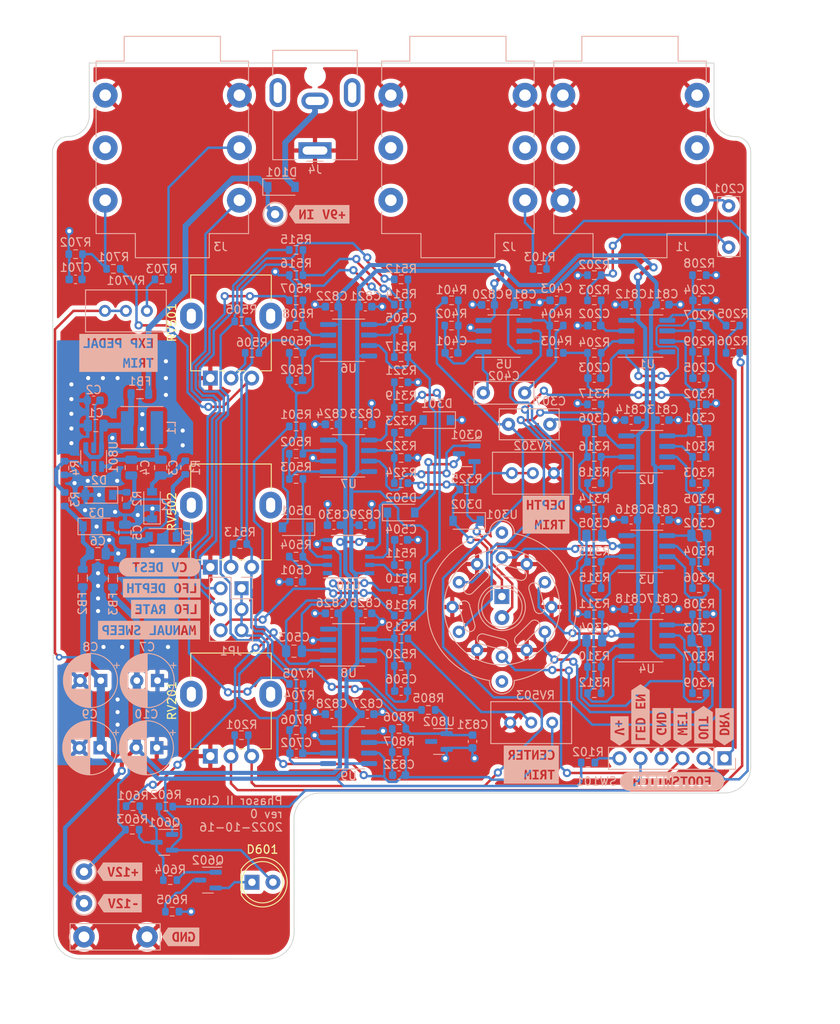
<source format=kicad_pcb>
(kicad_pcb (version 20211014) (generator pcbnew)
  (title_block (title "Phasor II") (date "2022-10-15") (rev "0") (comment 2 "creativecommons.org/licenses/by/4.0/") (comment 3 "Licinse: CC by 4.0") (comment 4 "Author: Jordan Aceto"))
  (layers (0 "F.Cu" signal) (31 "B.Cu" signal) (34 "B.Paste" user) (35 "F.Paste" user) (36 "B.SilkS" user "B.Silkscreen") (37 "F.SilkS" user "F.Silkscreen") (38 "B.Mask" user) (39 "F.Mask" user) (44 "Edge.Cuts" user))
  (net 0 "")
  (net 1 "GND")
  (net 2 "+12V")
  (net 3 "-12V")
  (net 4 "/allpass_stages/SIGNAL_IN")
  (net 5 "/LED_CV")
  (net 6 "/allpass_stages/SIGNAL_OUT")
  (net 7 "/input_buffer_and_fb_mixer/SIGNAL_IN")
  (net 8 "Net-(C201-Pad2)")
  (net 9 "Net-(C202-Pad1)")
  (net 10 "Net-(C203-Pad1)")
  (net 11 "/input_buffer_and_fb_mixer/DRY_OUT")
  (net 12 "Net-(C204-Pad1)")
  (net 13 "Net-(C205-Pad1)")
  (net 14 "Net-(C301-Pad2)")
  (net 15 "Net-(C302-Pad1)")
  (net 16 "Net-(C302-Pad2)")
  (net 17 "Net-(C303-Pad1)")
  (net 18 "Net-(C303-Pad2)")
  (net 19 "Net-(C304-Pad1)")
  (net 20 "Net-(C304-Pad2)")
  (net 21 "Net-(C305-Pad1)")
  (net 22 "Net-(C305-Pad2)")
  (net 23 "Net-(C306-Pad1)")
  (net 24 "Net-(C306-Pad2)")
  (net 25 "Net-(C307-Pad1)")
  (net 26 "Net-(C401-Pad1)")
  (net 27 "Net-(C401-Pad2)")
  (net 28 "Net-(C402-Pad2)")
  (net 29 "Net-(C403-Pad1)")
  (net 30 "Net-(C501-Pad1)")
  (net 31 "Net-(C502-Pad1)")
  (net 32 "Net-(C502-Pad2)")
  (net 33 "Net-(C503-Pad1)")
  (net 34 "/CV_generator/RAW_TRI_OUT")
  (net 35 "Net-(C504-Pad1)")
  (net 36 "Net-(C505-Pad1)")
  (net 37 "Net-(C505-Pad2)")
  (net 38 "Net-(C506-Pad2)")
  (net 39 "/exp_pedal_scaler/TIP_NORMAL")
  (net 40 "/exp_pedal_scaler/EXP_CV_OUT")
  (net 41 "Net-(C702-Pad2)")
  (net 42 "/RAW_9VDC")
  (net 43 "Net-(D101-Pad2)")
  (net 44 "Net-(D301-Pad2)")
  (net 45 "Net-(D302-Pad1)")
  (net 46 "Net-(D302-Pad2)")
  (net 47 "Net-(D501-Pad1)")
  (net 48 "Net-(D502-Pad1)")
  (net 49 "Net-(D601-Pad1)")
  (net 54 "Net-(J2-PadT)")
  (net 57 "/CV_generator/RATE_CV_IN")
  (net 58 "/CV_generator/DEPTH_CV_IN")
  (net 59 "/CV_generator/SWEEP_CV_IN")
  (net 60 "Net-(Q301-Pad1)")
  (net 61 "Net-(R102-Pad2)")
  (net 62 "Net-(R103-Pad1)")
  (net 63 "Net-(R201-Pad1)")
  (net 64 "Net-(R205-Pad1)")
  (net 65 "Net-(R304-Pad2)")
  (net 66 "Net-(R307-Pad2)")
  (net 67 "Net-(R310-Pad2)")
  (net 68 "Net-(R313-Pad2)")
  (net 69 "Net-(R316-Pad2)")
  (net 70 "Net-(R319-Pad2)")
  (net 71 "Net-(R322-Pad2)")
  (net 72 "Net-(R325-Pad1)")
  (net 73 "Net-(R501-Pad1)")
  (net 74 "Net-(R502-Pad2)")
  (net 75 "Net-(R503-Pad1)")
  (net 76 "-5V_REF")
  (net 77 "Net-(R506-Pad1)")
  (net 78 "Net-(C832-Pad2)")
  (net 79 "+5V_REF")
  (net 80 "Net-(R703-Pad1)")
  (net 81 "/wet_dry_mixer/MIX_OUT")
  (net 82 "/exp_pedal_scaler/RING_CURRENT")
  (net 83 "/exp_pedal_scaler/EXP_CV_IN")
  (net 84 "Net-(Q601-Pad1)")
  (net 85 "Net-(Q601-Pad3)")
  (net 86 "Net-(Q602-Pad1)")
  (net 87 "Net-(R510-Pad1)")
  (net 88 "Net-(R513-Pad2)")
  (net 89 "Net-(R519-Pad1)")
  (net 91 "Net-(R301-Pad2)")
  (net 92 "Net-(R507-Pad1)")
  (net 93 "Net-(R515-Pad1)")
  (net 94 "/LED_indicator/LED_ENABLE")
  (net 95 "Net-(Q602-Pad3)")
  (net 96 "Net-(C1-Pad1)")
  (net 97 "Net-(C2-Pad1)")
  (net 98 "Net-(C3-Pad1)")
  (net 99 "Net-(C3-Pad2)")
  (net 100 "Net-(C4-Pad1)")
  (net 101 "Net-(C5-Pad2)")
  (net 102 "Net-(C6-Pad1)")
  (net 103 "Net-(D2-Pad1)")
  (net 104 "Net-(D4-Pad1)")
  (net 105 "Net-(R3-Pad1)")
  (footprint "custom_footprints:Potentiometer_Alpha_RD901F-40-00D_Single_Vertical" (layer "F.Cu") (at 127.04 129.54 90)
    (fp_text reference "RV201")
    (fp_text value "10k")
  )
  (footprint "custom_footprints:Potentiometer_Alpha_RD901F-40-00D_Single_Vertical" (layer "F.Cu") (at 127.04 106.68 90)
    (fp_text reference "RV502")
    (fp_text value "100k")
  )
  (footprint "LED_THT:LED_D5.0mm" (layer "F.Cu") (at 132.075 144.78)
    (fp_text reference "D601")
    (fp_text value "LED")
  )
  (footprint "custom_footprints:Potentiometer_Alpha_RD901F-40-00D_Single_Vertical" (layer "F.Cu") (at 127.04 83.82 90)
    (fp_text reference "RV501")
    (fp_text value "100k")
  )
  (footprint "kibuzzard-634B3AE3" (layer "B.Cu") (at 182.88 132.588 180)
    (fp_text reference "kibuzzard-634B3AE3" hide)
    (fp_text value "G***" hide)
  )
  (footprint "Resistor_SMD:R_0603_1608Metric" (layer "B.Cu") (at 150.114 112.522)
    (fp_text reference "R518")
    (fp_text value "100k")
  )
  (footprint "Resistor_SMD:R_0603_1608Metric" (layer "B.Cu") (at 150.114 74.93)
    (fp_text reference "R514")
    (fp_text value "120k")
  )
  (footprint "TestPoint:TestPoint_Bridge_Pitch7.62mm_Drill1.3mm" (layer "B.Cu") (at 119.38 151.384 180)
    (fp_text reference "TP801" hide)
    (fp_text value "GND")
  )
  (footprint "Resistor_SMD:R_0603_1608Metric" (layer "B.Cu") (at 137.414 68.326 180)
    (fp_text reference "R515")
    (fp_text value "100k")
  )
  (footprint "Resistor_SMD:R_0603_1608Metric" (layer "B.Cu") (at 109.3978 94.6912 90)
    (fp_text reference "R4")
    (fp_text value "13k3")
  )
  (footprint "kibuzzard-634AF45B" (layer "B.Cu") (at 176.53 126.492 90)
    (fp_text reference "kibuzzard-634AF45B" hide)
    (fp_text value "G***" hide)
  )
  (footprint "kibuzzard-634AF403" (layer "B.Cu") (at 184.15 125.984 90)
    (fp_text reference "kibuzzard-634AF403" hide)
    (fp_text value "G***" hide)
  )
  (footprint "Capacitor_SMD:C_0603_1608Metric" (layer "B.Cu") (at 177.927 74.93)
    (fp_text reference "C812")
    (fp_text value "100n")
  )
  (footprint "kibuzzard-634B0BDD" (layer "B.Cu") (at 116.078 147.32 180)
    (fp_text reference "kibuzzard-634B0BDD" hide)
    (fp_text value "G***" hide)
  )
  (footprint "Resistor_SMD:R_0603_1608Metric" (layer "B.Cu") (at 186.182 71.374 180)
    (fp_text reference "R208")
    (fp_text value "4k7")
  )
  (footprint "Resistor_SMD:R_0603_1608Metric" (layer "B.Cu") (at 186.182 86.995)
    (fp_text reference "R302")
    (fp_text value "220k")
  )
  (footprint "Capacitor_SMD:C_0603_1608Metric" (layer "B.Cu") (at 156.21 80.772 180)
    (fp_text reference "C401")
    (fp_text value "1n")
  )
  (footprint "Capacitor_SMD:C_0805_2012Metric" (layer "B.Cu") (at 117.4784 94.6404 90)
    (fp_text reference "C4")
    (fp_text value "1u")
  )
  (footprint "Resistor_SMD:R_0603_1608Metric" (layer "B.Cu") (at 121.158 71.882)
    (fp_text reference "R703")
    (fp_text value "20k")
  )
  (footprint "Diode_SMD:D_SOD-123" (layer "B.Cu") (at 121.2884 103.0224 180)
    (fp_text reference "D4")
    (fp_text value "B5819W")
  )
  (footprint "Resistor_SMD:R_0603_1608Metric" (layer "B.Cu") (at 150.114 84.328 180)
    (fp_text reference "R321")
    (fp_text value "3k9")
  )
  (footprint "Capacitor_SMD:C_0603_1608Metric" (layer "B.Cu") (at 112.9284 86.5124 180)
    (fp_text reference "C2")
    (fp_text value "100n")
  )
  (footprint "custom_footprints:LDR_ring" (layer "B.Cu") (at 162.306 111.506 -90)
    (fp_text reference "U301")
    (fp_text value "LDR_ring")
  )
  (footprint "Capacitor_SMD:C_0805_2012Metric" (layer "B.Cu") (at 173.482 102.87)
    (fp_text reference "C305")
    (fp_text value "6n8")
  )
  (footprint "kibuzzard-634AF397" (layer "B.Cu") (at 167.64 100.33 180)
    (fp_text reference "kibuzzard-634AF397" hide)
    (fp_text value "G***" hide)
  )
  (footprint "Resistor_SMD:R_0603_1608Metric" (layer "B.Cu") (at 132.08 80.772)
    (fp_text reference "R506")
    (fp_text value "110k")
  )
  (footprint "Package_SO:SOIC-8_3.9x4.9mm_P1.27mm" (layer "B.Cu") (at 179.832 104.775)
    (fp_text reference "U3")
    (fp_text value "RC4558")
  )
  (footprint "Package_TO_SOT_SMD:SOT-23" (layer "B.Cu") (at 121.475 139.954 180)
    (fp_text reference "Q601")
    (fp_text value "MMBT3906")
  )
  (footprint "Resistor_SMD:R_0603_1608Metric" (layer "B.Cu") (at 173.482 109.22 180)
    (fp_text reference "R315")
    (fp_text value "4k7")
  )
  (footprint "Resistor_SMD:R_0603_1608Metric" (layer "B.Cu") (at 173.482 96.52 180)
    (fp_text reference "R318")
    (fp_text value "4k7")
  )
  (footprint "Diode_SMD:D_SOD-123" (layer "B.Cu") (at 150.114 100.076)
    (fp_text reference "D502")
    (fp_text value "BAT48ZFILM")
  )
  (footprint "Resistor_SMD:R_0603_1608Metric" (layer "B.Cu") (at 137.414 105.41 180)
    (fp_text reference "R504")
    (fp_text value "270")
  )
  (footprint "Connector_PinHeader_2.54mm:PinHeader_1x06_P2.54mm_Vertical" (layer "B.Cu") (at 189.23 129.794 90)
    (fp_text reference "SW101")
    (fp_text value "FOOTSWITCH")
  )
  (footprint "Capacitor_SMD:C_0603_1608Metric" (layer "B.Cu") (at 181.737 74.93)
    (fp_text reference "C811")
    (fp_text value "100n")
  )
  (footprint "Resistor_SMD:R_0603_1608Metric" (layer "B.Cu") (at 190.246 80.772 180)
    (fp_text reference "R206")
    (fp_text value "1k5")
  )
  (footprint "Resistor_SMD:R_0603_1608Metric" (layer "B.Cu") (at 137.414 71.374 180)
    (fp_text reference "R516")
    (fp_text value "18k")
  )
  (footprint "Resistor_SMD:R_0603_1608Metric" (layer "B.Cu") (at 186.182 118.745 180)
    (fp_text reference "R307")
    (fp_text value "4k7")
  )
  (footprint "Resistor_SMD:R_0603_1608Metric" (layer "B.Cu") (at 150.114 106.426 180)
    (fp_text reference "R511")
    (fp_text value "270")
  )
  (footprint "Resistor_SMD:R_0603_1608Metric" (layer "B.Cu") (at 137.414 89.662 180)
    (fp_text reference "R501")
    (fp_text value "100k")
  )
  (footprint "Resistor_SMD:R_0603_1608Metric" (layer "B.Cu") (at 130.619 103.886 180)
    (fp_text reference "R513")
    (fp_text value "10k")
  )
  (footprint "Capacitor_SMD:C_0603_1608Metric" (layer "B.Cu") (at 137.4394 129.1844)
    (fp_text reference "C702")
    (fp_text value "100n")
  )
  (footprint "Package_SO:SOIC-8_3.9x4.9mm_P1.27mm" (layer "B.Cu") (at 143.764 93.218)
    (fp_text reference "U7")
    (fp_text value "TL072")
  )
  (footprint "Capacitor_SMD:C_0603_1608Metric" (layer "B.Cu") (at 137.414 108.458 180)
    (fp_text reference "C501")
    (fp_text value "1n")
  )
  (footprint "Capacitor_SMD:C_0603_1608Metric" (layer "B.Cu") (at 181.737 111.76)
    (fp_text reference "C817")
    (fp_text value "100n")
  )
  (footprint "Package_TO_SOT_SMD:SOT-23" (layer "B.Cu") (at 154.686 127.762 180)
    (fp_text reference "U802")
    (fp_text value "LM4040DBZ-5")
  )
  (footprint "Resistor_SMD:R_0603_1608Metric" (layer "B.Cu") (at 186.182 109.22)
    (fp_text reference "R306")
    (fp_text value "4k7")
  )
  (footprint "Capacitor_SMD:C_0603_1608Metric" (layer "B.Cu") (at 149.86 131.826 180)
    (fp_text reference "C832")
    (fp_text value "100n")
  )
  (footprint "Capacitor_SMD:C_0603_1608Metric" (layer "B.Cu") (at 137.414 84.074)
    (fp_text reference "C502")
    (fp_text value "1n")
  )
  (footprint "Capacitor_SMD:C_0603_1608Metric" (layer "B.Cu") (at 145.796 89.408)
    (fp_text reference "C823")
    (fp_text value "100n")
  )
  (footprint "kibuzzard-634B0C2B" (layer "B.Cu") (at 123.444 151.384 180)
    (fp_text reference "kibuzzard-634B0C2B" hide)
    (fp_text value "G***" hide)
  )
  (footprint "Resistor_SMD:R_0603_1608Metric" (layer "B.Cu") (at 186.182 121.92)
    (fp_text reference "R309")
    (fp_text value "4k7")
  )
  (footprint "Resistor_SMD:R_0603_1608Metric" (layer "B.Cu") (at 186.182 99.695)
    (fp_text reference "R305")
    (fp_text value "220k")
  )
  (footprint "Resistor_SMD:R_0603_1608Metric" (layer "B.Cu") (at 121.666 135.636 180)
    (fp_text reference "R602")
    (fp_text value "100k")
  )
  (footprint "Resistor_SMD:R_0603_1608Metric" (layer "B.Cu") (at 150.114 90.424 180)
    (fp_text reference "R323")
    (fp_text value "10k")
  )
  (footprint "Resistor_SMD:R_0603_1608Metric" (layer "B.Cu") (at 173.482 118.745)
    (fp_text reference "R310")
    (fp_text value "4k7")
  )
  (footprint "kibuzzard-634AF3B0" (layer "B.Cu") (at 165.862 130.556 180)
    (fp_text reference "kibuzzard-634AF3B0" hide)
    (fp_text value "G***" hide)
  )
  (footprint "Diode_SMD:D_SOD-123" (layer "B.Cu") (at 113.5888 97.9424 180)
    (fp_text reference "D2")
    (fp_text value "B5819W")
  )
  (footprint "Resistor_SMD:R_0603_1608Metric" (layer "B.Cu") (at 173.482 80.772 180)
    (fp_text reference "R204")
    (fp_text value "390k")
  )
  (footprint "Capacitor_SMD:C_0603_1608Metric" (layer "B.Cu") (at 177.927 111.76)
    (fp_text reference "C818")
    (fp_text value "100n")
  )
  (footprint "Capacitor_THT:C_Rect_L7.0mm_W3.5mm_P5.00mm" (layer "B.Cu") (at 168.108 89.408 180)
    (fp_text reference "C307")
    (fp_text value "470n")
  )
  (footprint "Potentiometer_THT:Potentiometer_Bourns_3296W_Vertical" (layer "B.Cu") (at 163.513 95.313 180)
    (fp_text reference "RV302")
    (fp_text value "1k")
  )
  (footprint "kibuzzard-634B411E" (layer "B.Cu") (at 115.9256 80.772 180)
    (fp_text reference "kibuzzard-634B411E" hide)
    (fp_text value "G***" hide)
  )
  (footprint "TestPoint:TestPoint_Keystone_5000-5004_Miniature" (layer "B.Cu") (at 134.874 64.008 180)
    (fp_text reference "TP802" hide)
    (fp_text value "+9")
  )
  (footprint "Resistor_SMD:R_0603_1608Metric" (layer "B.Cu") (at 150.114 115.316 180)
    (fp_text reference "R519")
    (fp_text value "39k")
  )
  (footprint "Resistor_SMD:R_0603_1608Metric" (layer "B.Cu") (at 137.414 77.47 180)
    (fp_text reference "R508")
    (fp_text value "12k")
  )
  (footprint "kibuzzard-634AF413" (layer "B.Cu") (at 186.69 125.73 90)
    (fp_text reference "kibuzzard-634AF413" hide)
    (fp_text value "G***" hide)
  )
  (footprint "Potentiometer_THT:Potentiometer_Bourns_3296W_Vertical" (layer "B.Cu") (at 163.312 125.476 180)
    (fp_text reference "RV503")
    (fp_text value "100k")
  )
  (footprint "Resistor_SMD:R_0603_1608Metric" (layer "B.Cu") (at 150.114 118.618 180)
    (fp_text reference "R520")
    (fp_text value "100k")
  )
  (footprint "Resistor_SMD:R_0603_1608Metric" (layer "B.Cu") (at 137.414 92.964 180)
    (fp_text reference "R502")
    (fp_text value "220k")
  )
  (footprint "Resistor_SMD:R_0603_1608Metric" (layer "B.Cu") (at 122.174 144.526)
    (fp_text reference "R604")
    (fp_text value "100k")
  )
  (footprint "Capacitor_SMD:C_0603_1608Metric" (layer "B.Cu") (at 141.732 112.268)
    (fp_text reference "C826")
    (fp_text value "100n")
  )
  (footprint "Package_TO_SOT_SMD:TSOT-23-6" (layer "B.Cu") (at 112.9284 93.3704 90)
    (fp_text reference "U801")
    (fp_text value "LT3467A")
  )
  (footprint "Resistor_SMD:R_0603_1608Metric" (layer "B.Cu") (at 190.246 77.47 180)
    (fp_text reference "R205")
    (fp_text value "4k7")
  )
  (footprint "kibuzzard-634AF4D7" (layer "B.Cu") (at 119.634 114.3 180)
    (fp_text reference "kibuzzard-634AF4D7" hide)
    (fp_text value "G***" hide)
  )
  (footprint "Package_SO:SOIC-8_3.9x4.9mm_P1.27mm" (layer "B.Cu") (at 179.832 115.57)
    (fp_text reference "U4")
    (fp_text value "RC4558")
  )
  (footprint "Capacitor_THT:C_Rect_L7.0mm_W2.5mm_P5.00mm" (layer "B.Cu") (at 189.738 62.992 -90)
    (fp_text reference "C201")
    (fp_text value "47n")
  )
  (footprint "Resistor_SMD:R_0603_1608Metric" (layer "B.Cu") (at 137.4394 126.3904 180)
    (fp_text reference "R706")
    (fp_text value "200k")
  )
  (footprint "Capacitor_SMD:C_0805_2012Metric" (layer "B.Cu") (at 113.1824 89.5604 180)
    (fp_text reference "C1")
    (fp_text value "4u7")
  )
  (footprint "custom_footprints:Jack_6.35mm_Neutrik_NMJ6HCD2_Horizontal" (layer "B.Cu") (at 185.915 62.315 90)
    (fp_text reference "J1")
    (fp_text value "AUDIO_IN")
  )
  (footprint "Capacitor_THT:CP_Radial_D6.3mm_P2.50mm" (layer "B.Cu") (at 120.56238 128.524 180)
    (fp_text reference "C10")
    (fp_text value "10u")
  )
  (footprint "Resistor_SMD:R_0603_1608Metric" (layer "B.Cu") (at 150.114 81.28)
    (fp_text reference "R517")
    (fp_text value "56k")
  )
  (footprint "TestPoint:TestPoint_Keystone_5000-5004_Miniature" (layer "B.Cu") (at 111.76 147.32 180)
    (fp_text reference "TP803" hide)
    (fp_text value "-12")
  )
  (footprint "Connector_BarrelJack:BarrelJack_CUI_PJ-063AH_Horizontal" (layer "B.Cu") (at 139.7 56.3)
    (fp_text reference "J4")
    (fp_text value "9VDC_IN")
  )
  (footprint "Capacitor_SMD:C_0603_1608Metric" (layer "B.Cu") (at 186.182 83.82)
    (fp_text reference "C205")
    (fp_text value "1n")
  )
  (footprint "Inductor_SMD:L_0805_2012Metric" (layer "B.Cu") (at 115.2652 108.0516 -90)
    (fp_text reference "FB3")
    (fp_text value "100R @ 100MHz")
  )
  (footprint "Capacitor_SMD:C_0603_1608Metric" (layer "B.Cu") (at 173.482 77.47 180)
    (fp_text reference "C202")
    (fp_text value "22p")
  )
  (footprint "Capacitor_SMD:C_0603_1608Metric" (layer "B.Cu") (at 181.737 100.965)
    (fp_text reference "C815")
    (fp_text value "100n")
  )
  (footprint "Resistor_SMD:R_0603_1608Metric" (layer "B.Cu") (at 150.114 96.52)
    (fp_text reference "R324")
    (fp_text value "220k")
  )
  (footprint "Capacitor_SMD:C_0805_2012Metric" (layer "B.Cu") (at 186.182 102.87 180)
    (fp_text reference "C302")
    (fp_text value "6n8")
  )
  (footprint "Diode_SMD:D_SOD-123" (layer "B.Cu") (at 119.9896 99.2124 90)
    (fp_text reference "D1")
    (fp_text value "B5819W")
  )
  (footprint "Resistor_SMD:R_0603_1608Metric" (layer "B.Cu") (at 115.316 70.612 180)
    (fp_text reference "R701")
    (fp_text value "10k")
  )
  (footprint "Capacitor_SMD:C_0603_1608Metric" (layer "B.Cu") (at 168.91 74.422 180)
    (fp_text reference "C403")
    (fp_text value "470p")
  )
  (footprint "Capacitor_SMD:C_0603_1608Metric" (layer "B.Cu") (at 141.732 89.408)
    (fp_text reference "C824")
    (fp_text value "100n")
  )
  (footprint "Inductor_SMD:L_0805_2012Metric" (layer "B.Cu") (at 111.6076 108.0008 -90)
    (fp_text reference "FB2")
    (fp_text value "100R @ 100MHz")
  )
  (footprint "Capacitor_THT:CP_Radial_D6.3mm_P2.50mm" (layer "B.Cu") (at 113.792 120.396 180)
    (fp_text reference "C8")
    (fp_text value "10u")
  )
  (footprint "Resistor_SMD:R_0603_1608Metric" (layer "B.Cu") (at 173.482 74.422)
    (fp_text reference "R203")
    (fp_text value "3k9")
  )
  (footprint "Capacitor_SMD:C_0603_1608Metric" (layer "B.Cu") (at 141.732 124.46)
    (fp_text reference "C828")
    (fp_text value "100n")
  )
  (footprint "Capacitor_SMD:C_0603_1608Metric" (layer "B.Cu") (at 110.744 71.882 180)
    (fp_text reference "C701")
    (fp_text value "100n")
  )
  (footprint "Capacitor_SMD:C_0603_1608Metric" (layer "B.Cu") (at 177.927 88.9)
    (fp_text reference "C814")
    (fp_text value "100n")
  )
  (footprint "Resistor_SMD:R_0603_1608Metric" (layer "B.Cu") (at 150.114 109.474 180)
    (fp_text reference "R510")
    (fp_text value "100k")
  )
  (footprint "Capacitor_SMD:C_0805_2012Metric" (layer "B.Cu") (at 137.16 116.84 180)
    (fp_text reference "C503")
    (fp_text value "47n")
  )
  (footprint "Capacitor_SMD:C_0603_1608Metric" (layer "B.Cu") (at 150.114 103.378)
    (fp_text reference "C504")
    (fp_text value "1n")
  )
  (footprint "kibuzzard-634AF3EB" (layer "B.Cu") (at 189.23 125.984 90)
    (fp_text reference "kibuzzard-634AF3EB" hide)
    (fp_text value "G***" hide)
  )
  (footprint "Resistor_SMD:R_0603_1608Metric" (layer "B.Cu") (at 110.744 68.834 180)
    (fp_text reference "R702")
    (fp_text value "10k")
  )
  (footprint "Package_SO:SOIC-8_3.9x4.9mm_P1.27mm" (layer "B.Cu") (at 143.764 79.248)
    (fp_text reference "U6")
    (fp_text value "TL072")
  )
  (footprint "Capacitor_SMD:C_0603_1608Metric" (layer "B.Cu") (at 145.796 112.268)
    (fp_text reference "C825")
    (fp_text value "100n")
  )
  (footprint "Resistor_SMD:R_0603_1608Metric" (layer "B.Cu") (at 186.182 77.47 180)
    (fp_text reference "R207")
    (fp_text value "4k7")
  )
  (footprint "Resistor_SMD:R_0603_1608Metric" (layer "B.Cu") (at 153.416 123.952 180)
    (fp_text reference "R805")
    (fp_text value "1k8")
  )
  (footprint "Connector_PinHeader_2.54mm:PinHeader_2x03_P2.54mm_Vertical" (layer "B.Cu") (at 130.815 109.235 180)
    (fp_text reference "JP1")
    (fp_text value "exp_pedal_dest_jumper")
  )
  (footprint "Capacitor_SMD:C_0603_1608Metric" (layer "B.Cu") (at 177.927 100.965)
    (fp_text reference "C816")
    (fp_text value "100n")
  )
  (footprint "Package_SO:SOIC-8_3.9x4.9mm_P1.27mm" (layer "B.Cu") (at 179.832 78.74)
    (fp_text reference "U1")
    (fp_text value "RC4558")
  )
  (footprint "Package_SO:SOIC-8_3.9x4.9mm_P1.27mm" (layer "B.Cu") (at 143.764 128.524)
    (fp_text reference "U9")
    (fp_text value "TL072")
  )
  (footprint "Resistor_SMD:R_0603_1608Metric" (layer "B.Cu") (at 116.9162 98.4504 -90)
    (fp_text reference "R2")
    (fp_text value "1")
  )
  (footprint "Resistor_SMD:R_0603_1608Metric" (layer "B.Cu") (at 117.6782 135.5852)
    (fp_text reference "R601")
    (fp_text value "33k")
  )
  (footprint "Capacitor_SMD:C_0603_1608Metric" (layer "B.Cu") (at 158.75 127.762 -90)
    (fp_text reference "C831")
    (fp_text value "100n")
  )
  (footprint "Resistor_SMD:R_0603_1608Metric" (layer "B.Cu") (at 173.482 112.395 180)
    (fp_text reference "R311")
    (fp_text value "220k")
  )
  (footprint "custom_footprints:Jack_6.35mm_Neutrik_NMJ6HCD2_Horizontal" (layer "B.Cu") (at 165.1 62.315 90)
    (fp_text reference "J2")
    (fp_text value "AUDIO_OUT")
  )
  (footprint "Capacitor_SMD:C_0805_2012Metric" (layer "B.Cu") (at 173.482 90.17)
    (fp_text reference "C306")
    (fp_text value "6n8")
  )
  (footprint "Capacitor_SMD:C_0603_1608Metric" (layer "B.Cu") (at 186.182 74.422)
    (fp_text reference "C204")
    (fp_text value "3n3")
  )
  (footprint "Inductor_SMD:L_Taiyo-Yuden_NR-50xx" (layer "B.Cu") (at 118.7704 89.8144)
    (fp_text reference "L1")
    (fp_text value "10uH, 1.2A")
  )
  (footprint "Resistor_SMD:R_0603_1608Metric" (layer "B.Cu") (at 137.414 96.012 180)
    (fp_text reference "R503")
    (fp_text value "22k")
  )
  (footprint "Resistor_SMD:R_0603_1608Metric" (layer "B.Cu") (at 150.114 93.472 180)
    (fp_text reference "R322")
    (fp_text value "68k")
  )
  (footprint "kibuzzard-634AF4C0" (layer "B.Cu") (at 121.158 109.22 180)
    (fp_text reference "kibuzzard-634AF4C0" hide)
    (fp_text value "G***" hide)
  )
  (footprint "Capacitor_THT:C_Rect_L7.0mm_W2.5mm_P5.00mm" (layer "B.Cu") (at 160.06 85.598)
    (fp_text reference "C402")
    (fp_text value "220n")
  )
  (footprint "kibuzzard-634AF448" (layer "B.Cu") (at 181.61 125.984 90)
    (fp_text reference "kibuzzard-634AF448" hide)
    (fp_text value "G***" hide)
  )
  (footprint "Resistor_SMD:R_0603_1608Metric" (layer "B.Cu") (at 172.72 130.302)
    (fp_text reference "R102")
    (fp_text value "10k")
  )
  (footprint "Capacitor_SMD:C_0603_1608Metric" (layer "B.Cu") (at 160.63 74.965)
    (fp_text reference "C820")
    (fp_text value "100n")
  )
  (footprint "Capacitor_SMD:C_0603_1608Metric" (layer "B.Cu") (at 181.737 88.9)
    (fp_text reference "C813")
    (fp_text value "100n")
  )
  (footprint "Resistor_SMD:R_0603_1608Metric" (layer "B.Cu") (at 156.21 77.47 180)
    (fp_text reference "R402")
    (fp_text value "4k7")
  )
  (footprint "Capacitor_SMD:C_0805_2012Metric" (layer "B.Cu") (at 121.0344 94.6404 -90)
    (fp_text reference "C3")
    (fp_text value "1u")
  )
  (footprint "Capacitor_SMD:C_0603_1608Metric" (layer "B.Cu") (at 145.796 75.184)
    (fp_text reference "C821")
    (fp_text value "100n")
  )
  (footprint "custom_footprints:Jack_6.35mm_Neutrik_NMJ6HCD2_Horizontal" (layer "B.Cu") (at 130.556 62.315 90)
    (fp_text reference "J3")
    (fp_text value "EXP_PEDAL_CV_IN")
  )
  (footprint "Capacitor_SMD:C_0805_2012Metric" (layer "B.Cu") (at 173.482 115.57)
    (fp_text reference "C304")
    (fp_text value "6n8")
  )
  (footprint "Resistor_SMD:R_0603_1608Metric" (layer "B.Cu") (at 173.482 99.695 180)
    (fp_text reference "R314")
    (fp_text value "220k")
  )
  (footprint "Diode_SMD:D_SOD-123" (layer "B.Cu") (at 135.636 60.706)
    (fp_text reference "D101")
    (fp_text value "B5819W")
  )
  (footprint "Resistor_SMD:R_0603_1608Metric" (layer "B.Cu") (at 130.81 76.962 180)
    (fp_text reference "R505")
    (fp_text value "56k")
  )
  (footprint "Capacitor_THT:CP_Radial_D6.3mm_P2.50mm" (layer "B.Cu") (at 120.65 120.396 180)
    (fp_text reference "C7")
    (fp_text value "10u")
  )
  (footprint "Package_TO_SOT_SMD:SOT-23" (layer "B.Cu") (at 158.052 92.964 180)
    (fp_text reference "Q301")
    (fp_text value "MMBT3904")
  )
  (footprint "Capacitor_SMD:C_0603_1608Metric" (layer "B.Cu") (at 150.114 77.978 180)
    (fp_text reference "C505")
    (fp_text value "1n")
  )
  (footprint "kibuzzard-634B0BBC" (layer "B.Cu") (at 116.078 143.51 180)
    (fp_text reference "kibuzzard-634B0BBC" hide)
    (fp_text value "G***" hide)
  )
  (footprint "Resistor_SMD:R_0603_1608Metric" (layer "B.Cu") (at 117.602 138.43 180)
    (fp_text reference "R603")
    (fp_text value "22k")
  )
  (footprint "Resistor_SMD:R_0603_1608Metric" (layer "B.Cu") (at 166.878 70.612 180)
    (fp_text reference "R103")
    (fp_text value "1k")
  )
  (footprint "Resistor_SMD:R_0603_1608Metric" (layer "B.Cu") (at 158.052 97.282 180)
    (fp_text reference "R325")
    (fp_text value "220")
  )
  (footprint "Capacitor_SMD:C_0603_1608Metric" (layer "B.Cu") (at 164.58 74.965)
    (fp_text reference "C819")
    (fp_text value "100n")
  )
  (footprint "Package_SO:SSOP-10_3.9x4.9mm_P1.00mm" (layer "B.Cu") (at 143.764 105.41)
    (fp_text reference "U10")
    (fp_text value "SSI2162")
  )
  (footprint "Capacitor_SMD:C_0805_2012Metric" (layer "B.Cu") (at 116.713 102.489 -90)
    (fp_text reference "C5")
    (fp_text value "4u7")
  )
  (footprint "Resistor_SMD:R_0603_1608Metric" (layer "B.Cu") (at 156.21 74.422)
    (fp_text reference "R401")
    (fp_text value "4k7")
  )
  (footprint "Package_TO_SOT_SMD:SOT-23" (layer "B.Cu") (at 126.746 144.526 180)
    (fp_text reference "Q602")
    (fp_text value "MMBT3906")
  )
  (footprint "Capacitor_SMD:C_0603_1608Metric" (layer "B.Cu") (at 145.796 101.6)
    (fp_text reference "C829")
    (fp_text value "100n")
  )
  (footprint "TestPoint:TestPoint_Keystone_5000-5004_Miniature" (layer "B.Cu") (at 111.76 143.51 180)
    (fp_text reference "TP804" hide)
    (fp_text value "+12")
  )
  (footprint "Inductor_SMD:L_0805_2012Metric" (layer "B.Cu") (at 118.5164 85.7504 180)
    (fp_text reference "FB1")
    (fp_text value "100R @ 100MHz")
  )
  (footprint "Resistor_SMD:R_0603_1608Metric" (layer "B.Cu") (at 137.4394 123.4694)
    (fp_text reference "R704")
    (fp_text value "200k")
  )
  (footprint "Resistor_SMD:R_0603_1608Metric" (layer "B.Cu") (at 173.482 71.374)
    (fp_text reference "R202")
    (fp_text value "390k")
  )
  (footprint "Resistor_SMD:R_0603_1608Metric" (layer "B.Cu") (at 186.182 80.645)
    (fp_text reference "R209")
    (fp_text value "4k7")
  )
  (footprint "Capacitor_SMD:C_0603_1608Metric" (layer "B.Cu") (at 146.05 124.46)
    (fp_text reference "C827")
    (fp_text value "100n")
  )
  (footprint "Diode_SMD:D_SOD-123" (layer "B.Cu") (at 113.284 101.7524)
    (fp_text reference "D3")
    (fp_text value "B5819W")
  )
  (footprint "Package_SO:SOIC-8_3.9x4.9mm_P1.27mm" (layer "B.Cu") (at 143.764 116.078)
    (fp_text reference "U8")
    (fp_text value "TL072")
  )
  (footprint "Resistor_SMD:R_0603_1608Metric" (layer "B.Cu") (at 186.182 106.045 180)
    (fp_text reference "R304")
    (fp_text value "4k7")
  )
  (footprint "Capacitor_SMD:C_0603_1608Metric" (layer "B.Cu") (at 141.732 75.184)
    (fp_text reference "C822")
    (fp_text value "100n")
  )
  (footprint "Potentiometer_THT:Potentiometer_Bourns_3296W_Vertical" (layer "B.Cu") (at 114.29 75.692 180)
    (fp_text reference "RV701")
    (fp_text value "100k")
  )
  (footprint "Diode_SMD:D_SOD-123" (layer "B.Cu") (at 137.414 101.854 180)
    (fp_text reference "D501")
    (fp_text value "BAT48ZFILM")
  )
  (footprint "Capacitor_SMD:C_0603_1608Metric" (layer "B.Cu") (at 173.482 83.82 180)
    (fp_text reference "C203")
    (fp_text value "100n")
  )
  (footprint "Package_SO:SOIC-8_3.9x4.9mm_P1.27mm" (layer "B.Cu") (at 162.56 78.74)
    (fp_text reference "U5")
    (fp_text value "RC4558")
  )
  (footprint "kibuzzard-634B0B87" (layer "B.Cu") (at 140.208 64.008 180)
    (fp_text reference "kibuzzard-634B0B87" hide)
    (fp_text value "G***" hide)
  )
  (footprint "Resistor_SMD:R_0603_1608Metric" (layer "B.Cu") (at 186.182 96.52)
    (fp_text reference "R303")
    (fp_text value "4k7")
  )
  (footprint "Capacitor_SMD:C_0805_2012Metric" (layer "B.Cu") (at 186.182 90.17 180)
    (fp_text reference "C301")
    (fp_text value "6n8")
  )
  (footprint "Diode_SMD:D_SOD-123" (layer "B.Cu") (at 154.432 88.9 180)
    (fp_text reference "D301")
    (fp_text value "1N4148W")
  )
  (footprint "Resistor_SMD:R_0603_1608Metric" (layer "B.Cu") (at 168.91 80.772 180)
    (fp_text reference "R403")
    (fp_text value "12k")
  )
  (footprint "Resistor_SMD:R_0603_1608Metric" (layer "B.Cu") (at 186.182 112.395)
    (fp_text reference "R308")
    (fp_text value "220k")
  )
  (footprint "Capacitor_SMD:C_0603_1608Metric" (layer "B.Cu") (at 141.986 101.6)
    (fp_text reference "C830")
    (fp_text value "100n")
  )
  (footprint "Capacitor_SMD:C_0603_1608Metric" (layer "B.Cu") (at 150.114 121.666 180)
    (fp_text reference "C506")
    (fp_text value "100p")
  )
  (footprint "Capacitor_SMD:C_0805_2012Metric" (layer "B.Cu") (at 186.182 115.57 180)
    (fp_text reference "C303")
    (fp_text value "6n8")
  )
  (footprint "Diode_SMD:D_SOD-123" (layer "B.Cu") (at 158.052 101.092 180)
    (fp_text reference "D302")
    (fp_text value "1N4148W")
  )
  (footprint "Resistor_SMD:R_0603_1608Metric" (layer "B.Cu") (at 137.414 80.772 180)
    (fp_text reference "R509")
    (fp_text value "30k")
  )
  (footprint "Resistor_SMD:R_0603_1608Metric" (layer "B.Cu") (at 150.114 87.376 180)
    (fp_text reference "R319")
    (fp_text value "68k")
  )
  (footprint "Resistor_SMD:R_0603_1608Metric" (layer "B.Cu") (at 173.482 86.995 180)
    (fp_text reference "R317")
    (fp_text value "220k")
  )
  (footprint "Resistor_SMD:R_0603_1608Metric" (layer "B.Cu") (at 168.91 77.47 180)
    (fp_text reference "R404")
    (fp_text value "4k7")
  )
  (footprint "Resistor_SMD:R_0603_1608Metric" (layer "B.Cu") (at 137.4394 120.8024)
    (fp_text reference "R705")
    (fp_text value "100k")
  )
  (footprint "Resistor_SMD:R_0603_1608Metric" (layer "B.Cu") (at 150.114 71.882 180)
    (fp_text reference "R512")
    (fp_text value "120k")
  )
  (footprint "Resistor_SMD:R_0603_1608Metric" (layer "B.Cu") (at 124.0028 94.6404 -90)
    (fp_text reference "R1")
    (fp_text value "1")
  )
  (footprint "Resistor_SMD:R_0603_1608Metric" (layer "B.Cu") (at 122.428 148.336 180)
    (fp_text reference "R605")
    (fp_text value "270")
  )
  (footprint "Capacitor_THT:CP_Radial_D6.3mm_P2.50mm" (layer "B.Cu") (at 113.70438 128.524 180)
    (fp_text reference "C9")
    (fp_text value "10u")
  )
  (footprint "Resistor_SMD:R_0603_1608Metric" (layer "B.Cu") (at 173.482 106.045)
    (fp_text reference "R313")
    (fp_text value "4k7")
  )
  (footprint "Resistor_SMD:R_0603_1608Metric" (layer "B.Cu") (at 137.414 74.422 180)
    (fp_text reference "R507")
    (fp_text value "100k")
  )
  (footprint "Resistor_SMD:R_0603_1608Metric" (layer "B.Cu") (at 173.482 93.345)
    (fp_text reference "R316")
    (fp_text value "4k7")
  )
  (footprint "Package_SO:SOIC-8_3.9x4.9mm_P1.27mm" (layer "B.Cu") (at 179.832 92.71)
    (fp_text reference "U2")
    (fp_text value "RC4558")
  )
  (footprint "kibuzzard-634AF49E" (layer "B.Cu") (at 120.904 106.68 180)
    (fp_text reference "kibuzzard-634AF49E" hide)
    (fp_text value "G***" hide)
  )
  (footprint "Resistor_SMD:R_0603_1608Metric" (layer "B.Cu") (at 149.86 129.032)
    (fp_text reference "R807")
    (fp_text value "100k")
  )
  (footprint "Resistor_SMD:R_0603_1608Metric" (layer "B.Cu") (at 149.86 126.238 180)
    (fp_text reference "R806")
    (fp_text value "100k")
  )
  (footprint "kibuzzard-634AF4C9" (layer "B.Cu") (at 121.666 111.76 180)
    (fp_text reference "kibuzzard-634AF4C9" hide)
    (fp_text value "G***" hide)
  )
  (footprint "Resistor_SMD:R_0603_1608Metric" (layer "B.Cu") (at 173.482 121.92 180)
    (fp_text reference "R312")
    (fp_text value "4k7")
  )
  (footprint "Resistor_SMD:R_0603_1608Metric" (layer "B.Cu") (at 130.81 127)
    (fp_text reference "R201")
    (fp_text value "4k7")
  )
  (footprint "Capacitor_SMD:C_0805_2012Metric" (layer "B.Cu") (at 113.4364 105.0544)
    (fp_text reference "C6")
    (fp_text value "4u7")
  )
  (footprint "Resistor_SMD:R_0603_1608Metric" (layer "B.Cu") (at 186.182 93.345 180)
    (fp_text reference "R301")
    (fp_text value "4k7")
  )
  (footprint "Resistor_SMD:R_0603_1608Metric" (layer "B.Cu") (at 109.4232 98.4758 -90)
    (fp_text reference "R3")
    (fp_text value "114k")
  )
  (footprint "kibuzzard-634AF436" (layer "B.Cu") (at 179.07 124.46 90)
    (fp_text reference "kibuzzard-634AF436" hide)
    (fp_text value "G***" hide)
  )
  (gr_arc (start 192.405 130.81) (mid 191.475064 133.055064) (end 189.23 133.985) (layer "Edge.Cuts") (width 0.1))
  (gr_line (start 189.23 133.985) (end 140.335 133.985) (layer "Edge.Cuts") (width 0.1))
  (gr_line (start 112.395 52.07) (end 112.395 45.72) (layer "Edge.Cuts") (width 0.1))
  (gr_arc (start 137.16 137.16) (mid 138.089936 134.914936) (end 140.335 133.985) (layer "Edge.Cuts") (width 0.1))
  (gr_arc (start 190.5 54.61) (mid 188.703949 53.866051) (end 187.96 52.07) (layer "Edge.Cuts") (width 0.1))
  (gr_line (start 192.405 56.515) (end 192.405 130.81) (layer "Edge.Cuts") (width 0.1))
  (gr_arc (start 107.95 56.515) (mid 108.507962 55.167962) (end 109.855 54.61) (layer "Edge.Cuts") (width 0.1))
  (gr_arc (start 112.395 52.07) (mid 111.651051 53.866051) (end 109.855 54.61) (layer "Edge.Cuts") (width 0.1))
  (gr_line (start 112.395 45.72) (end 187.96 45.72) (layer "Edge.Cuts") (width 0.1))
  (gr_line (start 111.252 154.051) (end 133.985 154.061143) (layer "Edge.Cuts") (width 0.1))
  (gr_arc (start 190.5 54.61) (mid 191.847038 55.167962) (end 192.405 56.515) (layer "Edge.Cuts") (width 0.1))
  (gr_arc (start 111.252 154.051) (mid 109.006936 153.121064) (end 108.077 150.876) (layer "Edge.Cuts") (width 0.1))
  (gr_line (start 108.077 150.876) (end 107.95 56.515) (layer "Edge.Cuts") (width 0.1))
  (gr_line (start 187.96 52.07) (end 187.96 45.72) (layer "Edge.Cuts") (width 0.1))
  (gr_line (start 137.170143 150.876) (end 137.16 137.16) (layer "Edge.Cuts") (width 0.1))
  (gr_arc (start 137.170143 150.876) (mid 136.237236 153.128236) (end 133.985 154.061143) (layer "Edge.Cuts") (width 0.1))
  (gr_text "Phasor II Clone\nrev 0\n2022-10-16" (at 135.89 136.525) (layer "B.SilkS") (effects (font (size 1 1)) (justify left mirror)))
  (via (at 147.9355 126.492) (size 1) (drill 0.5) (layers "F.Cu" "B.Cu") (net 1))
  (via (at 146.558 86.868) (size 1) (drill 0.5) (layers "F.Cu" "B.Cu") (net 1))
  (via (at 157.48 88.9) (size 1) (drill 0.5) (layers "F.Cu" "B.Cu") (net 1))
  (via (at 118.7704 89.9668) (size 1) (drill 0.5) (layers "F.Cu" "B.Cu") (net 1))
  (via (at 114.046 83.82) (size 1) (drill 0.5) (layers "F.Cu" "B.Cu") (net 1))
  (via (at 139.446 115.57) (size 1) (drill 0.5) (layers "F.Cu" "B.Cu") (net 1))
  (via (at 110.236 86.36) (size 1) (drill 0.5) (layers "F.Cu" "B.Cu") (net 1))
  (via (at 139.7 74.93) (size 1) (drill 0.5) (layers "F.Cu" "B.Cu") (net 1))
  (via (at 113.4618 107.4166) (size 1) (drill 0.5) (layers "F.Cu" "B.Cu") (net 1))
  (via (at 118.7704 91.8464) (size 1) (drill 0.5) (layers "F.Cu" "B.Cu") (net 1))
  (via (at 121.666 83.82) (size 1) (drill 0.5) (layers "F.Cu" "B.Cu") (net 1))
  (via (at 134.889425 70.9535) (size 1) (drill 0.5) (layers "F.Cu" "B.Cu") (net 1))
  (via (at 110.236 88.138) (size 1) (drill 0.5) (layers "F.Cu" "B.Cu") (net 1))
  (via (at 139.446 93.472) (size 1) (drill 0.5) (layers "F.Cu" "B.Cu") (net 1))
  (via (at 120.0404 99.5934) (size 1) (drill 0.5) (layers "F.Cu" "B.Cu") (net 1))
  (via (at 158.496 77.724) (size 1) (drill 0.5) (layers "F.Cu" "B.Cu") (net 1))
  (via (at 152.146 84.328) (size 1) (drill 0.5) (layers "F.Cu" "B.Cu") (net 1))
  (via (at 115.9002 105.029) (size 1) (drill 0.5) (layers "F.Cu" "B.Cu") (net 1))
  (via (at 115.824 124.206) (size 1) (drill 0.5) (layers "F.Cu" "B.Cu") (net 1))
  (via (at 112.2172 96.2406) (size 1) (drill 0.5) (layers "F.Cu" "B.Cu") (net 1))
  (via (at 183.642 88.9) (size 1) (drill 0.5) (layers "F.Cu" "B.Cu") (net 1))
  (via (at 171.45 86.868) (size 1) (drill 0.5) (layers "F.Cu" "B.Cu") (net 1))
  (via (at 123.698 90.17) (size 1) (drill 0.5) (layers "F.Cu" "B.Cu") (net 1))
  (via (at 113.284 101.7778) (size 1) (drill 0.5) (layers "F.Cu" "B.Cu") (net 1))
  (via (at 124.714 148.336) (size 1) (drill 0.5) (layers "F.Cu" "B.Cu") (net 1))
  (via (at 114.808 103.4034) (size 1) (drill 0.5) (layers "F.Cu" "B.Cu") (net 1))
  (via (at 147.828 113.284) (size 1) (drill 0.5) (layers "F.Cu" "B.Cu") (net 1))
  (via (at 166.878 74.676) (size 1) (drill 0.5) (layers "F.Cu" "B.Cu") (net 1))
  (via (at 113.5888 97.9424) (size 1) (drill 0.5) (layers "F.Cu" "B.Cu") (net 1))
  (via (at 171.45 112.268) (size 1) (drill 0.5) (layers "F.Cu" "B.Cu") (net 1))
  (via (at 115.824 83.82) (size 1) (drill 0.5) (layers "F.Cu" "B.Cu") (net 1))
  (via (at 159.004 129.794) (size 1) (drill 0.5) (layers "F.Cu" "B.Cu") (net 1))
  (via (at 113.4618 110.4646) (size 1) (drill 0.5) (layers "F.Cu" "B.Cu") (net 1))
  (via (at 122.555 104.7242) (size 1) (drill 0.5) (layers "F.Cu" "B.Cu") (net 1))
  (via (at 183.642 101.092) (size 1) (drill 0.5) (layers "F.Cu" "B.Cu") (net 1))
  (via (at 183.642 111.76) (size 1) (drill 0.5) (layers "F.Cu" "B.Cu") (net 1))
  (via (at 158.75 74.93) (size 1) (drill 0.5) (layers "F.Cu" "B.Cu") (net 1))
  (via (at 115.824 122.682) (size 1) (drill 0.5) (layers "F.Cu" "B.Cu") (net 1))
  (via (at 175.768 100.838) (size 1) (drill 0.5) (layers "F.Cu" "B.Cu") (net 1))
  (via (at 147.862312 124.171688) (size 1) (drill 0.5) (layers "F.Cu" "B.Cu") (net 1))
  (via (at 176.022 74.93) (size 1) (drill 0.5) (layers "F.Cu" "B.Cu") (net 1))
  (via (at 188.3805 99.807364) (size 1) (drill 0.5) (layers "F.Cu" "B.Cu") (net 1))
  (via (at 188.214 74.422) (size 1) (drill 0.5) (layers "F.Cu" "B.Cu") (net 1))
  (via (at 120.015 104.775) (size 1) (drill 0.5) (layers "F.Cu" "B.Cu") (net 1))
  (via (at 111.887 99.7966) (size 1) (drill 0.5) (layers "F.Cu" "B.Cu") (net 1))
  (via (at 176.022 88.9) (size 1) (drill 0.5) (layers "F.Cu" "B.Cu") (net 1))
  (via (at 183.896 74.93) (size 1) (drill 0.5) (layers "F.Cu" "B.Cu") (net 1))
  (via (at 115.7732 96.2406) (size 1) (drill 0.5) (layers "F.Cu" "B.Cu") (net 1))
  (via (at 121.666 81.788) (size 1) (drill 0.5) (layers "F.Cu" "B.Cu") (net 1))
  (via (at 171.48572 71.40972) (size 1) (drill 0.5) (layers "F.Cu" "B.Cu") (net 1))
  (via (at 139.954 103.886) (size 1) (drill 0.5) (layers "F.Cu" "B.Cu") (net 1))
  (via (at 113.4618 111.9886) (size 1) (drill 0.5) (layers "F.Cu" "B.Cu") (net 1))
  (via (at 141.224 99.06) (size 1) (drill 0.5) (layers "F.Cu" "B.Cu") (net 1))
  (via (at 139.7 112.268) (size 1) (drill 0.5) (layers "F.Cu" "B.Cu") (net 1))
  (via (at 118.2624 100.3808) (size 1) (drill 0.5) (layers "F.Cu" "B.Cu") (net 1))
  (via (at 110.236 84.582) (size 1) (drill 0.5) (layers "F.Cu" "B.Cu") (net 1))
  (via (at 139.650855 127.014859) (size 1) (drill 0.5) (layers "F.Cu" "B.Cu") (net 1))
  (via (at 113.4618 108.9406) (size 1) (drill 0.5) (layers "F.Cu" "B.Cu") (net 1))
  (via (at 121.666 85.852) (size 1) (drill 0.5) (layers "F.Cu" "B.Cu") (net 1))
  (via (at 187.8725 112.330072) (size 1) (drill 0.5) (layers "F.Cu" "B.Cu") (net 1))
  (via (at 135.382 108.458) (size 1) (drill 0.5) (layers "F.Cu" "B.Cu") (net 1))
  (via (at 121.92 116.332) (size 1) (drill 0.5) (layers "F.Cu" "B.Cu") (net 1))
  (via (at 147.828 75.184) (size 1) (drill 0.5) (layers "F.Cu" "B.Cu") (net 1))
  (via (at 155.448 129.794) (size 1) (drill 0.5) (layers "F.Cu" "B.Cu") (net 1))
  (via (at 109.982 66.04) (size 1) (drill 0.5) (layers "F.Cu" "B.Cu") (net 1))
  (via (at 116.3828 116.332) (size 1) (drill 0.5) (layers "F.Cu" "B.Cu") (net 1))
  (via (at 118.8212 88.1888) (size 1) (drill 0.5) (layers "F.Cu" "B.Cu") (net 1))
  (via (at 123.698 91.948) (size 1) (drill 0.5) (layers "F.Cu" "B.Cu") (net 1))
  (via (at 146.558 99.06) (size 1) (drill 0.5) (layers "F.Cu" "B.Cu") (net 1))
  (via (at 188.214 86.868) (size 1) (drill 0.5) (layers "F.Cu" "B.Cu") (net 1))
  (via (at 152.089132 93.443566) (size 1) (drill 0.5) (layers "F.Cu" "B.Cu") (net 1))
  (via (at 139.7 124.206) (size 1) (drill 0.5) (layers "F.Cu" "B.Cu") (net 1))
  (via (at 152.146 103.378) (size 1) (drill 0.5) (layers "F.Cu" "B.Cu") (net 1))
  (via (at 110.236 89.916) (size 1) (drill 0.5) (layers "F.Cu" "B.Cu") (net 1))
  (via (at 171.5375 99.568) (size 1) (drill 0.5) (layers "F.Cu" "B.Cu") (net 1))
  (via (at 115.189 91.059) (size 1) (drill 0.5) (layers "F.Cu" "B.Cu") (net 1))
  (via (at 110.617 96.52) (size 1) (drill 0.5) (layers "F.Cu" "B.Cu") (net 1))
  (via (at 175.768 111.76) (size 1) (drill 0.5) (layers "F.Cu" "B.Cu") (net 1))
  (via (at 139.7 89.408) (size 1) (drill 0.5) (layers "F.Cu" "B.Cu") (net 1))
  (via (at 115.5192 99.9998) (size 1) (drill 0.5) (layers "F.Cu" "B.Cu") (net 1))
  (via (at 171.45 77.47) (size 1) (drill 0.5) (layers "F.Cu" "B.Cu") (net 1))
  (via (at 110.236 91.694) (size 1) (drill 0.5) (layers "F.Cu" "B.Cu") (net 1))
  (via (at 115.824 125.73) (size 1) (drill 0.5) (layers "F.Cu" "B.Cu") (net 1))
  (via (at 112.268 83.82) (size 1) (drill 0.5) (layers "F.Cu" "B.Cu") (net 1))
  (via (at 114.1222 116.332) (size 1) (drill 0.5) (layers "F.Cu" "B.Cu") (net 1))
  (via (at 188.214 71.374) (size 1) (drill 0.5) (layers "F.Cu" "B.Cu") (net 1))
  (segment (start 109.919 68.834) (end 109.919 66.103) (width 0.3) (layer "B.Cu") (net 1))
  (segment (start 136.589 71.763402) (end 136.589 71.374) (width 0.3) (layer "B.Cu") (net 1))
  (segment (start 137.339 72.513402) (end 136.589 71.763402) (width 0.3) (layer "B.Cu") (net 1))
  (segment (start 140.957 89.408) (end 139.7 89.408) (width 0.3) (layer "B.Cu") (net 1))
  (segment (start 160.085 78.105) (end 158.877 78.105) (width 0.3) (layer "B.Cu") (net 1))
  (segment (start 150.889 103.378) (end 152.146 103.378) (width 0.3) (layer "B.Cu") (net 1))
  (segment (start 123.253 148.336) (end 124.714 148.336) (width 0.3) (layer "B.Cu") (net 1))
  (segment (start 155.7985 128.537) (end 155.6235 128.712) (width 0.3) (layer "B.Cu") (net 1))
  (segment (start 177.152 100.965) (end 175.895 100.965) (width 0.3) (layer "B.Cu") (net 1))
  (segment (start 165.355 74.965) (end 166.589 74.965) (width 0.3) (layer "B.Cu") (net 1))
  (segment (start 159.855 74.965) (end 158.785 74.965) (width 0.3) (layer "B.Cu") (net 1))
  (segment (start 158.877 78.105) (end 158.496 77.724) (width 0.3) (layer "B.Cu") (net 1))
  (segment (start 171.577 86.995) (end 171.45 86.868) (width 0.3) (layer "B.Cu") (net 1))
  (segment (start 177.152 111.76) (end 175.768 111.76) (width 0.3) (layer "B.Cu") (net 1))
  (segment (start 146.571 101.6) (end 146.571 99.073) (width 0.3) (layer "B.Cu") (net 1))
  (segment (start 147.574 124.46) (end 147.862312 124.171688) (width 0.3) (layer "B.Cu") (net 1))
  (segment (start 109.969 68.884) (end 109.919 68.834) (width 0.3) (layer "B.Cu") (net 1))
  (segment (start 146.825 124.46) (end 147.574 124.46) (width 0.3) (layer "B.Cu") (net 1))
  (segment (start 155.6235 129.6185) (end 155.448 129.794) (width 0.3) (layer "B.Cu") (net 1))
  (segment (start 146.571 75.184) (end 147.828 75.184) (width 0.3) (layer "B.Cu") (net 1))
  (segment (start 166.589 74.965) (end 166.878 74.676) (width 0.3) (layer "B.Cu") (net 1))
  (segment (start 183.515 100.965) (end 183.642 101.092) (width 0.3) (layer "B.Cu") (net 1))
  (segment (start 146.571 112.268) (end 146.812 112.268) (width 0.3) (layer "B.Cu") (net 1))
  (segment (start 158.75 128.537) (end 158.75 129.54) (width 0.3) (layer "B.Cu") (net 1))
  (segment (start 152.060698 93.472) (end 152.089132 93.443566) (width 0.3) (layer "B.Cu") (net 1))
  (segment (start 188.268136 99.695) (end 188.3805 99.807364) (width 0.3) (layer "B.Cu") (net 1))
  (segment (start 182.512 88.9) (end 183.642 88.9) (width 0.3) (layer "B.Cu") (net 1))
  (segment (start 171.52144 71.374) (end 171.48572 71.40972) (width 0.3) (layer "B.Cu") (net 1))
  (segment (start 182.512 111.76) (end 183.642 111.76) (width 0.3) (layer "B.Cu") (net 1))
  (segment (start 140.957 75.184) (end 139.954 75.184) (width 0.3) (layer "B.Cu") (net 1))
  (segment (start 136.639 108.458) (end 135.382 108.458) (width 0.3) (layer "B.Cu") (net 1))
  (segment (start 109.919 66.103) (end 109.982 66.04) (width 0.3) (layer "B.Cu") (net 1))
  (segment (start 171.6645 99.695) (end 171.5375 99.568) (width 0.3) (layer "B.Cu") (net 1))
  (segment (start 141.211 99.073) (end 141.224 99.06) (width 0.3) (layer "B.Cu") (net 1))
  (segment (start 109.3978 95.5162) (end 109.5126 95.5162) (width 0.5) (layer "B.Cu") (net 1))
  (segment (start 139.954 124.46) (end 139.7 124.206) (width 0.3) (layer "B.Cu") (net 1))
  (segment (start 146.812 112.268) (end 147.828 113.284) (width 0.3) (layer "B.Cu") (net 1))
  (segment (start 155.6235 128.712) (end 155.6235 129.6185) (width 0.3) (layer "B.Cu") (net 1))
  (segment (start 177.152 88.9) (end 176.022 88.9) (width 0.3) (layer "B.Cu") (net 1))
  (segment (start 140.957 112.268) (end 139.7 112.268) (width 0.3) (layer "B.Cu") (net 1))
  (segment (start 136.589 77.47) (end 137.339 76.72) (width 0.3) (layer "B.Cu") (net 1))
  (segment (start 146.571 86.881) (end 146.558 86.868) (width 0.3) (layer "B.Cu") (net 1))
  (segment (start 140.957 124.46) (end 139.954 124.46) (width 0.3) (layer "B.Cu") (net 1))
  (segment (start 177.152 74.93) (end 176.022 74.93) (width 0.3) (layer "B.Cu") (net 1))
  (segment (start 137.339 76.72) (end 137.339 72.513402) (width 0.3) (layer "B.Cu") (net 1))
  (segment (start 186.957 74.422) (end 188.214 74.422) (width 0.3) (layer "B.Cu") (net 1))
  (segment (start 158.75 129.54) (end 159.004 129.794) (width 0.3) (layer "B.Cu") (net 1))
  (segment (start 141.289 127.889) (end 140.524996 127.889) (width 0.3) (layer "B.Cu") (net 1))
  (segment (start 168.135 74.422) (end 167.132 74.422) (width 0.3) (layer "B.Cu") (net 1))
  (segment (start 140.43 103.41) (end 139.954 103.886) (width 0.3) (layer "B.Cu") (net 1))
  (segment (start 150.939 93.472) (end 152.060698 93.472) (width 0.3) (layer "B.Cu") (net 1))
  (segment (start 172.657 112.395) (end 171.577 112.395) (width 0.3) (layer "B.Cu") (net 1))
  (segment (start 146.239 126.619) (end 147.8085 126.619) (width 0.3) (layer "B.Cu") (net 1))
  (segment (start 182.512 74.93) (end 183.896 74.93) (width 0.3) (layer "B.Cu") (net 1))
  (segment (start 158.75 128.537) (end 155.7985 128.537) (width 0.3) (layer "B.Cu") (net 1))
  (segment (start 109.969 71.882) (end 109.969 68.884) (width 0.3) (layer "B.Cu") (net 1))
  (segment (start 135.309925 71.374) (end 134.889425 70.9535) (width 0.3) (layer "B.Cu") (net 1))
  (segment (start 146.571 89.408) (end 146.571 86.881) (width 0.3) (layer "B.Cu") (net 1))
  (segment (start 139.827 93.853) (end 139.446 93.472) (width 0.3) (layer "B.Cu") (net 1))
  (segment (start 167.132 74.422) (end 166.878 74.676) (width 0.3) (layer "B.Cu") (net 1))
  (segment (start 146.939 114.173) (end 147.828 113.284) (width 0.3) (layer "B.Cu") (net 1))
  (segment (start 139.573 115.443) (end 139.446 115.57) (width 0.3) (layer "B.Cu") (net 1))
  (segment (start 146.571 99.073) (end 146.558 99.06) (width 0.3) (layer "B.Cu") (net 1))
  (segment (start 172.657 86.995) (end 171.577 86.995) (width 0.3) (layer "B.Cu") (net 1))
  (segment (start 158.785 74.965) (end 158.75 74.93) (width 0.3) (layer "B.Cu") (net 1))
  (segment (start 172.657 99.695) (end 171.6645 99.695) (width 0.3) (layer "B.Cu") (net 1))
  (segment (start 187.807572 112.395) (end 187.8725 112.330072) (width 0.3) (layer "B.Cu") (net 1))
  (segment (start 150.939 84.328) (end 152.146 84.328) (width 0.3) (layer "B.Cu") (net 1))
  (segment (start 187.007 71.374) (end 188.214 71.374) (width 0.3) (layer "B.Cu") (net 1))
  (segment (start 156.082 88.9) (end 157.48 88.9) (width 0.3) (layer "B.Cu") (net 1))
  (segment (start 141.289 93.853) (end 139.827 93.853) (width 0.3) (layer "B.Cu") (net 1))
  (segment (start 172.657 71.374) (end 171.52144 71.374) (width 0.3) (layer "B.Cu") (net 1))
  (segment (start 146.239 114.173) (end 146.939 114.173) (width 0.3) (layer "B.Cu") (net 1))
  (segment (start 182.512 100.965) (end 183.515 100.965) (width 0.3) (layer "B.Cu") (net 1))
  (segment (start 141.214 103.41) (end 140.43 103.41) (width 0.3) (layer "B.Cu") (net 1))
  (segment (start 147.8085 126.619) (end 147.9355 126.492) (width 0.3) (layer "B.Cu") (net 1))
  (segment (start 187.007 86.995) (end 188.087 86.995) (width 0.3) (layer "B.Cu") (net 1))
  (segment (start 187.007 112.395) (end 187.807572 112.395) (width 0.3) (layer "B.Cu") (net 1))
  (segment (start 139.954 75.184) (end 139.7 74.93) (width 0.3) (layer "B.Cu") (net 1))
  (segment (start 187.007 99.695) (end 188.268136 99.695) (width 0.3) (layer "B.Cu") (net 1))
  (segment (start 136.589 71.374) (end 135.309925 71.374) (width 0.3) (layer "B.Cu") (net 1))
  (segment (start 140.524996 127.889) (end 139.650855 127.014859) (width 0.3) (layer "B.Cu") (net 1))
  (segment (start 175.895 100.965) (end 175.768 100.838) (width 0.3) (layer "B.Cu") (net 1))
  (segment (start 171.577 112.395) (end 171.45 112.268) (width 0.3) (layer "B.Cu") (net 1))
  (segment (start 141.289 115.443) (end 139.573 115.443) (width 0.3) (layer "B.Cu") (net 1))
  (segment (start 141.211 101.6) (end 141.211 99.073) (width 0.3) (layer "B.Cu") (net 1))
  (segment (start 188.087 86.995) (end 188.214 86.868) (width 0.3) (layer "B.Cu") (net 1))
  (segment (start 172.707 77.47) (end 171.45 77.47) (width 0.3) (layer "B.Cu") (net 1))
  (segment (start 153.67 94.234) (end 156.464001 94.234) (width 0.3) (layer "F.Cu") (net 2))
  (segment (start 108.2548 77.9272) (end 110.49 75.692) (width 0.3) (layer "F.Cu") (net 2))
  (segment (start 108.2548 77.9272) (end 108.2548 117.0686) (width 0.3) (layer "F.Cu") (net 2))
  (segment (start 114.29 75.692) (end 110.49 75.692) (width 0.3) (layer "F.Cu") (net 2))
  (segment (start 108.2548 117.0686) (end 108.7628 117.5766) (width 0.3) (layer "F.Cu") (net 2))
  (segment (start 153.416 93.98) (end 153.67 94.234) (width 0.3) (layer "F.Cu") (net 2))
  (via (at 156.464001 94.234) (size 1) (drill 0.5) (layers "F.Cu" "B.Cu") (net 2))
  (via (at 108.7628 117.5766) (size 0.8) (drill 0.4) (layers "F.Cu" "B.Cu") (net 2))
  (via (at 153.416 93.98) (size 1) (drill 0.5) (layers "F.Cu" "B.Cu") (net 2))
  (segment (start 113.792 128.43638) (end 113.70438 128.524) (width 1) (layer "B.Cu") (net 2))
  (segment (start 152.591 123.952) (end 149.606 123.952) (width 0.3) (layer "B.Cu") (net 2))
  (segment (start 116.777 138.493) (end 116.777 138.43) (width 0.5) (layer "B.Cu") (net 2))
  (segment (start 121.5898 132.2578) (end 120.697396 132.2578) (width 0.5) (layer "B.Cu") (net 2))
  (segment (start 146.239 95.123) (end 144.907 95.123) (width 0.3) (layer "B.Cu") (net 2))
  (segment (start 111.6584 109.1141) (end 111.6076 109.0633) (width 0.7) (layer "B.Cu") (net 2))
  (segment (start 144.907 117.983) (end 144.814 117.89) (width 0.3) (layer "B.Cu") (net 2))
  (segment (start 147.109845 70.850959) (end 161.329163 70.850959) (width 0.5) (layer "B.Cu") (net 2))
  (segment (start 153.416 93.98) (end 153.416 97.282) (width 0.3) (layer "B.Cu") (net 2))
  (segment (start 180.882 106.46) (end 180.882 94.522) (width 0.5) (layer "B.Cu") (net 2))
  (segment (start 144.814 75.391) (end 144.814 81.06) (width 0.5) (layer "B.Cu") (net 2))
  (segment (start 113.792 120.396) (end 113.792 128.43638) (width 1) (layer "B.Cu") (net 2))
  (segment (start 171.895 130.302) (end 171.895 132.651) (width 0.3) (layer "B.Cu") (net 2))
  (segment (start 182.307 80.645) (end 180.467 80.645) (width 0.3) (layer "B.Cu") (net 2))
  (segment (start 146.239 81.153) (end 144.907 81.153) (width 0.3) (layer "B.Cu") (net 2))
  (segment (start 144.814 117.89) (end 144.814 118.33) (width 0.5) (layer "B.Cu") (net 2))
  (segment (start 143.51 131.020772) (end 142.272972 132.2578) (width 0.5) (layer "B.Cu") (net 2))
  (segment (start 161.329163 70.850959) (end 163.805 73.326796) (width 0.5) (layer "B.Cu") (net 2))
  (segment (start 111.76 143.51) (end 116.777 138.493) (width 0.5) (layer "B.Cu") (net 2))
  (segment (start 163.068 79.756) (end 163.068 75.702) (width 0.3) (layer "B.Cu") (net 2))
  (segment (start 146.239 130.429) (end 143.6116 130.429) (width 0.3) (layer "B.Cu") (net 2))
  (segment (start 181.0004 74.8916) (end 180.962 74.93) (width 0.5) (layer "B.Cu") (net 2))
  (segment (start 134.615 144.78) (end 130.739 140.904) (width 0.3) (layer "B.Cu") (net 2))
  (segment (start 145.275 124.46) (end 143.51 126.225) (width 0.5) (layer "B.Cu") (net 2))
  (segment (start 180.882 111.68) (end 180.882 106.46) (width 0.5) (layer "B.Cu") (net 2))
  (segment (start 121.591 135.988817) (end 121.591 132.259) (width 0.3) (layer "B.Cu") (net 2))
  (segment (start 180.34 75.552) (end 180.34 80.772) (width 0.5) (layer "B.Cu") (net 2))
  (segment (start 144.907 95.123) (end 144.814 95.216) (width 0.3) (layer "B.Cu") (net 2))
  (segment (start 122.4125 140.904) (end 122.4125 140.4775) (width 0.3) (layer "B.Cu") (net 2))
  (segment (start 111.6584 117.9068) (end 111.6584 109.1141) (width 0.7) (layer "B.Cu") (net 2))
  (segment (start 122.4125 140.4775) (end 123.5 139.39) (width 0.3) (layer "B.Cu") (net 2))
  (segment (start 123.5 139.39) (end 123.5 137.897817) (width 0.3) (layer "B.Cu") (net 2))
  (segment (start 180.467 80.645) (end 180.34 80.772) (width 0.3) (layer "B.Cu") (net 2))
  (segment (start 180.34 116.586) (end 180.34 112.382) (width 0.3) (layer "B.Cu") (net 2))
  (segment (start 180.962 74.93) (end 180.34 75.552) (width 0.5) (layer "B.Cu") (net 2))
  (segment (start 163.068 75.702) (end 163.805 74.965) (width 0.3) (layer "B.Cu") (net 2))
  (segment (start 143.6116 130.429) (end 143.51 130.3274) (width 0.3) (layer "B.Cu") (net 2))
  (segment (start 180.962 111.76) (end 180.882 111.68) (width 0.5) (layer "B.Cu") (net 2))
  (segment (start 111.6584 118.2624) (end 111.6584 117.9068) (width 0.7) (layer "B.Cu") (net 2))
  (segment (start 180.975 94.615) (end 180.882 94.522) (width 0.3) (layer "B.Cu") (net 2))
  (segment (start 181.229 117.475) (end 180.34 116.586) (width 0.3) (layer "B.Cu") (net 2))
  (segment (start 144.907 81.153) (end 144.814 81.06) (width 0.3) (layer "B.Cu") (net 2))
  (segment (start 180.34 112.382) (end 180.962 111.76) (width 0.3) (layer "B.Cu") (net 2))
  (segment (start 168.235899 73.267301) (end 168.285343 73.267301) (width 0.5) (layer "B.Cu") (net 2))
  (segment (start 182.307 94.615) (end 180.975 94.615) (width 0.3) (layer "B.Cu") (net 2))
  (segment (start 163.805 73.326796) (end 163.805 74.965) (width 0.5) (layer "B.Cu") (net 2))
  (segment (start 143.51 119.634) (end 143.51 121.158) (width 0.5) (layer "B.Cu") (net 2))
  (segment (start 144.151 101.6) (end 144.0845 101.6665) (width 0.3) (layer "B.Cu") (net 2))
  (segment (start 113.792 120.396) (end 111.6584 118.2624) (width 0.7) (layer "B.Cu") (net 2))
  (segment (start 144.634002 111.881002) (end 144.634002 107.558602) (width 0.5) (layer "B.Cu") (net 2))
  (segment (start 145.021 75.184) (end 145.021 72.939804) (width 0.5) (layer "B.Cu") (net 2))
  (segment (start 181.102 106.68) (end 180.882 106.46) (width 0.3) (layer "B.Cu") (net 2))
  (segment (start 144.814 118.33) (end 143.51 119.634) (width 0.5) (layer "B.Cu") (net 2))
  (segment (start 144.814 112.475) (end 144.814 117.89) (width 0.5) (layer "B.Cu") (net 2))
  (segment (start 180.594 82.296) (end 180.34 82.042) (width 0.5) (layer "B.Cu") (net 2))
  (segment (start 168.285343 73.267301) (end 171.804244 69.7484) (width 0.5) (layer "B.Cu") (net 2))
  (segment (start 146.314 107.41) (end 144.6174 107.41) (width 0.3) (layer "B.Cu") (net 2))
  (segment (start 144.6174 107.41) (end 144.5514 107.476) (width 0.3) (layer "B.Cu") (net 2))
  (segment (start 143.51 130.3274) (end 143.51 131.020772) (width 0.5) (layer "B.Cu") (net 2))
  (segment (start 116.777 138.43) (end 115.9155 137.5685) (width 0.3) (layer "B.Cu") (net 2))
  (segment (start 171.395499 133.150501) (end 143.165673 133.150501) (width 0.3) (layer "B.Cu") (net 2))
  (segment (start 144.151 97.536) (end 144.0845 97.6025) (width 0.3) (layer "B.Cu") (net 2))
  (segment (start 144.0845 107.0091) (end 144.5514 107.476) (width 0.5) (layer "B.Cu") (net 2))
  (segment (start 116.83 75.692) (end 114.29 75.692) (width 0.3) (layer "B.Cu") (net 2))
  (segment (start 145.021 112.268) (end 144.814 112.475) (width 0.5) (layer "B.Cu") (net 2))
  (segment (start 115.25378 130.0734) (end 113.70438 128.524) (width 0.5) (layer "B.Cu") (net 2))
  (segment (start 144.814 95.216) (end 144.0845 95.9455) (width 0.5) (layer "B.Cu") (net 2))
  (segment (start 143.51 126.225) (end 143.51 130.3274) (width 0.5) (layer "B.Cu") (net 2))
  (segment (start 165.035 80.645) (end 163.957 80.645) (width 0.3) (layer "B.Cu") (net 2))
  (segment (start 146.05 120.396) (end 143.51 120.396) (width 0.3) (layer "B.Cu") (net 2))
  (segment (start 142.272972 132.2578) (end 121.5898 132.2578) (width 0.5) (layer "B.Cu") (net 2))
  (segment (start 182.307 117.475) (end 181.229 117.475) (width 0.3) (layer "B.Cu") (net 2))
  (segment (start 144.634002 107.558602) (end 144.5514 107.476) (width 0.5) (layer "B.Cu") (net 2))
  (segment (start 171.804244 69.7484) (end 178.435 69.7484) (width 0.5) (layer "B.Cu") (net 2))
  (segment (start 181.0004 72.3138) (end 181.0004 74.8916) (width 0.5) (layer "B.Cu") (net 2))
  (segment (start 118.512996 130.0734) (end 117.1194 130.0734) (width 0.5) (layer "B.Cu") (net 2))
  (segment (start 143.51 120.396) (end 143.51 121.158) (width 0.3) (layer "B.Cu") (net 2))
  (segment (start 178.435 69.7484) (end 181.0004 72.3138) (width 0.5) (layer "B.Cu") (net 2))
  (segment (start 108.7628 117.5766) (end 111.3282 117.5766) (width 0.3) (layer "B.Cu") (net 2))
  (segment (start 163.805 73.326796) (end 168.176404 73.326796) (width 0.5) (layer "B.Cu") (net 2))
  (segment (start 168.176404 73.326796) (end 168.235899 73.267301) (width 0.5) (layer "B.Cu") (net 2))
  (segment (start 147.574 97.536) (end 144.151 97.536) (width 0.3) (layer "B.Cu") (net 2))
  (segment (start 149.606 123.952) (end 146.05 120.396) (width 0.3) (layer "B.Cu") (net 2))
  (segment (start 144.0845 97.6025) (end 144.0845 101.6665) (width 0.5) (layer "B.Cu") (net 2))
  (segment (start 117.1194 130.0734) (end 115.25378 130.0734) (width 0.5) (layer "B.Cu") (net 2))
  (segment (start 111.3282 117.5766) (end 111.6584 117.9068) (width 0.3) (layer "B.Cu") (net 2))
  (segment (start 121.591 132.259) (end 121.5898 132.2578) (width 0.3) (layer "B.Cu") (net 2))
  (segment (start 152.4 98.298) (end 148.336 98.298) (width 0.3) (layer "B.Cu") (net 2))
  (segment (start 145.275 124.46) (end 143.51 122.695) (width 0.5) (layer "B.Cu") (net 2))
  (segment (start 148.336 98.298) (end 147.574 97.536) (width 0.3) (layer "B.Cu") (net 2))
  (segment (start 143.165673 133.150501) (end 142.272972 132.2578) (width 0.3) (layer "B.Cu") (net 2))
  (segment (start 123.5 137.897817) (end 121.591 135.988817) (width 0.3) (layer "B.Cu") (net 2))
  (segment (start 163.957 80.645) (end 163.068 79.756) (width 0.3) (layer "B.Cu") (net 2))
  (segment (start 157.1145 92.964) (end 157.1145 93.583501) (width 0.3) (layer "B.Cu") (net 2))
  (segment (start 115.9155 137.5685) (end 115.9155 132.935875) (width 0.3) (layer "B.Cu") (net 2))
  (segment (start 180.34 82.042) (end 180.34 80.772) (width 0.5) (layer "B.Cu") (net 2))
  (segment (start 145.021 112.268) (end 144.634002 111.881002) (width 0.5) (layer "B.Cu") (net 2))
  (segment (start 145.021 101.6) (end 144.151 101.6) (width 0.3) (layer "B.Cu") (net 2))
  (segment (start 153.416 97.282) (end 152.4 98.298) (width 0.3) (layer "B.Cu") (net 2))
  (segment (start 117.1815 131.669875) (end 117.1815 130.1355) (width 0.3) (layer "B.Cu") (net 2))
  (segment (start 143.51 122.695) (end 143.51 121.158) (width 0.5) (layer "B.Cu") (net 2))
  (segment (start 145.021 72.939804) (end 147.109845 70.850959) (width 0.5) (layer "B.Cu") (net 2))
  (segment (start 180.882 94.522) (end 180.594 94.234) (width 0.5) (layer "B.Cu") (net 2))
  (segment (start 180.594 94.234) (end 180.594 82.296) (width 0.5) (layer "B.Cu") (net 2))
  (segment (start 117.1815 130.1355) (end 117.1194 130.0734) (width 0.3) (layer "B.Cu") (net 2))
  (segment (start 182.307 106.68) (end 181.102 106.68) (width 0.3) (layer "B.Cu") (net 2))
  (segment (start 120.697396 132.2578) (end 118.512996 130.0734) (width 0.5) (layer "B.Cu") (net 2))
  (segment (start 115.9155 132.935875) (end 117.1815 131.669875) (width 0.3) (layer "B.Cu") (net 2))
  (segment (start 144.0845 101.6665) (end 144.0845 107.0091) (width 0.5) (layer "B.Cu") (net 2))
  (segment (start 144.0845 95.9455) (end 144.0845 97.6025) (width 0.5) (layer "B.Cu") (net 2))
  (segment (start 157.1145 93.583501) (end 156.464001 94.234) (width 0.3) (layer "B.Cu") (net 2))
  (segment (start 130.739 140.904) (end 122.4125 140.904) (width 0.3) (layer "B.Cu") (net 2))
  (segment (start 171.895 132.651) (end 171.395499 133.150501) (width 0.3) (layer "B.Cu") (net 2))
  (segment (start 146.239 117.983) (end 144.907 117.983) (width 0.3) (layer "B.Cu") (net 2))
  (segment (start 145.021 75.184) (end 144.814 75.391) (width 0.5) (layer "B.Cu") (net 2))
  (segment (start 144.814 81.06) (end 144.814 95.216) (width 0.5) (layer "B.Cu") (net 2))
  (segment (start 116.332 130.25438) (end 118.06238 128.524) (width 0.5) (layer "F.Cu") (net 3))
  (segment (start 162.3314 71.4248) (end 161.3916 72.3646) (width 0.5) (layer "F.Cu") (net 3))
  (segment (start 116.332 131.318) (end 116.332 130.25438) (width 0.5) (layer "F.Cu") (net 3))
  (segment (start 145.034 103.632) (end 142.748 103.632) (width 0.3) (layer "F.Cu") (net 3))
  (segment (start 179.9082 70.4342) (end 178.7652 71.5772) (width 0.5) (layer "F.Cu") (net 3))
  (segment (start 180.6448 70.4342) (end 179.9082 70.4342) (width 0.5) (layer "F.Cu") (net 3))
  (segment (start 162.3314 70.5104) (end 162.3314 71.4248) (width 0.5) (layer "F.Cu") (net 3))
  (via (at 142.748 103.632) (size 1) (drill 0.5) (layers "F.Cu" "B.Cu") (net 3))
  (via (at 145.034 103.632) (size 1) (drill 0.5) (layers "F.Cu" "B.Cu") (net 3))
  (via (at 178.7652 71.5772) (size 1) (drill 0.5) (layers "F.Cu" "B.Cu") (net 3))
  (via (at 180.6448 70.4342) (size 1) (drill 0.5) (layers "F.Cu" "B.Cu") (net 3))
  (via (at 162.3314 70.5104) (size 1) (drill 0.5) (layers "F.Cu" "B.Cu") (net 3))
  (via (at 116.332 131.318) (size 1) (drill 0.5) (layers "F.Cu" "B.Cu") (net 3))
  (via (at 161.3916 72.3646) (size 1) (drill 0.5) (layers "F.Cu" "B.Cu") (net 3))
  (segment (start 118.15 113.07) (end 115.2652 110.1852) (width 0.7) (layer "B.Cu") (net 3))
  (segment (start 179.832 88.646) (end 179.832 82.523244) (width 0.5) (layer "B.Cu") (net 3))
  (segment (start 142.714 126.4244) (end 142.714 130.827528) (width 0.5) (layer "B.Cu") (net 3))
  (segment (start 178.782 90.712) (end 179.832 89.662) (width 0.5) (layer "B.Cu") (net 3))
  (segment (start 178.702 111.76) (end 178.782 111.68) (width 0.5) (layer "B.Cu") (net 3))
  (segment (start 164.3888 72.5678) (end 167.9956 72.5678) (width 0.5) (layer "B.Cu") (net 3))
  (segment (start 162.3314 70.5104) (end 164.3888 72.5678) (width 0.5) (layer "B.Cu") (net 3))
  (segment (start 179.197 68.9864) (end 180.6448 70.4342) (width 0.5) (layer "B.Cu") (net 3))
  (segment (start 115.2652 110.1852) (end 115.2652 109.1141) (width 0.7) (layer "B.Cu") (net 3))
  (segment (start 142.714 112.475) (end 142.714 114.08) (width 0.5) (layer "B.Cu") (net 3))
  (segment (start 142.714 91.406) (end 142.714 77.25) (width 0.5) (layer "B.Cu") (net 3))
  (segment (start 142.5194 126.619) (end 142.714 126.4244) (width 0.3) (layer "B.Cu") (net 3))
  (segment (start 141.289 126.619) (end 142.5194 126.619) (width 0.3) (layer "B.Cu") (net 3))
  (segment (start 178.689 90.805) (end 178.782 90.712) (width 0.3) (layer "B.Cu") (net 3))
  (segment (start 142.494 114.3) (end 142.714 114.08) (width 0.3) (layer "B.Cu") (net 3))
  (segment (start 178.782 111.68) (end 178.782 103.09) (width 0.5) (layer "B.Cu") (net 3))
  (segment (start 178.816 111.874) (end 178.702 111.76) (width 0.3) (layer "B.Cu") (net 3))
  (segment (start 178.782 75.01) (end 178.702 74.93) (width 0.5) (layer "B.Cu") (net 3))
  (segment (start 146.308292 70.151458) (end 161.972458 70.151458) (width 0.5) (layer "B.Cu") (net 3))
  (segment (start 143.375702 107.333102) (end 143.375702 92.067702) (width 0.5) (layer "B.Cu") (net 3))
  (segment (start 142.714 124.253) (end 142.507 124.46) (width 0.5) (layer "B.Cu") (net 3))
  (segment (start 179.640499 77.786499) (end 178.782 76.928) (width 0.5) (layer "B.Cu") (net 3))
  (segment (start 179.832 82.523244) (end 179.640499 82.331743) (width 0.5) (layer "B.Cu") (net 3))
  (segment (start 142.714 124.667) (end 142.714 126.4244) (width 0.5) (layer "B.Cu") (net 3))
  (segment (start 178.7652 71.5772) (end 178.7652 74.8668) (width 0.5) (layer "B.Cu") (net 3))
  (segment (start 160.909 76.835) (end 160.085 76.835) (width 0.3) (layer "B.Cu") (net 3))
  (segment (start 179.578 88.9) (end 179.832 88.646) (width 0.3) (layer "B.Cu") (net 3))
  (segment (start 141.289 77.343) (end 142.621 77.343) (width 0.3) (layer "B.Cu") (net 3))
  (segment (start 142.621 77.343) (end 142.714 77.25) (width 0.3) (layer "B.Cu") (net 3))
  (segment (start 143.934501 107.891901) (end 143.375702 107.333102) (width 0.5) (layer "B.Cu") (net 3))
  (segment (start 142.714 77.25) (end 142.714 75.391) (width 0.5) (layer "B.Cu") (net 3))
  (segment (start 178.816 113.03) (end 178.816 111.874) (width 0.3) (layer "B.Cu") (net 3))
  (segment (start 118.15 120.396) (end 118.15 113.07) (width 0.7) (layer "B.Cu") (net 3))
  (segment (start 142.507 112.268) (end 142.714 112.475) (width 0.5) (layer "B.Cu") (net 3))
  (segment (start 142.507 124.46) (end 142.714 124.667) (width 0.5) (layer "B.Cu") (net 3))
  (segment (start 141.289 114.173) (end 142.367 114.173) (width 0.3) (layer "B.Cu") (net 3))
  (segment (start 142.367 114.173) (end 142.494 114.3) (width 0.3) (layer "B.Cu") (net 3))
  (segment (start 142.507 112.268) (end 143.934501 110.840499) (width 0.5) (layer "B.Cu") (net 3))
  (segment (start 177.357 76.835) (end 178.689 76.835) (width 0.3) (layer "B.Cu") (net 3))
  (segment (start 167.9956 72.5678) (end 171.577 68.9864) (width 0.5) (layer "B.Cu") (net 3))
  (segment (start 118.15 128.43638) (end 118.06238 128.524) (width 1) (layer "B.Cu") (net 3))
  (segment (start 179.640499 82.331743) (end 179.640499 77.786499) (width 0.5) (layer "B.Cu") (net 3))
  (segment (start 121.096679 131.558299) (end 118.06238 128.524) (width 0.5) (layer "B.Cu") (net 3))
  (segment (start 109.474 145.034) (end 109.474 138.176) (width 0.5) (layer "B.Cu") (net 3))
  (segment (start 178.562 102.87) (end 178.782 103.09) (width 0.3) (layer "B.Cu") (net 3))
  (segment (start 111.76 147.32) (end 109.474 145.034) (width 0.5) (layer "B.Cu") (net 3))
  (segment (start 177.357 113.665) (end 178.181 113.665) (width 0.3) (layer "B.Cu") (net 3))
  (segment (start 178.782 76.928) (end 178.782 75.01) (width 0.5) (layer "B.Cu") (net 3))
  (segment (start 142.507 75.184) (end 142.507 73.95275) (width 0.5) (layer "B.Cu") (net 3))
  (segment (start 178.702 88.9) (end 179.578 88.9) (width 0.3) (layer "B.Cu") (net 3))
  (segment (start 178.782 103.09) (end 178.782 90.712) (width 0.5) (layer "B.Cu") (net 3))
  (segment (start 142.507 73.95275) (end 146.308292 70.151458) (width 0.5) (layer "B.Cu") (net 3))
  (segment (start 179.832 89.662) (end 179.832 88.646) (width 0.5) (layer "B.Cu") (net 3))
  (segment (start 171.577 68.9864) (end 179.197 68.9864) (width 0.5) (layer "B.Cu") (net 3))
  (segment (start 161.405 76.339) (end 160.909 76.835) (width 0.3) (layer "B.Cu") (net 3))
  (segment (start 143.375702 92.067702) (end 142.714 91.406) (width 0.5) (layer "B.Cu") (net 3))
  (segment (start 142.748 124.701) (end 142.507 124.46) (width 0.3) (layer "B.Cu") (net 3))
  (segment (start 161.3916 74.9516) (end 161.405 74.965) (width 0.5) (layer "B.Cu") (net 3))
  (segment (start 118.15 120.396) (end 118.15 128.43638) (width 1) (layer "B.Cu") (net 3))
  (segment (start 178.181 113.665) (end 178.816 113.03) (width 0.3) (layer "B.Cu") (net 3))
  (segment (start 145.256 103.41) (end 145.034 103.632) (width 0.3) (layer "B.Cu") (net 3))
  (segment (start 146.314 103.41) (end 145.256 103.41) (width 0.3) (layer "B.Cu") (net 3))
  (segment (start 161.3916 72.3646) (end 161.3916 74.9516) (width 0.5) (layer "B.Cu") (net 3))
  (segment (start 142.621 91.313) (end 142.714 91.406) (width 0.3) (layer "B.Cu") (net 3))
  (segment (start 161.972458 70.151458) (end 162.3314 70.5104) (width 0.5) (layer "B.Cu") (net 3))
  (segment (start 142.714 75.391) (end 142.507 75.184) (width 0.5) (layer "B.Cu") (net 3))
  (segment (start 177.357 102.87) (end 178.562 102.87) (width 0.3) (layer "B.Cu") (net 3))
  (segment (start 141.289 91.313) (end 142.621 91.313) (width 0.3) (layer "B.Cu") (net 3))
  (segment (start 142.714 130.827528) (end 141.983229 131.558299) (width 0.5) (layer "B.Cu") (net 3))
  (segment (start 178.7652 74.8668) (end 178.702 74.93) (width 0.5) (layer "B.Cu") (net 3))
  (segment (start 177.357 90.805) (end 178.689 90.805) (width 0.3) (layer "B.Cu") (net 3))
  (segment (start 109.474 138.176) (end 116.332 131.318) (width 0.5) (layer "B.Cu") (net 3))
  (segment (start 178.689 76.835) (end 178.782 76.928) (width 0.3) (layer "B.Cu") (net 3))
  (segment (start 141.983229 131.558299) (end 121.096679 131.558299) (width 0.5) (layer "B.Cu") (net 3))
  (segment (start 142.714 114.08) (end 142.714 124.253) (width 0.5) (layer "B.Cu") (net 3))
  (segment (start 161.405 74.965) (end 161.405 76.339) (width 0.3) (layer "B.Cu") (net 3))
  (segment (start 143.934501 110.840499) (end 143.934501 107.891901) (width 0.5) (layer "B.Cu") (net 3))
  (segment (start 186.957 83.82) (end 186.957 80.695) (width 0.3) (layer "B.Cu") (net 4))
  (segment (start 185.293 85.217) (end 186.055 85.217) (width 0.3) (layer "B.Cu") (net 4))
  (segment (start 186.69 85.217) (end 187.071 84.836) (width 0.3) (layer "B.Cu") (net 4))
  (segment (start 186.055 85.217) (end 186.69 85.217) (width 0.3) (layer "B.Cu") (net 4))
  (segment (start 187.007 90.295) (end 187.132 90.17) (width 0.3) (layer "B.Cu") (net 4))
  (segment (start 186.957 80.695) (end 187.007 80.645) (width 0.3) (layer "B.Cu") (net 4))
  (segment (start 184.531 79.629) (end 184.531 84.455) (width 0.3) (layer "B.Cu") (net 4))
  (segment (start 186.055 85.217) (end 186.107 85.269) (width 0.3) (layer "B.Cu") (net 4))
  (segment (start 184.531 84.455) (end 185.293 85.217) (width 0.3) (layer "B.Cu") (net 4))
  (segment (start 186.107 89.145) (end 187.132 90.17) (width 0.3) (layer "B.Cu") (net 4))
  (segment (start 186.107 85.269) (end 186.107 89.145) (width 0.3) (layer "B.Cu") (net 4))
  (segment (start 182.307 79.375) (end 184.277 79.375) (width 0.3) (layer "B.Cu") (net 4))
  (segment (start 187.007 93.345) (end 187.007 90.295) (width 0.3) (layer "B.Cu") (net 4))
  (segment (start 187.071 83.934) (end 186.957 83.82) (width 0.3) (layer "B.Cu") (net 4))
  (segment (start 187.071 84.836) (end 187.071 83.934) (width 0.3) (layer "B.Cu") (net 4))
  (segment (start 184.277 79.375) (end 184.531 79.629) (width 0.3) (layer "B.Cu") (net 4))
  (segment (start 154.178 85.852) (end 152.654 85.852) (width 0.3) (layer "F.Cu") (net 5))
  (segment (start 154.432 85.598) (end 154.178 85.852) (width 0.3) (layer "F.Cu") (net 5))
  (via (at 154.432 85.598) (size 1) (drill 0.5) (layers "F.Cu" "B.Cu") (net 5))
  (via (at 152.654 85.852) (size 1) (drill 0.5) (layers "F.Cu" "B.Cu") (net 5))
  (segment (start 150.189 117.868) (end 150.189 114.733) (width 0.3) (layer "B.Cu") (net 5))
  (segment (start 150.189 114.733) (end 153.0604 111.8616) (width 0.3) (layer "B.Cu") (net 5))
  (segment (start 150.939 121.616) (end 150.889 121.666) (width 0.3) (layer "B.Cu") (net 5))
  (segment (start 150.939 118.618) (end 150.189 117.868) (width 0.3) (layer "B.Cu") (net 5))
  (segment (start 150.889 122.669) (end 150.889 121.666) (width 0.3) (layer "B.Cu") (net 5))
  (segment (start 150.939 118.618) (end 150.939 121.616) (width 0.3) (layer "B.Cu") (net 5))
  (segment (start 150.622 122.936) (end 150.889 122.669) (width 0.3) (layer "B.Cu") (net 5))
  (segment (start 153.0604 106.2482) (end 154.765001 104.543599) (width 0.3) (layer "B.Cu") (net 5))
  (segment (start 148.336 117.427804) (end 148.336 121.951173) (width 0.3) (layer "B.Cu") (net 5))
  (segment (start 148.336 121.951173) (end 149.320827 122.936) (width 0.3) (layer "B.Cu") (net 5))
  (segment (start 154.765001 85.931001) (end 154.432 85.598) (width 0.3) (layer "B.Cu") (net 5))
  (segment (start 147.621196 116.713) (end 148.336 117.427804) (width 0.3) (layer "B.Cu") (net 5))
  (segment (start 154.765001 104.543599) (end 154.765001 85.931001) (width 0.3) (layer "B.Cu") (net 5))
  (segment (start 146.239 116.713) (end 147.621196 116.713) (width 0.3) (layer "B.Cu") (net 5))
  (segment (start 150.939 87.376) (end 152.463 85.852) (width 0.3) (layer "B.Cu") (net 5))
  (segment (start 152.463 85.852) (end 152.654 85.852) (width 0.3) (layer "B.Cu") (net 5))
  (segment (start 153.0604 111.8616) (end 153.0604 106.2482) (width 0.3) (layer "B.Cu") (net 5))
  (segment (start 149.320827 122.936) (end 150.622 122.936) (width 0.3) (layer "B.Cu") (net 5))
  (segment (start 160.1978 133.1468) (end 161.8234 131.5212) (width 0.3) (layer "F.Cu") (net 6))
  (segment (start 132.04 132.7258) (end 132.461 133.1468) (width 0.3) (layer "F.Cu") (net 6))
  (segment (start 132.461 133.1468) (end 160.1978 133.1468) (width 0.3) (layer "F.Cu") (net 6))
  (segment (start 132.04 129.54) (end 132.04 132.7258) (width 0.3) (layer "F.Cu") (net 6))
  (via (at 161.8234 131.5212) (size 1) (drill 0.5) (layers "F.Cu" "B.Cu") (net 6))
  (segment (start 161.29 122.428) (end 165.5318 122.428) (width 0.3) (layer "B.Cu") (net 6))
  (segment (start 163.108 89.408) (end 161.798 89.408) (width 0.3) (layer "B.Cu") (net 6))
  (segment (start 164.846 91.146) (end 164.846 98.369402) (width 0.3) (layer "B.Cu") (net 6))
  (segment (start 154.432 82.042) (end 154.432 75.375) (width 0.3) (layer "B.Cu") (net 6))
  (segment (start 167.132 126.2126) (end 161.8234 131.5212) (width 0.3) (layer "B.Cu") (net 6))
  (segment (start 154.432 75.375) (end 155.385 74.422) (width 0.3) (layer "B.Cu") (net 6))
  (segment (start 155.194 116.332) (end 161.29 122.428) (width 0.3) (layer "B.Cu") (net 6))
  (segment (start 165.5318 122.428) (end 167.132 124.0282) (width 0.3) (layer "B.Cu") (net 6))
  (segment (start 131.635 129.135) (end 132.04 129.54) (width 0.3) (layer "B.Cu") (net 6))
  (segment (start 155.194 108.021402) (end 155.194 116.332) (width 0.3) (layer "B.Cu") (net 6))
  (segment (start 163.108 89.408) (end 164.846 91.146) (width 0.3) (layer "B.Cu") (net 6))
  (segment (start 131.635 127) (end 131.635 129.135) (width 0.3) (layer "B.Cu") (net 6))
  (segment (start 167.132 124.0282) (end 167.132 126.2126) (width 0.3) (layer "B.Cu") (net 6))
  (segment (start 161.798 89.408) (end 154.432 82.042) (width 0.3) (layer "B.Cu") (net 6))
  (segment (start 164.846 98.369402) (end 155.194 108.021402) (width 0.3) (layer "B.Cu") (net 6))
  (segment (start 185.915 62.315) (end 189.061 62.315) (width 0.3) (layer "B.Cu") (net 7))
  (segment (start 189.061 62.315) (end 189.738 62.992) (width 0.3) (layer "B.Cu") (net 7))
  (segment (start 175.7172 71.1454) (end 175.7172 67.818) (width 0.3) (layer "F.Cu") (net 8))
  (segment (start 175.7426 71.1708) (end 175.7172 71.1454) (width 0.3) (layer "F.Cu") (net 8))
  (via (at 175.7172 67.818) (size 1) (drill 0.5) (layers "F.Cu" "B.Cu") (net 8))
  (via (at 175.7426 71.1708) (size 1) (drill 0.5) (layers "F.Cu" "B.Cu") (net 8))
  (segment (start 177.0634 66.4718) (end 188.2178 66.4718) (width 0.3) (layer "B.Cu") (net 8))
  (segment (start 175.7172 67.818) (end 177.0634 66.4718) (width 0.3) (layer "B.Cu") (net 8))
  (segment (start 188.2178 66.4718) (end 189.738 67.992) (width 0.3) (layer "B.Cu") (net 8))
  (segment (start 172.657 74.422) (end 172.657 73.024) (width 0.3) (layer "B.Cu") (net 8))
  (segment (start 174.307 71.374) (end 175.5394 71.374) (width 0.3) (layer "B.Cu") (net 8))
  (segment (start 175.5394 71.374) (end 175.7426 71.1708) (width 0.3) (layer "B.Cu") (net 8))
  (segment (start 172.657 73.024) (end 174.307 71.374) (width 0.3) (layer "B.Cu") (net 8))
  (segment (start 177.357 78.105) (end 174.942 78.105) (width 0.3) (layer "B.Cu") (net 9))
  (segment (start 174.257 74.422) (end 174.257 77.42) (width 0.3) (layer "B.Cu") (net 9))
  (segment (start 174.942 78.105) (end 174.307 77.47) (width 0.3) (layer "B.Cu") (net 9))
  (segment (start 174.257 77.42) (end 174.307 77.47) (width 0.3) (layer "B.Cu") (net 9))
  (segment (start 174.257 83.82) (end 174.257 80.822) (width 0.3) (layer "B.Cu") (net 10))
  (segment (start 177.357 79.375) (end 175.704 79.375) (width 0.3) (layer "B.Cu") (net 10))
  (segment (start 174.257 80.822) (end 174.307 80.772) (width 0.3) (layer "B.Cu") (net 10))
  (segment (start 175.704 79.375) (end 174.307 80.772) (width 0.3) (layer "B.Cu") (net 10))
  (segment (start 178.816 83.566) (end 181.61 83.566) (width 0.3) (layer "F.Cu") (net 11))
  (via (at 178.816 83.566) (size 1) (drill 0.5) (layers "F.Cu" "B.Cu") (net 11))
  (via (at 181.61 83.566) (size 1) (drill 0.5) (layers "F.Cu" "B.Cu") (net 11))
  (segment (start 188.214 78.677) (end 187.007 77.47) (width 0.3) (layer "B.Cu") (net 11))
  (segment (start 181.61 83.566) (end 182.626 83.566) (width 0.25) (layer "B.Cu") (net 11))
  (segment (start 184.939538 76.67) (end 186.207 76.67) (width 0.25) (layer "B.Cu") (net 11))
  (segment (start 190.246 84.074) (end 188.214 82.042) (width 0.3) (layer "B.Cu") (net 11))
  (segment (start 173.228 85.344) (end 172.707 84.823) (width 0.3) (layer "B.Cu") (net 11))
  (segment (start 181.305249 77.46) (end 184.149538 77.46) (width 0.25) (layer "B.Cu") (net 11))
  (segment (start 172.707 84.823) (end 172.707 83.82) (width 0.3) (layer "B.Cu") (net 11))
  (segment (start 177.357 80.645) (end 176.403 80.645) (width 0.3) (layer "B.Cu") (net 11))
  (segment (start 177.357 80.645) (end 177.357 81.2688) (width 0.3) (layer "B.Cu") (net 11))
  (segment (start 182.626 83.566) (end 183.607 82.585) (width 0.25) (layer "B.Cu") (net 11))
  (segment (start 183.319251 80) (end 181.285249 80) (width 0.25) (layer "B.Cu") (net 11))
  (segment (start 181.007 77.758249) (end 181.305249 77.46) (width 0.25) (layer "B.Cu") (net 11))
  (segment (start 174.752 85.344) (end 173.228 85.344) (width 0.3) (layer "B.Cu") (net 11))
  (segment (start 186.207 76.67) (end 187.007 77.47) (width 0.25) (layer "B.Cu") (net 11))
  (segment (start 190.246 128.778) (end 190.246 84.074) (width 0.3) (layer "B.Cu") (net 11))
  (segment (start 178.816 82.7278) (end 178.816 83.566) (width 0.3) (layer "B.Cu") (net 11))
  (segment (start 184.149538 77.46) (end 184.939538 76.67) (width 0.25) (layer "B.Cu") (net 11))
  (segment (start 181.007 79.721751) (end 181.007 77.758249) (width 0.25) (layer "B.Cu") (net 11))
  (segment (start 169.735 80.772) (end 172.657 80.772) (width 0.3) (layer "B.Cu") (net 11))
  (segment (start 183.607 82.585) (end 183.607 80.287749) (width 0.25) (layer "B.Cu") (net 11))
  (segment (start 177.357 81.2688) (end 178.816 82.7278) (width 0.3) (layer "B.Cu") (net 11))
  (segment (start 181.285249 80) (end 181.007 79.721751) (width 0.25) (layer "B.Cu") (net 11))
  (segment (start 189.23 129.794) (end 190.246 128.778) (width 0.3) (layer "B.Cu") (net 11))
  (segment (start 172.707 83.82) (end 172.707 80.822) (width 0.3) (layer "B.Cu") (net 11))
  (segment (start 176.403 80.645) (end 175.514 81.534) (width 0.3) (layer "B.Cu") (net 11))
  (segment (start 188.214 82.042) (end 188.214 78.677) (width 0.3) (layer "B.Cu") (net 11))
  (segment (start 172.707 80.822) (end 172.657 80.772) (width 0.3) (layer "B.Cu") (net 11))
  (segment (start 175.514 84.582) (end 174.752 85.344) (width 0.3) (layer "B.Cu") (net 11))
  (segment (start 175.514 81.534) (end 175.514 84.582) (width 0.3) (layer "B.Cu") (net 11))
  (segment (start 183.607 80.287749) (end 183.319251 80) (width 0.25) (layer "B.Cu") (net 11))
  (segment (start 189.421 77.47) (end 187.516 75.565) (width 0.3) (layer "B.Cu") (net 12))
  (segment (start 184.789501 76.195499) (end 185.42 75.565) (width 0.3) (layer "B.Cu") (net 12))
  (segment (start 187.516 75.565) (end 185.42 75.565) (width 0.3) (layer "B.Cu") (net 12))
  (segment (start 182.946501 76.195499) (end 184.789501 76.195499) (width 0.3) (layer "B.Cu") (net 12))
  (segment (start 185.42 75.565) (end 185.42 74.308) (width 0.3) (layer "B.Cu") (net 12))
  (segment (start 182.307 76.835) (end 182.946501 76.195499) (width 0.3) (layer "B.Cu") (net 12))
  (segment (start 185.42 74.308) (end 185.407 74.295) (width 0.3) (layer "B.Cu") (net 12))
  (segment (start 185.407 74.295) (end 185.407 71.17) (width 0.3) (layer "B.Cu") (net 12))
  (segment (start 182.307 78.105) (end 185.267 78.105) (width 0.3) (layer "B.Cu") (net 13))
  (segment (start 185.267 78.105) (end 185.407 78.245) (width 0.3) (layer "B.Cu") (net 13))
  (segment (start 185.407 78.245) (end 185.407 77.52) (width 0.3) (layer "B.Cu") (net 13))
  (segment (start 185.407 77.52) (end 185.357 77.47) (width 0.3) (layer "B.Cu") (net 13))
  (segment (start 185.407 83.82) (end 185.407 78.245) (width 0.3) (layer "B.Cu") (net 13))
  (segment (start 178.816 85.852) (end 181.61 85.852) (width 0.3) (layer "F.Cu") (net 14))
  (segment (start 165.1 87.63) (end 167.386 85.344) (width 0.3) (layer "F.Cu") (net 14))
  (via (at 165.1 87.63) (size 1) (drill 0.5) (layers "F.Cu" "B.Cu") (net 14))
  (via (at 181.61 85.852) (size 1) (drill 0.5) (layers "F.Cu" "B.Cu") (net 14))
  (via (at 167.386 85.344) (size 1) (drill 0.5) (layers "F.Cu" "B.Cu") (net 14))
  (via (at 178.816 85.852) (size 1) (drill 0.5) (layers "F.Cu" "B.Cu") (net 14))
  (segment (start 184.214 85.852) (end 185.357 86.995) (width 0.3) (layer "B.Cu") (net 14))
  (segment (start 167.894 85.852) (end 178.816 85.852) (width 0.3) (layer "B.Cu") (net 14))
  (segment (start 167.455903 91.057501) (end 167.424753 91.057501) (width 0.3) (layer "B.Cu") (net 14))
  (segment (start 165.4415 89.043099) (end 165.4415 87.9715) (width 0.3) (layer "B.Cu") (net 14))
  (segment (start 163.818 104.406) (end 169.672 98.552) (width 0.3) (layer "B.Cu") (net 14))
  (segment (start 161.850365 104.406) (end 163.818 104.406) (width 0.3) (layer "B.Cu") (net 14))
  (segment (start 181.61 85.852) (end 184.214 85.852) (width 0.3) (layer "B.Cu") (net 14))
  (segment (start 167.424753 91.057501) (end 166.458499 90.091246) (width 0.3) (layer "B.Cu") (net 14))
  (segment (start 157.109848 114.505999) (end 161.056 110.559847) (width 0.3) (layer "B.Cu") (net 14))
  (segment (start 167.885501 91.518247) (end 167.885501 91.4871) (width 0.3) (layer "B.Cu") (net 14))
  (segment (start 167.386 85.344) (end 167.894 85.852) (width 0.3) (layer "B.Cu") (net 14))
  (segment (start 166.458499 90.091246) (end 166.458499 90.060098) (width 0.3) (layer "B.Cu") (net 14))
  (segment (start 169.672 93.304747) (end 167.885501 91.518247) (width 0.3) (layer "B.Cu") (net 14))
  (segment (start 161.056 110.559847) (end 161.056 105.200365) (width 0.3) (layer "B.Cu") (net 14))
  (segment (start 182.307 90.805) (end 184.597 90.805) (width 0.3) (layer "B.Cu") (net 14))
  (segment (start 165.4415 87.9715) (end 165.1 87.63) (width 0.3) (layer "B.Cu") (net 14))
  (segment (start 169.672 98.552) (end 169.672 93.304747) (width 0.3) (layer "B.Cu") (net 14))
  (segment (start 184.597 90.805) (end 185.232 90.17) (width 0.3) (layer "B.Cu") (net 14))
  (segment (start 161.056 105.200365) (end 161.850365 104.406) (width 0.3) (layer "B.Cu") (net 14))
  (segment (start 166.458499 90.060098) (end 165.4415 89.043099) (width 0.3) (layer "B.Cu") (net 14))
  (segment (start 167.885501 91.4871) (end 167.455903 91.057501) (width 0.3) (layer "B.Cu") (net 14))
  (segment (start 185.232 87.12) (end 185.357 86.995) (width 0.3) (layer "B.Cu") (net 14))
  (segment (start 185.232 90.17) (end 185.232 87.12) (width 0.3) (layer "B.Cu") (net 14))
  (segment (start 187.007 102.995) (end 187.132 102.87) (width 0.3) (layer "B.Cu") (net 15))
  (segment (start 187.007 106.045) (end 187.007 102.995) (width 0.3) (layer "B.Cu") (net 15))
  (segment (start 186.257 97.7658) (end 186.309 97.7138) (width 0.3) (layer "B.Cu") (net 15))
  (segment (start 184.6072 97.3582) (end 184.9628 97.7138) (width 0.3) (layer "B.Cu") (net 15))
  (segment (start 186.5376 97.7138) (end 187.007 97.2444) (width 0.3) (layer "B.Cu") (net 15))
  (segment (start 186.257 101.995) (end 186.257 97.7658) (width 0.3) (layer "B.Cu") (net 15))
  (segment (start 184.6072 94.5134) (end 184.6072 97.3582) (width 0.3) (layer "B.Cu") (net 15))
  (segment (start 187.132 102.87) (end 186.257 101.995) (width 0.3) (layer "B.Cu") (net 15))
  (segment (start 182.307 93.345) (end 183.4388 93.345) (width 0.3) (layer "B.Cu") (net 15))
  (segment (start 183.4388 93.345) (end 184.6072 94.5134) (width 0.3) (layer "B.Cu") (net 15))
  (segment (start 184.9628 97.7138) (end 186.309 97.7138) (width 0.3) (layer "B.Cu") (net 15))
  (segment (start 186.309 97.7138) (end 186.5376 97.7138) (width 0.3) (layer "B.Cu") (net 15))
  (segment (start 187.007 97.2444) (end 187.007 96.52) (width 0.3) (layer "B.Cu") (net 15))
  (segment (start 170.348698 119.126) (end 170.405566 119.182868) (width 0.3) (layer "F.Cu") (net 16))
  (segment (start 168.402 119.126) (end 170.348698 119.126) (width 0.3) (layer "F.Cu") (net 16))
  (via (at 168.402 119.126) (size 1) (drill 0.5) (layers "F.Cu" "B.Cu") (net 16))
  (via (at 170.405566 119.182868) (size 1) (drill 0.5) (layers "F.Cu" "B.Cu") (net 16))
  (segment (start 186.107 106.859) (end 188.722 109.474) (width 0.3) (layer "B.Cu") (net 16))
  (segment (start 188.722 109.474) (end 188.722 124.206) (width 0.3) (layer "B.Cu") (net 16))
  (segment (start 163.926 119.126) (end 168.402 119.126) (width 0.3) (layer "B.Cu") (net 16))
  (segment (start 185.357 99.695) (end 185.357 102.745) (width 0.3) (layer "B.Cu") (net 16))
  (segment (start 187.198 125.73) (end 173.228 125.73) (width 0.3) (layer "B.Cu") (net 16))
  (segment (start 185.232 102.87) (end 186.107 103.745) (width 0.3) (layer "B.Cu") (net 16))
  (segment (start 182.307 102.87) (end 185.232 102.87) (width 0.3) (layer "B.Cu") (net 16))
  (segment (start 186.107 103.745) (end 186.107 106.859) (width 0.3) (layer "B.Cu") (net 16))
  (segment (start 188.722 124.206) (end 187.198 125.73) (width 0.3) (layer "B.Cu") (net 16))
  (segment (start 185.357 102.745) (end 185.232 102.87) (width 0.3) (layer "B.Cu") (net 16))
  (segment (start 170.405566 122.907566) (end 170.405566 119.182868) (width 0.3) (layer "B.Cu") (net 16))
  (segment (start 162.306 117.506) (end 163.926 119.126) (width 0.3) (layer "B.Cu") (net 16))
  (segment (start 173.228 125.73) (end 170.405566 122.907566) (width 0.3) (layer "B.Cu") (net 16))
  (segment (start 182.307 105.41) (end 183.1086 105.41) (width 0.3) (layer "B.Cu") (net 17))
  (segment (start 187.007 118.745) (end 187.007 115.695) (width 0.3) (layer "B.Cu") (net 17))
  (segment (start 187.007 115.695) (end 187.132 115.57) (width 0.3) (layer "B.Cu") (net 17))
  (segment (start 186.6392 110.363) (end 187.007 109.9952) (width 0.3) (layer "B.Cu") (net 17))
  (segment (start 185.039 110.363) (end 186.3344 110.363) (width 0.3) (layer "B.Cu") (net 17))
  (segment (start 184.4548 109.7788) (end 185.039 110.363) (width 0.3) (layer "B.Cu") (net 17))
  (segment (start 186.3344 110.363) (end 186.6392 110.363) (width 0.3) (layer "B.Cu") (net 17))
  (segment (start 186.257 114.695) (end 186.257 110.4404) (width 0.3) (layer "B.Cu") (net 17))
  (segment (start 186.257 110.4404) (end 186.3344 110.363) (width 0.3) (layer "B.Cu") (net 17))
  (segment (start 183.1086 105.41) (end 184.4548 106.7562) (width 0.3) (layer "B.Cu") (net 17))
  (segment (start 184.4548 106.7562) (end 184.4548 109.7788) (width 0.3) (layer "B.Cu") (net 17))
  (segment (start 187.132 115.57) (end 186.257 114.695) (width 0.3) (layer "B.Cu") (net 17))
  (segment (start 187.007 109.9952) (end 187.007 109.22) (width 0.3) (layer "B.Cu") (net 17))
  (segment (start 170.688 117.856) (end 170.942 118.11) (width 0.3) (layer "F.Cu") (net 18))
  (segment (start 168.656 117.856) (end 170.688 117.856) (width 0.3) (layer "F.Cu") (net 18))
  (via (at 170.942 118.11) (size 1) (drill 0.5) (layers "F.Cu" "B.Cu") (net 18))
  (via (at 168.656 117.856) (size 1) (drill 0.5) (layers "F.Cu" "B.Cu") (net 18))
  (segment (start 186.944 124.206) (end 187.757 123.393) (width 0.3) (layer "B.Cu") (net 18))
  (segment (start 187.757 123.393) (end 187.757 120.747817) (width 0.3) (layer "B.Cu") (net 18))
  (segment (start 185.357 115.445) (end 185.232 115.57) (width 0.3) (layer "B.Cu") (net 18))
  (segment (start 171.407499 118.575499) (end 171.407499 122.629718) (width 0.3) (layer "B.Cu") (net 18))
  (segment (start 186.107 119.097817) (end 186.107 116.445) (width 0.3) (layer "B.Cu") (net 18))
  (segment (start 167.502152 114.505999) (end 167.502152 116.702152) (width 0.3) (layer "B.Cu") (net 18))
  (segment (start 182.307 113.665) (end 185.2676 113.665) (width 0.3) (layer "B.Cu") (net 18))
  (segment (start 172.983781 124.206) (end 186.944 124.206) (width 0.3) (layer "B.Cu") (net 18))
  (segment (start 185.357 112.395) (end 185.357 113.5756) (width 0.3) (layer "B.Cu") (net 18))
  (segment (start 185.2676 113.665) (end 185.357 113.5756) (width 0.3) (layer "B.Cu") (net 18))
  (segment (start 186.107 116.445) (end 185.232 115.57) (width 0.3) (layer "B.Cu") (net 18))
  (segment (start 171.407499 122.629718) (end 172.983781 124.206) (width 0.3) (layer "B.Cu") (net 18))
  (segment (start 167.502152 116.702152) (end 168.656 117.856) (width 0.3) (layer "B.Cu") (net 18))
  (segment (start 185.357 113.5756) (end 185.357 115.445) (width 0.3) (layer "B.Cu") (net 18))
  (segment (start 170.942 118.11) (end 171.407499 118.575499) (width 0.3) (layer "B.Cu") (net 18))
  (segment (start 187.757 120.747817) (end 186.107 119.097817) (width 0.3) (layer "B.Cu") (net 18))
  (segment (start 183.1086 116.205) (end 184.3278 117.4242) (width 0.3) (layer "B.Cu") (net 19))
  (segment (start 171.907 122.422817) (end 171.907 120.701) (width 0.3) (layer "B.Cu") (net 19))
  (segment (start 186.528916 122.944499) (end 187.007 122.466415) (width 0.3) (layer "B.Cu") (net 19))
  (segment (start 172.657 118.745) (end 172.657 115.695) (width 0.3) (layer "B.Cu") (net 19))
  (segment (start 172.657 119.951) (end 172.657 118.745) (width 0.3) (layer "B.Cu") (net 19))
  (segment (start 172.657 115.695) (end 172.532 115.57) (width 0.3) (layer "B.Cu") (net 19))
  (segment (start 187.007 122.466415) (end 187.007 121.92) (width 0.3) (layer "B.Cu") (net 19))
  (segment (start 184.920499 122.944499) (end 186.528916 122.944499) (width 0.3) (layer "B.Cu") (net 19))
  (segment (start 182.307 116.205) (end 183.1086 116.205) (width 0.3) (layer "B.Cu") (net 19))
  (segment (start 184.3278 122.3518) (end 184.920499 122.944499) (width 0.3) (layer "B.Cu") (net 19))
  (segment (start 180.2638 120.4722) (end 177.292 123.444) (width 0.3) (layer "B.Cu") (net 19))
  (segment (start 171.907 120.701) (end 172.657 119.951) (width 0.3) (layer "B.Cu") (net 19))
  (segment (start 184.3278 120.4722) (end 184.3278 122.3518) (width 0.3) (layer "B.Cu") (net 19))
  (segment (start 177.292 123.444) (end 172.928183 123.444) (width 0.3) (layer "B.Cu") (net 19))
  (segment (start 184.3278 120.4722) (end 180.2638 120.4722) (width 0.3) (layer "B.Cu") (net 19))
  (segment (start 184.3278 117.4242) (end 184.3278 120.4722) (width 0.3) (layer "B.Cu") (net 19))
  (segment (start 172.928183 123.444) (end 171.907 122.422817) (width 0.3) (layer "B.Cu") (net 19))
  (segment (start 170.9053 114.7205) (end 170.8404 114.6556) (width 0.3) (layer "F.Cu") (net 20))
  (segment (start 175.56095 114.7205) (end 170.9053 114.7205) (width 0.3) (layer "F.Cu") (net 20))
  (via (at 170.8404 114.6556) (size 1) (drill 0.5) (layers "F.Cu" "B.Cu") (net 20))
  (via (at 175.56095 114.7205) (size 1) (drill 0.5) (layers "F.Cu" "B.Cu") (net 20))
  (segment (start 166.752152 109.256) (end 166.752152 111.507787) (width 0.3) (layer "B.Cu") (net 20))
  (segment (start 169.899965 114.6556) (end 170.8404 114.6556) (width 0.3) (layer "B.Cu") (net 20))
  (segment (start 174.432 112.52) (end 174.307 112.395) (width 0.3) (layer "B.Cu") (net 20))
  (segment (start 177.357 114.935) (end 175.067 114.935) (width 0.3) (layer "B.Cu") (net 20))
  (segment (start 174.432 115.57) (end 174.432 112.52) (width 0.3) (layer "B.Cu") (net 20))
  (segment (start 167.502152 108.506) (end 166.752152 109.256) (width 0.3) (layer "B.Cu") (net 20))
  (segment (start 175.067 114.935) (end 174.432 115.57) (width 0.3) (layer "B.Cu") (net 20))
  (segment (start 166.752152 111.507787) (end 169.899965 114.6556) (width 0.3) (layer "B.Cu") (net 20))
  (segment (start 175.006 122.936) (end 173.228 122.936) (width 0.3) (layer "B.Cu") (net 21))
  (segment (start 172.532 102.87) (end 172.532 105.92) (width 0.3) (layer "B.Cu") (net 21))
  (segment (start 172.657 121.92) (end 173.407 121.17) (width 0.3) (layer "B.Cu") (net 21))
  (segment (start 171.907 110.0072) (end 171.907 106.795) (width 0.3) (layer "B.Cu") (net 21))
  (segment (start 177.357 117.475) (end 176.1744 117.475) (width 0.3) (layer "B.Cu") (net 21))
  (segment (start 171.907 106.795) (end 172.657 106.045) (width 0.3) (layer "B.Cu") (net 21))
  (segment (start 173.228 122.936) (end 172.657 122.365) (width 0.3) (layer "B.Cu") (net 21))
  (segment (start 175.768 117.8814) (end 175.768 122.174) (width 0.3) (layer "B.Cu") (net 21))
  (segment (start 172.532 105.92) (end 172.657 106.045) (width 0.3) (layer "B.Cu") (net 21))
  (segment (start 172.657 122.365) (end 172.657 121.92) (width 0.3) (layer "B.Cu") (net 21))
  (segment (start 175.768 122.174) (end 175.006 122.936) (width 0.3) (layer "B.Cu") (net 21))
  (segment (start 173.407 121.17) (end 173.407 111.5072) (width 0.3) (layer "B.Cu") (net 21))
  (segment (start 173.407 111.5072) (end 171.907 110.0072) (width 0.3) (layer "B.Cu") (net 21))
  (segment (start 176.1744 117.475) (end 175.768 117.8814) (width 0.3) (layer "B.Cu") (net 21))
  (segment (start 171.5008 104.14) (end 171.1706 104.4702) (width 0.3) (layer "F.Cu") (net 22))
  (segment (start 175.702 104.14) (end 171.5008 104.14) (width 0.3) (layer "F.Cu") (net 22))
  (via (at 175.702 104.14) (size 1) (drill 0.5) (layers "F.Cu" "B.Cu") (net 22))
  (via (at 171.1706 104.4702) (size 1) (drill 0.5) (layers "F.Cu" "B.Cu") (net 22))
  (segment (start 175.702 104.14) (end 174.432 102.87) (width 0.3) (layer "B.Cu") (net 22))
  (segment (start 174.307 102.745) (end 174.432 102.87) (width 0.3) (layer "B.Cu") (net 22))
  (segment (start 177.357 104.14) (end 175.702 104.14) (width 0.3) (layer "B.Cu") (net 22))
  (segment (start 174.307 99.695) (end 174.307 102.745) (width 0.3) (layer "B.Cu") (net 22))
  (segment (start 165.0238 104.4702) (end 171.1706 104.4702) (width 0.3) (layer "B.Cu") (net 22))
  (segment (start 163.988 105.506) (end 165.0238 104.4702) (width 0.3) (layer "B.Cu") (net 22))
  (segment (start 162.306 105.506) (end 163.988 105.506) (width 0.3) (layer "B.Cu") (net 22))
  (segment (start 175.3362 109.855) (end 174.5488 110.6424) (width 0.3) (layer "B.Cu") (net 23))
  (segment (start 171.6786 97.133583) (end 171.6786 94.3234) (width 0.3) (layer "B.Cu") (net 23))
  (segment (start 177.357 106.68) (end 176.3522 106.68) (width 0.3) (layer "B.Cu") (net 23))
  (segment (start 173.407 98.861983) (end 171.6786 97.133583) (width 0.3) (layer "B.Cu") (net 23))
  (segment (start 175.3362 107.696) (end 175.3362 109.855) (width 0.3) (layer "B.Cu") (net 23))
  (segment (start 176.3522 106.68) (end 175.3362 107.696) (width 0.3) (layer "B.Cu") (net 23))
  (segment (start 173.407 108.47) (end 173.407 98.861983) (width 0.3) (layer "B.Cu") (net 23))
  (segment (start 172.657 109.22) (end 173.407 108.47) (width 0.3) (layer "B.Cu") (net 23))
  (segment (start 173.3804 110.6424) (end 172.657 109.919) (width 0.3) (layer "B.Cu") (net 23))
  (segment (start 171.6786 94.3234) (end 172.657 93.345) (width 0.3) (layer "B.Cu") (net 23))
  (segment (start 172.657 109.919) (end 172.657 109.22) (width 0.3) (layer "B.Cu") (net 23))
  (segment (start 172.532 90.17) (end 172.532 93.22) (width 0.3) (layer "B.Cu") (net 23))
  (segment (start 174.5488 110.6424) (end 173.3804 110.6424) (width 0.3) (layer "B.Cu") (net 23))
  (segment (start 172.532 93.22) (end 172.657 93.345) (width 0.3) (layer "B.Cu") (net 23))
  (segment (start 166.023429 88.9) (end 164.592 88.9) (width 0.3) (layer "F.Cu") (net 24))
  (segment (start 166.934129 87.9893) (end 166.023429 88.9) (width 0.3) (layer "F.Cu") (net 24))
  (via (at 166.934129 87.9893) (size 1) (drill 0.5) (layers "F.Cu" "B.Cu") (net 24))
  (via (at 164.592 88.9) (size 1) (drill 0.5) (layers "F.Cu" "B.Cu") (net 24))
  (segment (start 174.432 88.326) (end 174.432 87.12) (width 0.3) (layer "B.Cu") (net 24))
  (segment (start 164.592 88.931148) (end 164.592 88.9) (width 0.3) (layer "B.Cu") (net 24))
  (segment (start 161.643465 103.906499) (end 162.793501 103.906499) (width 0.3) (layer "B.Cu") (net 24))
  (segment (start 157.109848 108.506) (end 158.702 108.506) (width 0.3) (layer "B.Cu") (net 24))
  (segment (start 167.386 99.314) (end 167.386 91.725148) (width 0.3) (layer "B.Cu") (net 24))
  (segment (start 160.528 105.021964) (end 161.643465 103.906499) (width 0.3) (layer "B.Cu") (net 24))
  (segment (start 174.432 90.17) (end 174.432 88.326) (width 0.3) (layer "B.Cu") (net 24))
  (segment (start 177.357 92.075) (end 176.337 92.075) (width 0.3) (layer "B.Cu") (net 24))
  (segment (start 176.337 92.075) (end 174.432 90.17) (width 0.3) (layer "B.Cu") (net 24))
  (segment (start 174.0953 87.9893) (end 166.934129 87.9893) (width 0.3) (layer "B.Cu") (net 24))
  (segment (start 160.528 106.68) (end 160.528 105.021964) (width 0.3) (layer "B.Cu") (net 24))
  (segment (start 174.432 87.12) (end 174.307 86.995) (width 0.3) (layer "B.Cu") (net 24))
  (segment (start 158.702 108.506) (end 160.528 106.68) (width 0.3) (layer "B.Cu") (net 24))
  (segment (start 167.386 91.725148) (end 164.592 88.931148) (width 0.3) (layer "B.Cu") (net 24))
  (segment (start 162.793501 103.906499) (end 167.386 99.314) (width 0.3) (layer "B.Cu") (net 24))
  (segment (start 174.432 88.326) (end 174.0953 87.9893) (width 0.3) (layer "B.Cu") (net 24))
  (segment (start 168.108 89.408) (end 168.693999 88.822001) (width 0.3) (layer "B.Cu") (net 25))
  (segment (start 175.5394 95.3008) (end 175.5394 97.028) (width 0.3) (layer "B.Cu") (net 25))
  (segment (start 172.757529 88.822001) (end 173.407 89.471472) (width 0.3) (layer "B.Cu") (net 25))
  (segment (start 173.407 89.471472) (end 173.407 95.77) (width 0.3) (layer "B.Cu") (net 25))
  (segment (start 176.2252 94.615) (end 175.5394 95.3008) (width 0.3) (layer "B.Cu") (net 25))
  (segment (start 175.5394 97.028) (end 174.8536 97.7138) (width 0.3) (layer "B.Cu") (net 25))
  (segment (start 177.357 94.615) (end 176.2252 94.615) (width 0.3) (layer "B.Cu") (net 25))
  (segment (start 168.693999 88.822001) (end 172.757529 88.822001) (width 0.3) (layer "B.Cu") (net 25))
  (segment (start 174.8536 97.7138) (end 173.0502 97.7138) (width 0.3) (layer "B.Cu") (net 25))
  (segment (start 173.0502 97.7138) (end 172.6438 97.3074) (width 0.3) (layer "B.Cu") (net 25))
  (segment (start 173.407 95.77) (end 172.657 96.52) (width 0.3) (layer "B.Cu") (net 25))
  (segment (start 172.6438 96.5332) (end 172.657 96.52) (width 0.3) (layer "B.Cu") (net 25))
  (segment (start 172.6438 97.3074) (end 172.6438 96.5332) (width 0.3) (layer "B.Cu") (net 25))
  (segment (start 157.099 79.375) (end 157.035 79.311) (width 0.3) (layer "B.Cu") (net 26))
  (segment (start 157.035 80.722) (end 156.985 80.772) (width 0.3) (layer "B.Cu") (net 26))
  (segment (start 157.035 77.47) (end 157.035 79.311) (width 0.3) (layer "B.Cu") (net 26))
  (segment (start 160.085 79.375) (end 157.099 79.375) (width 0.3) (layer "B.Cu") (net 26))
  (segment (start 157.035 79.311) (end 157.035 80.722) (width 0.3) (layer "B.Cu") (net 26))
  (segment (start 157.035 74.422) (end 157.035 77.47) (width 0.3) (layer "B.Cu") (net 26))
  (segment (start 155.435 77.52) (end 155.385 77.47) (width 0.3) (layer "B.Cu") (net 27))
  (segment (start 160.085 80.645) (end 159.131 80.645) (width 0.3) (layer "B.Cu") (net 27))
  (segment (start 160.568 83.352) (end 160.02 82.804) (width 0.3) (layer "B.Cu") (net 27))
  (segment (start 155.435 80.772) (end 155.435 77.52) (width 0.3) (layer "B.Cu") (net 27))
  (segment (start 160.02 82.804) (end 160.02 80.71) (width 0.3) (layer "B.Cu") (net 27))
  (segment (start 160.02 80.71) (end 160.085 80.645) (width 0.3) (layer "B.Cu") (net 27))
  (segment (start 160.568 85.852) (end 160.568 83.352) (width 0.3) (layer "B.Cu") (net 27))
  (segment (start 155.435 81.013) (end 155.435 80.772) (width 0.3) (layer "B.Cu") (net 27))
  (segment (start 159.131 80.645) (end 157.734 82.042) (width 0.3) (layer "B.Cu") (net 27))
  (segment (start 157.734 82.042) (end 156.464 82.042) (width 0.3) (layer "B.Cu") (net 27))
  (segment (start 156.464 82.042) (end 155.435 81.013) (width 0.3) (layer "B.Cu") (net 27))
  (segment (start 165.568 85.852) (end 165.568 85.09) (width 0.3) (layer "B.Cu") (net 28))
  (segment (start 168.835 78.37) (end 169.735 77.47) (width 0.3) (layer "B.Cu") (net 28))
  (segment (start 165.568 85.09) (end 168.835 81.823) (width 0.3) (layer "B.Cu") (net 28))
  (segment (start 168.835 81.823) (end 168.835 78.37) (width 0.3) (layer "B.Cu") (net 28))
  (segment (start 165.035 76.835) (end 167.45 76.835) (width 0.3) (layer "B.Cu") (net 29))
  (segment (start 167.45 76.835) (end 168.085 77.47) (width 0.3) (layer "B.Cu") (net 29))
  (segment (start 168.085 80.772) (end 168.085 77.47) (width 0.3) (layer "B.Cu") (net 29))
  (segment (start 168.085 77.47) (end 168.085 76.022) (width 0.3) (layer "B.Cu") (net 29))
  (segment (start 168.085 76.022) (end 169.685 74.422) (width 0.3) (layer "B.Cu") (net 29))
  (segment (start 138.189 108.458) (end 138.189 107.01) (width 0.3) (layer "B.Cu") (net 30))
  (segment (start 138.189 107.01) (end 136.589 105.41) (width 0.3) (layer "B.Cu") (net 30))
  (segment (start 137.668 85.598) (end 137.414 85.598) (width 0.3) (layer "B.Cu") (net 31))
  (segment (start 139.446 84.836) (end 138.684 85.598) (width 0.3) (layer "B.Cu") (net 31))
  (segment (start 135.839 96.999909) (end 135.839 92.461183) (width 0.3) (layer "B.Cu") (net 31))
  (segment (start 138.684 85.598) (end 137.668 85.598) (width 0.3) (layer "B.Cu") (net 31))
  (segment (start 139.446 81.534) (end 139.446 84.836) (width 0.3) (layer "B.Cu") (net 31))
  (segment (start 139.827 81.153) (end 139.446 81.534) (width 0.3) (layer "B.Cu") (net 31))
  (segment (start 136.639 84.823) (end 136.639 84.074) (width 0.3) (layer "B.Cu") (net 31))
  (segment (start 137.414 90.886183) (end 137.414 85.852) (width 0.3) (layer "B.Cu") (net 31))
  (segment (start 136.398 101.22) (end 136.398 97.558909) (width 0.3) (layer "B.Cu") (net 31))
  (segment (start 136.639 84.074) (end 136.639 80.822) (width 0.3) (layer "B.Cu") (net 31))
  (segment (start 135.764 101.854) (end 136.398 101.22) (width 0.3) (layer "B.Cu") (net 31))
  (segment (start 136.639 80.822) (end 136.589 80.772) (width 0.3) (layer "B.Cu") (net 31))
  (segment (start 136.398 97.558909) (end 135.839 96.999909) (width 0.3) (layer "B.Cu") (net 31))
  (segment (start 141.289 81.153) (end 139.827 81.153) (width 0.3) (layer "B.Cu") (net 31))
  (segment (start 135.839 92.461183) (end 137.414 90.886183) (width 0.3) (layer "B.Cu") (net 31))
  (segment (start 137.414 85.598) (end 136.639 84.823) (width 0.3) (layer "B.Cu") (net 31))
  (segment (start 137.414 85.852) (end 137.668 85.598) (width 0.3) (layer "B.Cu") (net 31))
  (segment (start 134.429 79.248) (end 136.715 79.248) (width 0.3) (layer "B.Cu") (net 32))
  (segment (start 136.715 79.248) (end 138.239 80.772) (width 0.3) (layer "B.Cu") (net 32))
  (segment (start 139.128 79.883) (end 138.239 80.772) (width 0.3) (layer "B.Cu") (net 32))
  (segment (start 138.189 84.074) (end 138.189 80.822) (width 0.3) (layer "B.Cu") (net 32))
  (segment (start 141.289 79.883) (end 139.128 79.883) (width 0.3) (layer "B.Cu") (net 32))
  (segment (start 132.905 80.772) (end 134.429 79.248) (width 0.3) (layer "B.Cu") (net 32))
  (segment (start 132.905 80.772) (end 132.905 78.232) (width 0.3) (layer "B.Cu") (net 32))
  (segment (start 132.905 78.232) (end 131.635 76.962) (width 0.3) (layer "B.Cu") (net 32))
  (segment (start 138.189 80.822) (end 138.239 80.772) (width 0.3) (layer "B.Cu") (net 32))
  (segment (start 141.289 116.713) (end 138.237 116.713) (width 0.3) (layer "B.Cu") (net 33))
  (segment (start 142.064 104.41) (end 141.214 104.41) (width 0.3) (layer "B.Cu") (net 33))
  (segment (start 138.11 116.84) (end 138.11 112.334) (width 0.3) (layer "B.Cu") (net 33))
  (segment (start 142.776201 105.122201) (end 142.064 104.41) (width 0.3) (layer "B.Cu") (net 33))
  (segment (start 142.52274 111.209501) (end 143.335001 110.39724) (width 0.3) (layer "B.Cu") (net 33))
  (segment (start 139.234499 111.209501) (end 142.52274 111.209501) (width 0.3) (layer "B.Cu") (net 33))
  (segment (start 143.335001 108.478626) (end 142.776201 107.919826) (width 0.3) (layer "B.Cu") (net 33))
  (segment (start 143.335001 110.39724) (end 143.335001 108.478626) (width 0.3) (layer "B.Cu") (net 33))
  (segment (start 138.11 112.334) (end 139.234499 111.209501) (width 0.3) (layer "B.Cu") (net 33))
  (segment (start 142.776201 107.919826) (end 142.776201 105.122201) (width 0.3) (layer "B.Cu") (net 33))
  (segment (start 138.237 116.713) (end 138.11 116.84) (width 0.3) (layer "B.Cu") (net 33))
  (segment (start 132.520713 116.417111) (end 132.858489 116.417111) (width 0.3) (layer "F.Cu") (net 34))
  (segment (start 141.913378 108.606822) (end 141.8844 108.6358) (width 0.3) (layer "F.Cu") (net 34))
  (segment (start 132.858489 116.417111) (end 134.6962 114.5794) (width 0.3) (layer "F.Cu") (net 34))
  (segment (start 120.65 132.9944) (end 123.063 130.5814) (width 0.3) (layer "F.Cu") (net 34))
  (segment (start 120.0912 132.9944) (end 120.65 132.9944) (width 0.3) (layer "F.Cu") (net 34))
  (segment (start 145.664163 108.606822) (end 141.913378 108.606822) (width 0.3) (layer "F.Cu") (net 34))
  (via (at 123.063 130.5814) (size 1) (drill 0.5) (layers "F.Cu" "B.Cu") (net 34))
  (via (at 132.520713 116.417111) (size 1) (drill 0.5) (layers "F.Cu" "B.Cu") (net 34))
  (via (at 145.664163 108.606822) (size 1) (drill 0.5) (layers "F.Cu" "B.Cu") (net 34))
  (via (at 134.6962 114.5794) (size 1) (drill 0.5) (layers "F.Cu" "B.Cu") (net 34))
  (via (at 120.0912 132.9944) (size 1) (drill 0.5) (layers "F.Cu" "B.Cu") (net 34))
  (via (at 141.8844 108.6358) (size 1) (drill 0.5) (layers "F.Cu" "B.Cu") (net 34))
  (segment (start 119.444 132.9944) (end 120.0912 132.9944) (width 0.3) (layer "B.Cu") (net 34))
  (segment (start 116.8532 135.5852) (end 119.444 132.9944) (width 0.3) (layer "B.Cu") (net 34))
  (segment (start 138.707625 110.71) (end 142.315839 110.71) (width 0.3) (layer "B.Cu") (net 34))
  (segment (start 132.691278 113.927499) (end 132.514501 113.750722) (width 0.3) (layer "B.Cu") (net 34))
  (segment (start 136.21 117.922) (end 136.21 116.84) (width 0.3) (layer "B.Cu") (net 34))
  (segment (start 136.21 116.84) (end 136.21 116.588174) (width 0.3) (layer "B.Cu") (net 34))
  (segment (start 142.8355 109.5869) (end 141.8844 108.6358) (width 0.3) (layer "B.Cu") (net 34))
  (segment (start 147.505375 109.474) (end 146.638197 108.606822) (width 0.3) (layer "B.Cu") (net 34))
  (segment (start 133.358499 111.820126) (end 133.358499 102.116499) (width 0.3) (layer "B.Cu") (net 34))
  (segment (start 132.514501 113.750722) (end 132.514501 112.664124) (width 0.3) (layer "B.Cu") (net 34))
  (segment (start 149.289 109.474) (end 147.505375 109.474) (width 0.3) (layer "B.Cu") (net 34))
  (segment (start 136.21 116.588174) (end 133.549325 113.927499) (width 0.3) (layer "B.Cu") (net 34))
  (segment (start 136.21 116.84) (end 136.21 113.207625) (width 0.3) (layer "B.Cu") (net 34))
  (segment (start 136.21 113.207625) (end 138.707625 110.71) (width 0.3) (layer "B.Cu") (net 34))
  (segment (start 138.811 118.364) (end 136.652 118.364) (width 0.3) (layer "B.Cu") (net 34))
  (segment (start 133.549325 113.927499) (end 132.691278 113.927499) (width 0.3) (layer "B.Cu") (net 34))
  (segment (start 130.0339 123.6105) (end 130.0339 118.903924) (width 0.3) (layer "B.Cu") (net 34))
  (segment (start 132.334 93.917) (end 136.589 89.662) (width 0.3) (layer "B.Cu") (net 34))
  (segment (start 132.514501 112.664124) (end 133.358499 111.820126) (width 0.3) (layer "B.Cu") (net 34))
  (segment (start 142.315839 110.71) (end 142.8355 110.190339) (width 0.3) (layer "B.Cu") (net 34))
  (segment (start 132.334 101.092) (end 132.334 93.917) (width 0.3) (layer "B.Cu") (net 34))
  (segment (start 142.8355 110.190339) (end 142.8355 109.5869) (width 0.3) (layer "B.Cu") (net 34))
  (segment (start 130.0339 118.903924) (end 132.520713 116.417111) (width 0.3) (layer "B.Cu") (net 34))
  (segment (start 133.358499 102.116499) (end 132.334 101.092) (width 0.3) (layer "B.Cu") (net 34))
  (segment (start 146.638197 108.606822) (end 145.664163 108.606822) (width 0.3) (layer "B.Cu") (net 34))
  (segment (start 136.652 118.364) (end 136.21 117.922) (width 0.3) (layer "B.Cu") (net 34))
  (segment (start 123.063 130.5814) (end 130.0339 123.6105) (width 0.3) (layer "B.Cu") (net 34))
  (segment (start 139.192 117.983) (end 138.811 118.364) (width 0.3) (layer "B.Cu") (net 34))
  (segment (start 141.289 117.983) (end 139.192 117.983) (width 0.3) (layer "B.Cu") (net 34))
  (segment (start 149.289 103.428) (end 149.339 103.378) (width 0.3) (layer "B.Cu") (net 35))
  (segment (start 149.289 106.426) (end 149.289 103.428) (width 0.3) (layer "B.Cu") (net 35))
  (segment (start 150.622 82.55) (end 150.939 82.233) (width 0.3) (layer "B.Cu") (net 36))
  (segment (start 150.939 81.28) (end 150.939 78.028) (width 0.3) (layer "B.Cu") (net 36))
  (segment (start 154.2655 87.902875) (end 153.5825 87.219875) (width 0.3) (layer "B.Cu") (net 36))
  (segment (start 154.169501 94.427874) (end 154.2655 94.331875) (width 0.3) (layer "B.Cu") (net 36))
  (segment (start 154.2655 94.331875) (end 154.2655 87.902875) (width 0.3) (layer "B.Cu") (net 36))
  (segment (start 147.447 79.883) (end 148.336 80.772) (width 0.3) (layer "B.Cu") (net 36))
  (segment (start 150.939 82.233) (end 150.939 81.28) (width 0.3) (layer "B.Cu") (net 36))
  (segment (start 150.939 78.028) (end 150.889 77.978) (width 0.3) (layer "B.Cu") (net 36))
  (segment (start 148.336 81.788) (end 149.098 82.55) (width 0.3) (layer "B.Cu") (net 36))
  (segment (start 153.5825 87.219875) (end 153.5825 83.9235) (width 0.3) (layer "B.Cu") (net 36))
  (segment (start 146.239 79.883) (end 147.447 79.883) (width 0.3) (layer "B.Cu") (net 36))
  (segment (start 149.098 82.55) (end 150.622 82.55) (width 0.3) (layer "B.Cu") (net 36))
  (segment (start 154.169501 97.670499) (end 154.169501 94.427874) (width 0.3) (layer "B.Cu") (net 36))
  (segment (start 153.5825 83.9235) (end 150.939 81.28) (width 0.3) (layer "B.Cu") (net 36))
  (segment (start 148.336 80.772) (end 148.336 81.788) (width 0.3) (layer "B.Cu") (net 36))
  (segment (start 151.764 100.076) (end 154.169501 97.670499) (width 0.3) (layer "B.Cu") (net 36))
  (segment (start 149.289 81.28) (end 149.289 78.028) (width 0.3) (layer "B.Cu") (net 37))
  (segment (start 150.939 76.378) (end 149.339 77.978) (width 0.3) (layer "B.Cu") (net 37))
  (segment (start 150.939 74.93) (end 150.939 76.378) (width 0.3) (layer "B.Cu") (net 37))
  (segment (start 149.289 78.028) (end 149.339 77.978) (width 0.3) (layer "B.Cu") (net 37))
  (segment (start 150.939 74.93) (end 150.939 71.882) (width 0.3) (layer "B.Cu") (net 37))
  (segment (start 146.239 78.613) (end 148.704 78.613) (width 0.3) (layer "B.Cu") (net 37))
  (segment (start 148.704 78.613) (end 149.339 77.978) (width 0.3) (layer "B.Cu") (net 37))
  (segment (start 149.289 115.316) (end 149.289 114.172) (width 0.3) (layer "B.Cu") (net 38))
  (segment (start 149.339 121.666) (end 149.339 115.366) (width 0.3) (layer "B.Cu") (net 38))
  (segment (start 152.5016 101.6508) (end 150.5204 101.6508) (width 0.3) (layer "B.Cu") (net 38))
  (segment (start 150.5204 101.6508) (end 149.7584 100.8888) (width 0.3) (layer "B.Cu") (net 38))
  (segment (start 147.5486 99.2414) (end 147.5486 103.8352) (width 0.3) (layer "B.Cu") (net 38))
  (segment (start 148.9948 98.8568) (end 147.9332 98.8568) (width 0.3) (layer "B.Cu") (net 38))
  (segment (start 146.239 115.443) (end 149.162 115.443) (width 0.3) (layer "B.Cu") (net 38))
  (segment (start 147.9332 98.8568) (end 147.5486 99.2414) (width 0.3) (layer "B.Cu") (net 38))
  (segment (start 153.2636 105.1814) (end 153.2636 102.4128) (width 0.3) (layer "B.Cu") (net 38))
  (segment (start 149.289 114.172) (end 150.939 112.522) (width 0.3) (layer "B.Cu") (net 38))
  (segment (start 149.339 115.366) (end 149.289 115.316) (width 0.3) (layer "B.Cu") (net 38))
  (segment (start 150.939 112.522) (end 150.939 110.876817) (width 0.3) (layer "B.Cu") (net 38))
  (segment (start 150.939 110.876817) (end 152.5524 109.263417) (width 0.3) (layer "B.Cu") (net 38))
  (segment (start 146.9738 104.41) (end 146.314 104.41) (width 0.3) (layer "B.Cu") (net 38))
  (segment (start 149.7584 99.6204) (end 148.9948 98.8568) (width 0.3) (layer "B.Cu") (net 38))
  (segment (start 152.5524 105.8926) (end 153.2636 105.1814) (width 0.3) (layer "B.Cu") (net 38))
  (segment (start 147.5486 103.8352) (end 146.9738 104.41) (width 0.3) (layer "B.Cu") (net 38))
  (segment (start 152.5524 109.263417) (end 152.5524 105.8926) (width 0.3) (layer "B.Cu") (net 38))
  (segment (start 149.7584 100.8888) (end 149.7584 99.6204) (width 0.3) (layer "B.Cu") (net 38))
  (segment (start 153.2636 102.4128) (end 152.5016 101.6508) (width 0.3) (layer "B.Cu") (net 38))
  (segment (start 111.569 71.832) (end 111.569 68.834) (width 0.3) (layer "B.Cu") (net 39))
  (segment (start 112.713 68.834) (end 114.491 70.612) (width 0.3) (layer "B.Cu") (net 39))
  (segment (start 114.326 70.447) (end 114.491 70.612) (width 0.3) (layer "B.Cu") (net 39))
  (segment (start 111.519 71.882) (end 111.569 71.832) (width 0.3) (layer "B.Cu") (net 39))
  (segment (start 111.569 68.834) (end 112.713 68.834) (width 0.3) (layer "B.Cu") (net 39))
  (segment (start 114.326 62.315) (end 114.326 70.447) (width 0.3) (layer "B.Cu") (net 39))
  (segment (start 137.414 125.5908) (end 136.6144 126.3904) (width 0.3) (layer "B.Cu") (net 40))
  (segment (start 136.8806 119.6594) (end 137.414 120.1928) (width 0.3) (layer "B.Cu") (net 40))
  (segment (start 130.815 114.315) (end 131.457599 114.957599) (width 0.3) (layer "B.Cu") (net 40))
  (segment (start 137.414 120.1928) (end 137.414 125.5908) (width 0.3) (layer "B.Cu") (net 40))
  (segment (start 136.312204 119.6594) (end 136.8806 119.6594) (width 0.3) (layer "B.Cu") (net 40))
  (segment (start 141.289 130.429) (end 137.1092 130.429) (width 0.3) (layer "B.Cu") (net 40))
  (segment (start 136.6644 129.1844) (end 136.6644 126.4404) (width 0.3) (layer "B.Cu") (net 40))
  (segment (start 137.1092 130.429) (end 136.6644 129.9842) (width 0.3) (layer "B.Cu") (net 40))
  (segment (start 136.6644 126.4404) (end 136.6144 126.3904) (width 0.3) (layer "B.Cu") (net 40))
  (segment (start 136.6644 129.9842) (end 136.6644 129.1844) (width 0.3) (layer "B.Cu") (net 40))
  (segment (start 134.027301 115.861503) (end 134.027301 117.374497) (width 0.3) (layer "B.Cu") (net 40))
  (segment (start 134.027301 117.374497) (end 136.312204 119.6594) (width 0.3) (layer "B.Cu") (net 40))
  (segment (start 130.815 109.235) (end 130.815 114.315) (width 0.3) (layer "B.Cu") (net 40))
  (segment (start 131.457599 114.957599) (end 133.123397 114.957599) (width 0.3) (layer "B.Cu") (net 40))
  (segment (start 133.123397 114.957599) (end 134.027301 115.861503) (width 0.3) (layer "B.Cu") (net 40))
  (segment (start 141.2636 129.1844) (end 141.289 129.159) (width 0.3) (layer "B.Cu") (net 41))
  (segment (start 138.2644 123.4694) (end 138.2644 120.8024) (width 0.3) (layer "B.Cu") (net 41))
  (segment (start 138.2144 129.1844) (end 138.2144 123.5194) (width 0.3) (layer "B.Cu") (net 41))
  (segment (start 138.2144 129.1844) (end 141.2636 129.1844) (width 0.3) (layer "B.Cu") (net 41))
  (segment (start 138.2144 123.5194) (end 138.2644 123.4694) (width 0.3) (layer "B.Cu") (net 41))
  (segment (start 133.986 60.706) (end 133.986 63.12) (width 0.5) (layer "B.Cu") (net 42))
  (segment (start 124.0282 73.3298) (end 119.5789 77.7791) (width 0.7) (layer "B.Cu") (net 42))
  (segment (start 133.986 60.706) (end 133.9088 60.706) (width 0.7) (layer "B.Cu") (net 42))
  (segment (start 132.8928 59.69) (end 129.7686 59.69) (width 0.7) (layer "B.Cu") (net 42))
  (segment (start 119.5789 77.7791) (end 119.5789 85.7504) (width 0.7) (layer "B.Cu") (net 42))
  (segment (start 124.0282 65.4304) (end 124.0282 73.3298) (width 0.7) (layer "B.Cu") (net 42))
  (segment (start 133.9088 60.706) (end 132.8928 59.69) (width 0.7) (layer "B.Cu") (net 42))
  (segment (start 133.986 63.12) (end 134.874 64.008) (width 0.5) (layer "B.Cu") (net 42))
  (segment (start 129.7686 59.69) (end 124.0282 65.4304) (width 0.7) (layer "B.Cu") (net 42))
  (segment (start 139.7 51.7398) (end 139.7 50.3) (width 0.7) (layer "B.Cu") (net 43))
  (segment (start 136.0932 55.3466) (end 139.7 51.7398) (width 0.7) (layer "B.Cu") (net 43))
  (segment (start 137.286 60.706) (end 136.0932 59.5132) (width 0.7) (layer "B.Cu") (net 43))
  (segment (start 136.0932 59.5132) (end 136.0932 55.3466) (width 0.7) (layer "B.Cu") (net 43))
  (segment (start 151.258 90.424) (end 150.939 90.424) (width 0.3) (layer "B.Cu") (net 44))
  (segment (start 152.782 88.9) (end 151.258 90.424) (width 0.3) (layer "B.Cu") (net 44))
  (segment (start 161.036 106.172) (end 161.036 104.14) (width 0.3) (layer "F.Cu") (net 45))
  (segment (start 161.036 104.14) (end 159.258 102.362) (width 0.3) (layer "F.Cu") (net 45))
  (segment (start 162.306 112.776) (end 163.556 111.526) (width 0.3) (layer "F.Cu") (net 45))
  (segment (start 163.556 111.526) (end 163.556 108.692) (width 0.3) (layer "F.Cu") (net 45))
  (segment (start 161.036 106.172) (end 163.556 108.692) (width 0.3) (layer "F.Cu") (net 45))
  (via (at 159.258 102.362) (size 1) (drill 0.5) (layers "F.Cu" "B.Cu") (net 45))
  (segment (start 159.258 101.536) (end 159.702 101.092) (width 0.3) (layer "B.Cu") (net 45))
  (segment (start 158.9895 93.914) (end 158.9895 95.3285) (width 0.3) (layer "B.Cu") (net 45))
  (segment (start 158.9895 95.3285) (end 158.127 96.191) (width 0.3) (layer "B.Cu") (net 45))
  (segment (start 159.258 102.362) (end 159.258 101.536) (width 0.3) (layer "B.Cu") (net 45))
  (segment (start 158.127 96.191) (end 158.127 100.405) (width 0.3) (layer "B.Cu") (net 45))
  (segment (start 158.127 100.405) (end 158.814 101.092) (width 0.3) (layer "B.Cu") (net 45))
  (segment (start 158.814 101.092) (end 159.702 101.092) (width 0.3) (layer "B.Cu") (net 45))
  (segment (start 160.536499 104.402499) (end 159.512 103.378) (width 0.3) (layer "F.Cu") (net 46))
  (segment (start 159.512 103.378) (end 158.496 103.378) (width 0.3) (layer "F.Cu") (net 46))
  (segment (start 160.536499 106.434499) (end 160.536499 104.402499) (width 0.3) (layer "F.Cu") (net 46))
  (segment (start 152.681573 96.687238) (end 155.614501 96.687238) (width 0.3) (layer "F.Cu") (net 46))
  (segment (start 162.306 108.204) (end 160.536499 106.434499) (width 0.3) (layer "F.Cu") (net 46))
  (segment (start 162.306 110.236) (end 162.306 108.204) (width 0.3) (layer "F.Cu") (net 46))
  (segment (start 152.5665 96.802311) (end 152.681573 96.687238) (width 0.3) (layer "F.Cu") (net 46))
  (via (at 152.5665 96.802311) (size 1) (drill 0.5) (layers "F.Cu" "B.Cu") (net 46))
  (via (at 158.496 103.378) (size 1) (drill 0.5) (layers "F.Cu" "B.Cu") (net 46))
  (via (at 155.614501 96.687238) (size 1) (drill 0.5) (layers "F.Cu" "B.Cu") (net 46))
  (segment (start 156.402 101.284) (end 156.402 101.092) (width 0.3) (layer "B.Cu") (net 46))
  (segment (start 150.939 96.52) (end 152.284189 96.52) (width 0.3) (layer "B.Cu") (net 46))
  (segment (start 158.496 103.378) (end 156.402 101.284) (width 0.3) (layer "B.Cu") (net 46))
  (segment (start 156.402 101.092) (end 156.402 98.107) (width 0.3) (layer "B.Cu") (net 46))
  (segment (start 156.402 98.107) (end 157.227 97.282) (width 0.3) (layer "B.Cu") (net 46))
  (segment (start 152.284189 96.52) (end 152.5665 96.802311) (width 0.3) (layer "B.Cu") (net 46))
  (segment (start 156.632238 96.687238) (end 155.614501 96.687238) (width 0.3) (layer "B.Cu") (net 46))
  (segment (start 157.227 97.282) (end 156.632238 96.687238) (width 0.3) (layer "B.Cu") (net 46))
  (segment (start 139.064 104.52) (end 139.064 101.854) (width 0.3) (layer "B.Cu") (net 47))
  (segment (start 141.214 105.41) (end 139.954 105.41) (width 0.3) (layer "B.Cu") (net 47))
  (segment (start 139.954 105.41) (end 139.064 104.52) (width 0.3) (layer "B.Cu") (net 47))
  (segment (start 147.925875 105.4975) (end 146.4015 105.4975) (width 0.3) (layer "B.Cu") (net 48))
  (segment (start 148.464 104.959375) (end 147.925875 105.4975) (width 0.3) (layer "B.Cu") (net 48))
  (segment (start 148.464 100.076) (end 148.464 104.959375) (width 0.3) (layer "B.Cu") (net 48))
  (segment (start 146.4015 105.4975) (end 146.314 105.41) (width 0.3) (layer "B.Cu") (net 48))
  (segment (start 129.97575 144.78) (end 132.075 144.78) (width 0.3) (layer "B.Cu") (net 49))
  (segment (start 127.6835 145.476) (end 129.27975 145.476) (width 0.3) (layer "B.Cu") (net 49))
  (segment (start 129.27975 145.476) (end 129.97575 144.78) (width 0.3) (layer "B.Cu") (net 49))
  (segment (start 166.053 65.9638) (end 165.1 65.0108) (width 0.3) (layer "B.Cu") (net 54))
  (segment (start 166.053 70.612) (end 166.053 65.9638) (width 0.3) (layer "B.Cu") (net 54))
  (segment (start 165.1 65.0108) (end 165.1 62.315) (width 0.3) (layer "B.Cu") (net 54))
  (segment (start 131.826 73.914) (end 128.778 73.914) (width 0.3) (layer "F.Cu") (net 57))
  (via (at 131.826 73.914) (size 1) (drill 0.5) (layers "F.Cu" "B.Cu") (net 57))
  (via (at 128.778 73.914) (size 1) (drill 0.5) (layers "F.Cu" "B.Cu") (net 57))
  (segment (start 125.281202 85.095625) (end 126.130677 85.945101) (width 0.3) (layer "B.Cu") (net 57))
  (segment (start 125.290499 108.790499) (end 128.275 111.775) (width 0.3) (layer "B.Cu") (net 57))
  (segment (start 128.171201 87.833176) (end 127.254 88.750377) (width 0.3) (layer "B.Cu") (net 57))
  (segment (start 127.254 102.87) (end 125.290499 104.833501) (width 0.3) (layer "B.Cu") (net 57))
  (segment (start 128.171201 86.664825) (end 128.171201 87.833176) (width 0.3) (layer "B.Cu") (net 57))
  (segment (start 127.451478 85.945101) (end 128.171201 86.664825) (width 0.3) (layer "B.Cu") (net 57))
  (segment (start 125.281202 82.4098) (end 125.281202 85.095625) (width 0.3) (layer "B.Cu") (net 57))
  (segment (start 126.949501 80.741501) (end 125.281202 82.4098) (width 0.3) (layer "B.Cu") (net 57))
  (segment (start 136.081 73.914) (end 131.826 73.914) (width 0.3) (layer "B.Cu") (net 57))
  (segment (start 125.290499 104.833501) (end 125.290499 108.790499) (width 0.3) (layer "B.Cu") (net 57))
  (segment (start 127.254 88.750377) (end 127.254 102.87) (width 0.3) (layer "B.Cu") (net 57))
  (segment (start 128.778 73.914) (end 128.778 76.0476) (width 0.3) (layer "B.Cu") (net 57))
  (segment (start 136.589 74.422) (end 136.081 73.914) (width 0.3) (layer "B.Cu") (net 57))
  (segment (start 126.949501 77.876099) (end 126.949501 80.741501) (width 0.3) (layer "B.Cu") (net 57))
  (segment (start 126.130677 85.945101) (end 127.451478 85.945101) (width 0.3) (layer "B.Cu") (net 57))
  (segment (start 128.778 76.0476) (end 126.949501 77.876099) (width 0.3) (layer "B.Cu") (net 57))
  (segment (start 127.753501 88.957278) (end 127.753501 103.466499) (width 0.3) (layer "B.Cu") (net 58))
  (segment (start 134.112 68.326) (end 129.794 72.644) (width 0.3) (layer "B.Cu") (net 58))
  (segment (start 129.277501 76.208499) (end 129.277501 76.254501) (width 0.3) (layer "B.Cu") (net 58))
  (segment (start 125.79 84.898023) (end 126.337577 85.4456) (width 0.3) (layer "B.Cu") (net 58))
  (segment (start 126.507 109.235) (end 128.275 109.235) (width 0.3) (layer "B.Cu") (net 58))
  (segment (start 128.670702 88.040077) (end 127.753501 88.957278) (width 0.3) (layer "B.Cu") (net 58))
  (segment (start 125.79 105.43) (end 125.79 108.518) (width 0.3) (layer "B.Cu") (net 58))
  (segment (start 127.937779 85.4456) (end 128.670701 86.178522) (width 0.3) (layer "B.Cu") (net 58))
  (segment (start 128.670701 86.178522) (end 128.670702 88.040077) (width 0.3) (layer "B.Cu") (net 58))
  (segment (start 129.794 75.692) (end 129.277501 76.208499) (width 0.3) (layer "B.Cu") (net 58))
  (segment (start 127.753501 103.466499) (end 125.79 105.43) (width 0.3) (layer "B.Cu") (net 58))
  (segment (start 125.79 108.518) (end 126.507 109.235) (width 0.3) (layer "B.Cu") (net 58))
  (segment (start 129.277501 76.254501) (end 127.449002 78.083) (width 0.3) (layer "B.Cu") (net 58))
  (segment (start 127.449002 78.083) (end 127.449002 80.948402) (width 0.3) (layer "B.Cu") (net 58))
  (segment (start 125.79 82.607404) (end 125.79 84.898023) (width 0.3) (layer "B.Cu") (net 58))
  (segment (start 127.449002 80.948402) (end 125.79 82.607404) (width 0.3) (layer "B.Cu") (net 58))
  (segment (start 136.589 68.326) (end 134.112 68.326) (width 0.3) (layer "B.Cu") (net 58))
  (segment (start 126.337577 85.4456) (end 127.937779 85.4456) (width 0.3) (layer "B.Cu") (net 58))
  (segment (start 129.794 72.644) (end 129.794 75.692) (width 0.3) (layer "B.Cu") (net 58))
  (segment (start 141.964025 109.8042) (end 141.907725 109.8605) (width 0.3) (layer "F.Cu") (net 59))
  (segment (start 129.56 113.03) (end 133.364001 113.03) (width 0.3) (layer "F.Cu") (net 59))
  (segment (start 145.5928 109.8042) (end 141.964025 109.8042) (width 0.3) (layer "F.Cu") (net 59))
  (segment (start 128.275 114.315) (end 129.56 113.03) (width 0.3) (layer "F.Cu") (net 59))
  (via (at 141.907725 109.8605) (size 1) (drill 0.5) (layers "F.Cu" "B.Cu") (net 59))
  (via (at 133.364001 113.03) (size 1) (drill 0.5) (layers "F.Cu" "B.Cu") (net 59))
  (via (at 145.5928 109.8042) (size 1) (drill 0.5) (layers "F.Cu" "B.Cu") (net 59))
  (segment (start 137.097801 109.2962) (end 141.343425 109.2962) (width 0.3) (layer "B.Cu") (net 59))
  (segment (start 149.289 112.522) (end 149.289 112.459) (width 0.3) (layer "B.Cu") (net 59))
  (segment (start 146.6342 109.8042) (end 145.5928 109.8042) (width 0.3) (layer "B.Cu") (net 59))
  (segment (start 133.364001 113.03) (end 137.097801 109.2962) (width 0.3) (layer "B.Cu") (net 59))
  (segment (start 141.343425 109.2962) (end 141.907725 109.8605) (width 0.3) (layer "B.Cu") (net 59))
  (segment (start 149.289 112.459) (end 146.6342 109.8042) (width 0.3) (layer "B.Cu") (net 59))
  (segment (start 152.716072 95.441928) (end 152.908 95.25) (width 0.3) (layer "F.Cu") (net 60))
  (segment (start 152.5665 95.441928) (end 152.716072 95.441928) (width 0.3) (layer "F.Cu") (net 60))
  (segment (start 155.285951 95.341951) (end 155.614501 95.341951) (width 0.3) (layer "F.Cu") (net 60))
  (segment (start 155.194 95.25) (end 155.285951 95.341951) (width 0.3) (layer "F.Cu") (net 60))
  (segment (start 152.908 95.25) (end 155.194 95.25) (width 0.3) (layer "F.Cu") (net 60))
  (via (at 152.5665 95.441928) (size 1) (drill 0.5) (layers "F.Cu" "B.Cu") (net 60))
  (via (at 155.614501 95.341951) (size 1) (drill 0.5) (layers "F.Cu" "B.Cu") (net 60))
  (segment (start 148.336 94.742) (end 148.336 96.819817) (width 0.3) (layer "B.Cu") (net 60))
  (segment (start 146.239 93.853) (end 147.447 93.853) (width 0.3) (layer "B.Cu") (net 60))
  (segment (start 148.861183 97.345) (end 149.716817 97.345) (width 0.3) (layer "B.Cu") (net 60))
  (segment (start 150.039 96.167183) (end 150.764255 95.441928) (width 0.3) (layer "B.Cu") (net 60))
  (segment (start 150.764255 95.441928) (end 152.5665 95.441928) (width 0.3) (layer "B.Cu") (net 60))
  (segment (start 147.447 93.853) (end 148.336 94.742) (width 0.3) (layer "B.Cu") (net 60))
  (segment (start 150.039 97.022817) (end 150.039 96.167183) (width 0.3) (layer "B.Cu") (net 60))
  (segment (start 156.464826 92.014) (end 155.614501 92.864325) (width 0.3) (layer "B.Cu") (net 60))
  (segment (start 155.614501 92.864325) (end 155.614501 95.341951) (width 0.3) (layer "B.Cu") (net 60))
  (segment (start 149.716817 97.345) (end 150.039 97.022817) (width 0.3) (layer "B.Cu") (net 60))
  (segment (start 158.9895 92.014) (end 156.464826 92.014) (width 0.3) (layer "B.Cu") (net 60))
  (segment (start 148.336 96.819817) (end 148.861183 97.345) (width 0.3) (layer "B.Cu") (net 60))
  (segment (start 176.149 129.794) (end 176.53 130.175) (width 0.3) (layer "B.Cu") (net 61))
  (segment (start 174.053 129.794) (end 176.149 129.794) (width 0.3) (layer "B.Cu") (net 61))
  (segment (start 173.545 130.302) (end 174.053 129.794) (width 0.3) (layer "B.Cu") (net 61))
  (segment (start 192.024 66.802) (end 190.0428 64.8208) (width 0.3) (layer "B.Cu") (net 62))
  (segment (start 190.0428 64.8208) (end 172.2242 64.8208) (width 0.3) (layer "B.Cu") (net 62))
  (segment (start 191.008 132.334) (end 192.024 131.318) (width 0.3) (layer "B.Cu") (net 62))
  (segment (start 186.69 130.175) (end 187.071 130.175) (width 0.3) (layer "B.Cu") (net 62))
  (segment (start 187.071 130.175) (end 189.23 132.334) (width 0.3) (layer "B.Cu") (net 62))
  (segment (start 192.024 131.318) (end 192.024 66.802) (width 0.3) (layer "B.Cu") (net 62))
  (segment (start 189.23 132.334) (end 191.008 132.334) (width 0.3) (layer "B.Cu") (net 62))
  (segment (start 172.2242 64.8208) (end 167.703 69.342) (width 0.3) (layer "B.Cu") (net 62))
  (segment (start 167.703 69.342) (end 167.703 70.612) (width 0.3) (layer "B.Cu") (net 62))
  (segment (start 191.364911 82.109548) (end 191.1745 81.919137) (width 0.3) (layer "F.Cu") (net 63))
  (segment (start 129.54 129.54) (end 129.54 132.842) (width 0.3) (layer "F.Cu") (net 63))
  (segment (start 130.344301 133.646301) (end 188.425699 133.646301) (width 0.3) (layer "F.Cu") (net 63))
  (segment (start 191.364911 130.707089) (end 191.364911 82.109548) (width 0.3) (layer "F.Cu") (net 63))
  (segment (start 188.425699 133.646301) (end 191.364911 130.707089) (width 0.3) (layer "F.Cu") (net 63))
  (segment (start 129.54 132.842) (end 130.344301 133.646301) (width 0.3) (layer "F.Cu") (net 63))
  (via (at 191.1745 81.919137) (size 1) (drill 0.5) (layers "F.Cu" "B.Cu") (net 63))
  (segment (start 191.071 80.772) (end 191.071 81.815637) (width 0.3) (layer "B.Cu") (net 63))
  (segment (start 129.985 127) (end 129.985 129.095) (width 0.3) (layer "B.Cu") (net 63))
  (segment (start 191.071 81.815637) (end 191.1745 81.919137) (width 0.3) (layer "B.Cu") (net 63))
  (segment (start 129.985 129.095) (end 129.54 129.54) (width 0.3) (layer "B.Cu") (net 63))
  (segment (start 189.421 79.12) (end 191.071 77.47) (width 0.3) (layer "B.Cu") (net 64))
  (segment (start 189.421 80.772) (end 189.421 79.12) (width 0.3) (layer "B.Cu") (net 64))
  (segment (start 183.452 104.14) (end 185.357 106.045) (width 0.3) (layer "B.Cu") (net 65))
  (segment (start 182.307 104.14) (end 183.452 104.14) (width 0.3) (layer "B.Cu") (net 65))
  (segment (start 185.357 106.045) (end 185.357 109.22) (width 0.3) (layer "B.Cu") (net 65))
  (segment (start 182.307 114.935) (end 183.7944 114.935) (width 0.3) (layer "B.Cu") (net 66))
  (segment (start 183.7944 114.935) (end 184.382 115.5226) (width 0.3) (layer "B.Cu") (net 66))
  (segment (start 184.382 116.564) (end 185.357 117.539) (width 0.3) (layer "B.Cu") (net 66))
  (segment (start 185.357 121.92) (end 185.357 118.745) (width 0.3) (layer "B.Cu") (net 66))
  (segment (start 185.357 117.539) (end 185.357 118.745) (width 0.3) (layer "B.Cu") (net 66))
  (segment (start 184.382 115.5226) (end 184.382 116.564) (width 0.3) (layer "B.Cu") (net 66))
  (segment (start 177.357 116.205) (end 176.022 116.205) (width 0.3) (layer "B.Cu") (net 67))
  (segment (start 174.307 117.92) (end 174.307 118.745) (width 0.3) (layer "B.Cu") (net 67))
  (segment (start 176.022 116.205) (end 174.307 117.92) (width 0.3) (layer "B.Cu") (net 67))
  (segment (start 174.307 121.92) (end 174.307 118.745) (width 0.3) (layer "B.Cu") (net 67))
  (segment (start 174.307 106.045) (end 174.307 109.22) (width 0.3) (layer "B.Cu") (net 68))
  (segment (start 177.357 105.41) (end 174.942 105.41) (width 0.3) (layer "B.Cu") (net 68))
  (segment (start 174.942 105.41) (end 174.307 106.045) (width 0.3) (layer "B.Cu") (net 68))
  (segment (start 174.307 93.345) (end 177.357 93.345) (width 0.3) (layer "B.Cu") (net 69))
  (segment (start 174.307 93.345) (end 174.307 96.52) (width 0.3) (layer "B.Cu") (net 69))
  (segment (start 148.336 90.678) (end 148.336 89.408) (width 0.3) (layer "B.Cu") (net 70))
  (segment (start 147.701 91.313) (end 148.336 90.678) (width 0.3) (layer "B.Cu") (net 70))
  (segment (start 149.289 84.328) (end 149.289 87.376) (width 0.3) (layer "B.Cu") (net 70))
  (segment (start 146.239 91.313) (end 147.701 91.313) (width 0.3) (layer "B.Cu") (net 70))
  (segment (start 149.289 88.455) (end 149.289 87.376) (width 0.3) (layer "B.Cu") (net 70))
  (segment (start 148.336 89.408) (end 149.289 88.455) (width 0.3) (layer "B.Cu") (net 70))
  (segment (start 149.099 92.583) (end 149.289 92.393) (width 0.3) (layer "B.Cu") (net 71))
  (segment (start 149.289 92.393) (end 149.289 96.52) (width 0.3) (layer "B.Cu") (net 71))
  (segment (start 146.239 92.583) (end 149.099 92.583) (width 0.3) (layer "B.Cu") (net 71))
  (segment (start 149.289 90.424) (end 149.289 92.393) (width 0.3) (layer "B.Cu") (net 71))
  (segment (start 166.053 95.313) (end 163.513 95.313) (width 0.3) (layer "F.Cu") (net 72))
  (segment (start 160.846 95.313) (end 163.513 95.313) (width 0.3) (layer "B.Cu") (net 72))
  (segment (start 158.877 97.282) (end 160.846 95.313) (width 0.3) (layer "B.Cu") (net 72))
  (segment (start 138.62 92.583) (end 138.239 92.964) (width 0.3) (layer "B.Cu") (net 73))
  (segment (start 141.289 92.583) (end 138.62 92.583) (width 0.3) (layer "B.Cu") (net 73))
  (segment (start 138.239 92.964) (end 138.239 89.662) (width 0.3) (layer "B.Cu") (net 73))
  (segment (start 141.289 95.123) (end 137.478 95.123) (width 0.3) (layer "B.Cu") (net 74))
  (segment (start 137.478 95.123) (end 136.589 96.012) (width 0.3) (layer "B.Cu") (net 74))
  (segment (start 136.589 96.012) (end 136.589 92.964) (width 0.3) (layer "B.Cu") (net 74))
  (segment (start 141.214 106.41) (end 139.239 106.41) (width 0.3) (layer "B.Cu") (net 75))
  (segment (start 138.239 105.41) (end 138.239 96.012) (width 0.3) (layer "B.Cu") (net 75))
  (segment (start 139.239 106.41) (end 138.239 105.41) (width 0.3) (layer "B.Cu") (net 75))
  (segment (start 146.0246 69.2404) (end 146.0246 69.715792) (width 0.3) (layer "F.Cu") (net 76))
  (segment (start 146.0246 69.715792) (end 148.109267 71.800459) (width 0.3) (layer "F.Cu") (net 76))
  (segment (start 145.5928 131.826) (end 144.2466 130.4798) (width 0.3) (layer "F.Cu") (net 76))
  (segment (start 144.2466 130.4798) (end 135.8646 130.4798) (width 0.3) (layer "F.Cu") (net 76))
  (via (at 146.0246 69.2404) (size 1) (drill 0.5) (layers "F.Cu" "B.Cu") (net 76))
  (via (at 145.5928 131.826) (size 1) (drill 0.5) (layers "F.Cu" "B.Cu") (net 76))
  (via (at 135.8646 130.4798) (size 1) (drill 0.5) (layers "F.Cu" "B.Cu") (net 76))
  (via (at 148.109267 71.800459) (size 1) (drill 0.5) (layers "F.Cu" "B.Cu") (net 76))
  (segment (start 149.548173 132.651) (end 150.373173 131.826) (width 0.3) (layer "B.Cu") (net 76))
  (segment (start 130.293501 75.8989) (end 130.293501 72.850901) (width 0.3) (layer "B.Cu") (net 76))
  (segment (start 137.489 67.823183) (end 137.811183 67.501) (width 0.3) (layer "B.Cu") (net 76))
  (segment (start 129.4892 108.6612) (end 128.29 107.462) (width 0.3) (layer "B.Cu") (net 76))
  (segment (start 168.392 128.6356) (end 168.392 125.476) (width 0.3) (layer "B.Cu") (net 76))
  (segment (start 148.082 129.794) (end 148.082 132.111172) (width 0.3) (layer "B.Cu") (net 76))
  (segment (start 133.002802 124.9304) (end 130.533401 122.460999) (width 0.3) (layer "B.Cu") (net 76))
  (segment (start 135.1534 124.9304) (end 133.002802 124.9304) (width 0.3) (layer "B.Cu") (net 76))
  (segment (start 144.2852 67.501) (end 137.811183 67.501) (width 0.3) (layer "B.Cu") (net 76))
  (segment (start 132.974396 115.515) (end 130.317943 115.515) (width 0.3) (layer "B.Cu") (net 76))
  (segment (start 146.239 129.159) (end 147.447 129.159) (width 0.3) (layer "B.Cu") (net 76))
  (segment (start 145.7198 131.953) (end 145.5928 131.826) (width 0.3) (layer "B.Cu") (net 76))
  (segment (start 160.7312 132.08) (end 161.036 132.3848) (width 0.3) (layer "B.Cu") (net 76))
  (segment (start 128.29 85.091419) (end 128.29 78.657) (width 0.3) (layer "B.Cu") (net 76))
  (segment (start 129.170207 85.971628) (end 128.29 85.091419) (width 0.3) (layer "B.Cu") (net 76))
  (segment (start 129.985 76.962) (end 129.985 76.207401) (width 0.3) (layer "B.Cu") (net 76))
  (segment (start 133.4883 116.028904) (end 132.974396 115.515) (width 0.3) (layer "B.Cu") (net 76))
  (segment (start 130.533401 122.460999) (end 130.533401 119.605799) (width 0.3) (layer "B.Cu") (net 76))
  (segment (start 136.825817 69.342) (end 137.489 68.678817) (width 0.3) (layer "B.Cu") (net 76))
  (segment (start 164.6428 132.3848) (end 168.392 128.6356) (width 0.3) (layer "B.Cu") (net 76))
  (segment (start 150.635 132.08) (end 160.7312 132.08) (width 0.3) (layer "B.Cu") (net 76))
  (segment (start 150.373173 131.826) (end 150.635 131.826) (width 0.3) (layer "B.Cu") (net 76))
  (segment (start 150.685 129.032) (end 150.685 131.776) (width 0.3) (layer "B.Cu") (net 76))
  (segment (start 137.489 68.678817) (end 137.489 67.823183) (width 0.3) (layer "B.Cu") (net 76))
  (segment (start 129.4892 114.686257) (end 129.4892 108.6612) (width 0.3) (layer "B.Cu") (net 76))
  (segment (start 129.985 76.207401) (end 130.293501 75.8989) (width 0.3) (layer "B.Cu") (net 76))
  (segment (start 148.082 132.111172) (end 148.621827 132.651) (width 0.3) (layer "B.Cu") (net 76))
  (segment (start 128.29 89.127181) (end 129.170207 88.246974) (width 0.3) (layer "B.Cu") (net 76))
  (segment (start 130.293501 72.850901) (end 133.802402 69.342) (width 0.3) (layer "B.Cu") (net 76))
  (segment (start 148.082 131.953) (end 145.7198 131.953) (width 0.3) (layer "B.Cu") (net 76))
  (segment (start 128.29 107.462) (end 128.29 89.127181) (width 0.3) (layer "B.Cu") (net 76))
  (segment (start 128.29 78.657) (end 129.985 76.962) (width 0.3) (layer "B.Cu") (net 76))
  (segment (start 149.289 71.882) (end 148.190808 71.882) (width 0.3) (layer "B.Cu") (net 76))
  (segment (start 147.447 129.159) (end 148.082 129.794) (width 0.3) (layer "B.Cu") (net 76))
  (segment (start 135.1534 129.7686) (end 135.8646 130.4798) (width 0.3) (layer "B.Cu") (net 76))
  (segment (start 150.685 131.776) (end 150.635 131.826) (width 0.3) (layer "B.Cu") (net 76))
  (segment (start 133.802402 69.342) (end 136.825817 69.342) (width 0.3) (layer "B.Cu") (net 76))
  (segment (start 130.533401 119.605799) (end 133.4883 116.6509) (width 0.3) (layer "B.Cu") (net 76))
  (segment (start 129.170207 88.246974) (end 129.170207 85.971628) (width 0.3) (layer "B.Cu") (net 76))
  (segment (start 136.6144 123.4694) (end 135.1534 124.9304) (width 0.3) (layer "B.Cu") (net 76))
  (segment (start 135.1534 124.9304) (end 135.1534 129.7686) (width 0.3) (layer "B.Cu") (net 76))
  (segment (start 130.317943 115.515) (end 129.4892 114.686257) (width 0.3) (layer "B.Cu") (net 76))
  (segment (start 148.621827 132.651) (end 149.548173 132.651) (width 0.3) (layer "B.Cu") (net 76))
  (segment (start 146.0246 69.2404) (end 144.2852 67.501) (width 0.3) (layer "B.Cu") (net 76))
  (segment (start 133.4883 116.6509) (end 133.4883 116.028904) (width 0.3) (layer "B.Cu") (net 76))
  (segment (start 161.036 132.3848) (end 164.6428 132.3848) (width 0.3) (layer "B.Cu") (net 76))
  (segment (start 148.190808 71.882) (end 148.109267 71.800459) (width 0.3) (layer "B.Cu") (net 76))
  (segment (start 131.255 82.105) (end 131.255 80.772) (width 0.3) (layer "B.Cu") (net 77))
  (segment (start 129.54 83.82) (end 131.255 82.105) (width 0.3) (layer "B.Cu") (net 77))
  (segment (start 149.035 131.776) (end 149.085 131.826) (width 0.3) (layer "B.Cu") (net 78))
  (segment (start 146.239 127.889) (end 148.971 127.889) (width 0.3) (layer "B.Cu") (net 78))
  (segment (start 149.035 126.238) (end 149.035 131.776) (width 0.3) (layer "B.Cu") (net 78))
  (segment (start 132.04 83.82) (end 128.565898 87.294102) (width 0.3) (layer "F.Cu") (net 79))
  (segment (start 144.272 121.158) (end 144.526 121.412) (width 0.3) (layer "F.Cu") (net 79))
  (segment (start 121.7168 77.4446) (end 122.301 78.0288) (width 0.3) (layer "F.Cu") (net 79))
  (segment (start 141.732 121.158) (end 144.272 121.158) (width 0.3) (layer "F.Cu") (net 79))
  (segment (start 118.364 77.4446) (end 121.7168 77.4446) (width 0.3) (layer "F.Cu") (net 79))
  (segment (start 128.565898 87.294102) (end 126.802498 87.294102) (width 0.3) (layer "F.Cu") (net 79))
  (via (at 144.526 121.412) (size 1) (drill 0.5) (layers "F.Cu" "B.Cu") (net 79))
  (via (at 141.732 121.158) (size 1) (drill 0.5) (layers "F.Cu" "B.Cu") (net 79))
  (via (at 122.301 78.0288) (size 1) (drill 0.5) (layers "F.Cu" "B.Cu") (net 79))
  (via (at 126.802498 87.294102) (size 1) (drill 0.5) (layers "F.Cu" "B.Cu") (net 79))
  (via (at 118.364 77.4446) (size 1) (drill 0.5) (layers "F.Cu" "B.Cu") (net 79))
  (segment (start 132.04 106.68) (end 132.04 104.482) (width 0.3) (layer "B.Cu") (net 79))
  (segment (start 124.2822 80.01) (end 124.2822 85.5472) (width 0.3) (layer "B.Cu") (net 79))
  (segment (start 126.029102 87.294102) (end 126.802498 87.294102) (width 0.3) (layer "B.Cu") (net 79))
  (segment (start 132.015 113.981) (end 132.461 114.427) (width 0.3) (layer "B.Cu") (net 79))
  (segment (start 132.015 106.705) (end 132.015 113.981) (width 0.3) (layer "B.Cu") (net 79))
  (segment (start 155.6235 126.812) (end 155.6235 124.8895) (width 0.3) (layer "B.Cu") (net 79))
  (segment (start 132.461 114.427) (end 133.342425 114.427) (width 0.3) (layer "B.Cu") (net 79))
  (segment (start 134.526802 115.611377) (end 134.526802 117.116796) (width 0.3) (layer "B.Cu") (net 79))
  (segment (start 116.141 70.612) (end 118.11 72.581) (width 0.3) (layer "B.Cu") (net 79))
  (segment (start 155.6235 124.8895) (end 154.686 123.952) (width 0.3) (layer "B.Cu") (net 79))
  (segment (start 134.526802 117.116796) (end 136.442905 119.032899) (width 0.3) (layer "B.Cu") (net 79))
  (segment (start 144.526 121.412) (end 146.304 121.412) (width 0.3) (layer "B.Cu") (net 79))
  (segment (start 151.259 126.812) (end 150.685 126.238) (width 0.3) (layer "B.Cu") (net 79))
  (segment (start 131.444 84.416) (end 132.04 83.82) (width 0.3) (layer "B.Cu") (net 79))
  (segment (start 131.444 103.886) (end 131.444 84.416) (width 0.3) (layer "B.Cu") (net 79))
  (segment (start 118.11 72.581) (end 118.11 77.1906) (width 0.3) (layer "B.Cu") (net 79))
  (segment (start 133.342425 114.427) (end 134.526802 115.611377) (width 0.3) (layer "B.Cu") (net 79))
  (segment (start 132.04 104.482) (end 131.444 103.886) (width 0.3) (layer "B.Cu") (net 79))
  (segment (start 118.11 77.1906) (end 118.364 77.4446) (width 0.3) (layer "B.Cu") (net 79))
  (segment (start 139.606899 119.032899) (end 141.732 121.158) (width 0.3) (layer "B.Cu") (net 79))
  (segment (start 132.04 106.68) (end 132.015 106.705) (width 0.3) (layer "B.Cu") (net 79))
  (segment (start 155.6235 126.812) (end 151.259 126.812) (width 0.3) (layer "B.Cu") (net 79))
  (segment (start 122.301 78.0288) (end 124.2822 80.01) (width 0.3) (layer "B.Cu") (net 79))
  (segment (start 154.686 123.952) (end 154.241 123.952) (width 0.3) (layer "B.Cu") (net 79))
  (segment (start 158.75 126.987) (end 155.7985 126.987) (width 0.3) (layer "B.Cu") (net 79))
  (segment (start 136.442905 119.032899) (end 139.606899 119.032899) (width 0.3) (layer "B.Cu") (net 79))
  (segment (start 155.7985 126.987) (end 155.6235 126.812) (width 0.3) (layer "B.Cu") (net 79))
  (segment (start 146.304 121.412) (end 150.685 125.793) (width 0.3) (layer "B.Cu") (net 79))
  (segment (start 124.2822 85.5472) (end 126.029102 87.294102) (width 0.3) (layer "B.Cu") (net 79))
  (segment (start 120.333 71.882) (end 119.37 72.845) (width 0.3) (layer "B.Cu") (net 80))
  (segment (start 119.37 72.845) (end 119.37 75.692) (width 0.3) (layer "B.Cu") (net 80))
  (segment (start 183.769 130.175) (end 182.372 131.572) (width 0.3) (layer "F.Cu") (net 81))
  (segment (start 182.372 131.572) (end 170.18 131.572) (width 0.3) (layer "F.Cu") (net 81))
  (segment (start 184.15 130.175) (end 183.769 130.175) (width 0.3) (layer "F.Cu") (net 81))
  (via (at 170.18 131.572) (size 1) (drill 0.5) (layers "F.Cu" "B.Cu") (net 81))
  (segment (start 163.322 84.764827) (end 163.322 86.106) (width 0.3) (layer "B.Cu") (net 81))
  (segment (start 170.688 100.8126) (end 171.682 101.8066) (width 0.3) (layer "B.Cu") (net 81))
  (segment (start 170.506475 113.1203) (end 171.6899 114.303725) (width 0.3) (layer "B.Cu") (net 81))
  (segment (start 170.688 93.583197) (end 170.688 100.8126) (width 0.3) (layer "B.Cu") (net 81))
  (segment (start 171.407 106.042183) (end 171.407 106.7738) (width 0.3) (layer "B.Cu") (net 81))
  (segment (start 170.506475 107.674325) (end 170.506475 113.1203) (width 0.3) (layer "B.Cu") (net 81))
  (segment (start 167.005 81.081827) (end 163.322 84.764827) (width 0.3) (layer "B.Cu") (net 81))
  (segment (start 171.6899 114.838572) (end 171.6645 114.863972) (width 0.3) (layer "B.Cu") (net 81))
  (segment (start 165.035 78.105) (end 166.751 78.105) (width 0.3) (layer "B.Cu") (net 81))
  (segment (start 166.958 89.884346) (end 167.631654 90.558) (width 0.3) (layer "B.Cu") (net 81))
  (segment (start 172.0201 103.931628) (end 172.0201 105.429083) (width 0.3) (layer "B.Cu") (net 81))
  (segment (start 167.631654 90.558) (end 167.662803 90.558) (width 0.3) (layer "B.Cu") (net 81))
  (segment (start 165.451875 86.7805) (end 165.9495 87.278125) (width 0.3) (layer "B.Cu") (net 81))
  (segment (start 171.6645 116.048875) (end 169.462 118.251375) (width 0.3) (layer "B.Cu") (net 81))
  (segment (start 171.682 103.593528) (end 172.0201 103.931628) (width 0.3) (layer "B.Cu") (net 81))
  (segment (start 166.958 89.853197) (end 166.958 89.884346) (width 0.3) (layer "B.Cu") (net 81))
  (segment (start 167.662803 90.558) (end 170.688 93.583197) (width 0.3) (layer "B.Cu") (net 81))
  (segment (start 171.407 106.7738) (end 170.506475 107.674325) (width 0.3) (layer "B.Cu") (net 81))
  (segment (start 163.322 86.106) (end 163.9965 86.7805) (width 0.3) (layer "B.Cu") (net 81))
  (segment (start 169.462 130.854) (end 170.18 131.572) (width 0.3) (layer "B.Cu") (net 81))
  (segment (start 169.462 118.251375) (end 169.462 130.854) (width 0.3) (layer "B.Cu") (net 81))
  (segment (start 171.682 101.8066) (end 171.682 103.593528) (width 0.3) (layer "B.Cu") (net 81))
  (segment (start 165.9495 88.844697) (end 166.958 89.853197) (width 0.3) (layer "B.Cu") (net 81))
  (segment (start 172.0201 105.429083) (end 171.407 106.042183) (width 0.3) (layer "B.Cu") (net 81))
  (segment (start 166.751 78.105) (end 167.005 78.359) (width 0.3) (layer "B.Cu") (net 81))
  (segment (start 167.005 79.375) (end 167.005 81.081827) (width 0.3) (layer "B.Cu") (net 81))
  (segment (start 163.9965 86.7805) (end 165.451875 86.7805) (width 0.3) (layer "B.Cu") (net 81))
  (segment (start 171.6645 114.863972) (end 171.6645 116.048875) (width 0.3) (layer "B.Cu") (net 81))
  (segment (start 167.005 79.375) (end 165.035 79.375) (width 0.3) (layer "B.Cu") (net 81))
  (segment (start 167.005 78.359) (end 167.005 79.375) (width 0.3) (layer "B.Cu") (net 81))
  (segment (start 165.9495 87.278125) (end 165.9495 88.844697) (width 0.3) (layer "B.Cu") (net 81))
  (segment (start 171.6899 114.303725) (end 171.6899 114.838572) (width 0.3) (layer "B.Cu") (net 81))
  (segment (start 121.983 60.77) (end 126.788 55.965) (width 0.3) (layer "B.Cu") (net 82))
  (segment (start 121.983 71.882) (end 121.983 60.77) (width 0.3) (layer "B.Cu") (net 82))
  (segment (start 126.788 55.965) (end 130.556 55.965) (width 0.3) (layer "B.Cu") (net 82))
  (segment (start 131.524126 121.731881) (end 129.270919 121.731881) (width 0.3) (layer "F.Cu") (net 83))
  (segment (start 129.270919 121.731881) (end 129.1844 121.8184) (width 0.3) (layer "F.Cu") (net 83))
  (via (at 131.524126 121.731881) (size 1) (drill 0.5) (layers "F.Cu" "B.Cu") (net 83))
  (via (at 129.1844 121.8184) (size 1) (drill 0.5) (layers "F.Cu" "B.Cu") (net 83))
  (segment (start 133.186007 120.07) (end 131.524126 121.731881) (width 0.3) (layer "B.Cu") (net 83))
  (segment (start 126.7065 88.591475) (end 126.7065 102.6555) (width 0.3) (layer "B.Cu") (net 83))
  (segment (start 124.46 117.094) (end 129.1844 121.8184) (width 0.3) (layer "B.Cu") (net 83))
  (segment (start 136.6144 120.8024) (end 135.882 120.07) (width 0.3) (layer "B.Cu") (net 83))
  (segment (start 125.923777 86.444602) (end 127.244577 86.444602) (width 0.3) (layer "B.Cu") (net 83))
  (segment (start 126.7065 102.6555) (end 124.46 104.902) (width 0.3) (layer "B.Cu") (net 83))
  (segment (start 130.556 62.315) (end 126.45 66.421) (width 0.3) (layer "B.Cu") (net 83))
  (segment (start 126.45 80.5346) (end 124.781701 82.202899) (width 0.3) (layer "B.Cu") (net 83))
  (segment (start 124.781701 82.202899) (end 124.781701 85.302526) (width 0.3) (layer "B.Cu") (net 83))
  (segment (start 135.882 120.07) (end 133.186007 120.07) (width 0.3) (layer "B.Cu") (net 83))
  (segment (start 124.781701 85.302526) (end 125.923777 86.444602) (width 0.3) (layer "B.Cu") (net 83))
  (segment (start 127.6717 87.626275) (end 126.7065 88.591475) (width 0.3) (layer "B.Cu") (net 83))
  (segment (start 126.45 66.421) (end 126.45 80.5346) (width 0.3) (layer "B.Cu") (net 83))
  (segment (start 124.46 104.902) (end 124.46 117.094) (width 0.3) (layer "B.Cu") (net 83))
  (segment (start 127.6717 86.871725) (end 127.6717 87.626275) (width 0.3) (layer "B.Cu") (net 83))
  (segment (start 127.244577 86.444602) (end 127.6717 86.871725) (width 0.3) (layer "B.Cu") (net 83))
  (segment (start 120.841 136.589) (end 122.428 138.176) (width 0.3) (layer "B.Cu") (net 84))
  (segment (start 120.841 135.636) (end 120.841 136.589) (width 0.3) (layer "B.Cu") (net 84))
  (segment (start 122.428 138.176) (end 122.428 138.9885) (width 0.3) (layer "B.Cu") (net 84))
  (segment (start 122.428 138.9885) (end 122.4125 139.004) (width 0.3) (layer "B.Cu") (net 84))
  (segment (start 118.427 139.3566) (end 118.427 138.43) (width 0.3) (layer "B.Cu") (net 85))
  (segment (start 120.5375 138.3429) (end 118.5032 136.3086) (width 0.3) (layer "B.Cu") (net 85))
  (segment (start 119.0244 139.954) (end 118.427 139.3566) (width 0.3) (layer "B.Cu") (net 85))
  (segment (start 120.5375 139.954) (end 120.5375 138.3429) (width 0.3) (layer "B.Cu") (net 85))
  (segment (start 121.349 141.796) (end 120.5375 140.9845) (width 0.3) (layer "B.Cu") (net 85))
  (segment (start 120.5375 140.9845) (end 120.5375 139.954) (width 0.3) (layer "B.Cu") (net 85))
  (segment (start 120.5375 139.954) (end 119.0244 139.954) (width 0.3) (layer "B.Cu") (net 85))
  (segment (start 118.5032 136.3086) (end 118.5032 135.5852) (width 0.3) (layer "B.Cu") (net 85))
  (segment (start 121.349 144.526) (end 121.349 141.796) (width 0.3) (layer "B.Cu") (net 85))
  (segment (start 123.949 143.576) (end 122.999 144.526) (width 0.3) (layer "B.Cu") (net 86))
  (segment (start 127.6835 143.576) (end 123.949 143.576) (width 0.3) (layer "B.Cu") (net 86))
  (segment (start 149.243183 107.633) (end 150.939 107.633) (width 0.3) (layer "B.Cu") (net 87))
  (segment (start 150.939 106.426) (end 150.939 107.633) (width 0.3) (layer "B.Cu") (net 87))
  (segment (start 150.939 107.633) (end 150.939 109.474) (width 0.3) (layer "B.Cu") (net 87))
  (segment (start 146.314 106.41) (end 148.020183 106.41) (width 0.3) (layer "B.Cu") (net 87))
  (segment (start 148.020183 106.41) (end 149.243183 107.633) (width 0.3) (layer "B.Cu") (net 87))
  (segment (start 146.321824 72.7456) (end 146.558 72.7456) (width 0.3) (layer "F.Cu") (net 88))
  (segment (start 144.346589 70.770365) (end 146.321824 72.7456) (width 0.3) (layer "F.Cu") (net 88))
  (via (at 144.346589 70.770365) (size 1) (drill 0.5) (layers "F.Cu" "B.Cu") (net 88))
  (via (at 146.558 72.7456) (size 1) (drill 0.5) (layers "F.Cu" "B.Cu") (net 88))
  (segment (start 137.489 70.941) (end 137.489 71.957) (width 0.3) (layer "B.Cu") (net 88))
  (segment (start 130.81 102.87) (end 130.81 84.074) (width 0.3) (layer "B.Cu") (net 88))
  (segment (start 129.794 103.886) (end 130.81 102.87) (width 0.3) (layer "B.Cu") (net 88))
  (segment (start 130.81 73.040804) (end 133.746804 70.104) (width 0.3) (layer "B.Cu") (net 88))
  (segment (start 140.7668 72.644) (end 142.640435 70.770365) (width 0.3) (layer "B.Cu") (net 88))
  (segment (start 133.746804 70.104) (end 136.652 70.104) (width 0.3) (layer "B.Cu") (net 88))
  (segment (start 147.7123 73.8999) (end 146.558 72.7456) (width 0.3) (layer "B.Cu") (net 88))
  (segment (start 149.289 74.93) (end 148.2589 73.8999) (width 0.3) (layer "B.Cu") (net 88))
  (segment (start 129.54 104.14) (end 129.794 103.886) (width 0.3) (layer "B.Cu") (net 88))
  (segment (start 129.54 106.68) (end 129.54 104.14) (width 0.3) (layer "B.Cu") (net 88))
  (segment (start 138.176 72.644) (end 140.7668 72.644) (width 0.3) (layer "B.Cu") (net 88))
  (segment (start 130.81 84.074) (end 130.7895 84.0535) (width 0.3) (layer "B.Cu") (net 88))
  (segment (start 137.489 71.957) (end 138.176 72.644) (width 0.3) (layer "B.Cu") (net 88))
  (segment (start 130.81 77.389817) (end 130.81 73.040804) (width 0.3) (layer "B.Cu") (net 88))
  (segment (start 130.7895 84.0535) (end 130.7895 83.302733) (width 0.3) (layer "B.Cu") (net 88))
  (segment (start 148.2589 73.8999) (end 147.7123 73.8999) (width 0.3) (layer "B.Cu") (net 88))
  (segment (start 132.08 82.012233) (end 132.08 78.659817) (width 0.3) (layer "B.Cu") (net 88))
  (segment (start 142.640435 70.770365) (end 144.346589 70.770365) (width 0.3) (layer "B.Cu") (net 88))
  (segment (start 130.7895 83.302733) (end 132.08 82.012233) (width 0.3) (layer "B.Cu") (net 88))
  (segment (start 136.652 70.104) (end 137.489 70.941) (width 0.3) (layer "B.Cu") (net 88))
  (segment (start 132.08 78.659817) (end 130.81 77.389817) (width 0.3) (layer "B.Cu") (net 88))
  (segment (start 150.939 115.316) (end 159.820501 124.197501) (width 0.3) (layer "B.Cu") (net 89))
  (segment (start 159.820501 124.197501) (end 164.573501 124.197501) (width 0.3) (layer "B.Cu") (net 89))
  (segment (start 164.573501 124.197501) (end 165.852 125.476) (width 0.3) (layer "B.Cu") (net 89))
  (segment (start 184.087 92.075) (end 185.357 93.345) (width 0.3) (layer "B.Cu") (net 91))
  (segment (start 185.357 96.52) (end 185.357 93.345) (width 0.3) (layer "B.Cu") (net 91))
  (segment (start 182.307 92.075) (end 184.087 92.075) (width 0.3) (layer "B.Cu") (net 91))
  (segment (start 138.239 74.422) (end 138.239 77.47) (width 0.3) (layer "B.Cu") (net 92))
  (segment (start 141.289 78.613) (end 139.382 78.613) (width 0.3) (layer "B.Cu") (net 92))
  (segment (start 139.382 78.613) (end 138.239 77.47) (width 0.3) (layer "B.Cu") (net 92))
  (segment (start 144.7038 69.4182) (end 144.7038 69.690025) (width 0.3) (layer "F.Cu") (net 93))
  (segment (start 144.7038 69.690025) (end 148.009588 72.995812) (width 0.3) (layer "F.Cu") (net 93))
  (via (at 144.7038 69.4182) (size 1) (drill 0.5) (layers "F.Cu" "B.Cu") (net 93))
  (via (at 148.009588 72.995812) (size 1) (drill 0.5) (layers "F.Cu" "B.Cu") (net 93))
  (segment (start 150.039 75.4622) (end 150.039 74.427183) (width 0.3) (layer "B.Cu") (net 93))
  (segment (start 140.7414 71.374) (end 142.6972 69.4182) (width 0.3) (layer "B.Cu") (net 93))
  (segment (start 150.039 74.427183) (end 148.607629 72.995812) (width 0.3) (layer "B.Cu") (net 93))
  (segment (start 146.239 77.343) (end 148.1582 77.343) (width 0.3) (layer "B.Cu") (net 93))
  (segment (start 142.6972 69.4182) (end 144.7038 69.4182) (width 0.3) (layer "B.Cu") (net 93))
  (segment (start 148.607629 72.995812) (end 148.009588 72.995812) (width 0.3) (layer "B.Cu") (net 93))
  (segment (start 138.239 71.374) (end 138.239 68.326) (width 0.3) (layer "B.Cu") (net 93))
  (segment (start 148.1582 77.343) (end 150.039 75.4622) (width 0.3) (layer "B.Cu") (net 93))
  (segment (start 138.239 71.374) (end 140.7414 71.374) (width 0.3) (layer "B.Cu") (net 93))
  (segment (start 122.491 135.636) (end 136.5758 135.636) (width 0.3) (layer "B.Cu") (net 94))
  (segment (start 179.07 132.2832) (end 179.07 130.175) (width 0.3) (layer "B.Cu") (net 94))
  (segment (start 138.5316 133.6802) (end 177.673 133.6802) (width 0.3) (layer "B.Cu") (net 94))
  (segment (start 177.673 133.6802) (end 179.07 132.2832) (width 0.3) (layer "B.Cu") (net 94))
  (segment (start 136.5758 135.636) (end 138.5316 133.6802) (width 0.3) (layer "B.Cu") (net 94))
  (segment (start 124.968 144.526) (end 123.444 146.05) (width 0.3) (layer "B.Cu") (net 95))
  (segment (start 122.936 146.05) (end 121.603 147.383) (width 0.3) (layer "B.Cu") (net 95))
  (segment (start 121.603 147.383) (end 121.603 148.336) (width 0.3) (layer "B.Cu") (net 95))
  (segment (start 125.8085 144.526) (end 124.968 144.526) (width 0.3) (layer "B.Cu") (net 95))
  (segment (start 123.444 146.05) (end 122.936 146.05) (width 0.3) (layer "B.Cu") (net 95))
  (segment (start 117.4539 85.7504) (end 117.4539 89.3309) (width 0.7) (layer "B.Cu") (net 96))
  (segment (start 113.8784 89.8144) (end 114.1324 89.5604) (width 0.5) (layer "B.Cu") (net 96))
  (segment (start 111.9784 92.793928) (end 112.554872 93.3704) (width 0.5) (layer "B.Cu") (net 96))
  (segment (start 112.554872 93.3704) (end 113.5634 93.3704) (width 0.5) (layer "B.Cu") (net 96))
  (segment (start 113.8784 93.0554) (end 113.8784 92.2329) (width 0.5) (layer "B.Cu") (net 96))
  (segment (start 116.7164 89.5604) (end 116.9704 89.8144) (width 0.7) (layer "B.Cu") (net 96))
  (segment (start 113.8784 92.2329) (end 113.8784 89.8144) (width 0.5) (layer "B.Cu") (net 96))
  (segment (start 117.4539 89.3309) (end 116.9704 89.8144) (width 0.7) (layer "B.Cu") (net 96))
  (segment (start 114.1324 89.5604) (end 116.7164 89.5604) (width 0.7) (layer "B.Cu") (net 96))
  (segment (start 113.5634 93.3704) (end 113.8784 93.0554) (width 0.5) (layer "B.Cu") (net 96))
  (segment (start 111.9784 92.2329) (end 111.9784 92.793928) (width 0.5) (layer "B.Cu") (net 96))
  (segment (start 113.0824 92.0789) (end 113.0824 87.1334) (width 0.3) (layer "B.Cu") (net 97))
  (segment (start 112.9284 92.2329) (end 113.0824 92.0789) (width 0.3) (layer "B.Cu") (net 97))
  (segment (start 113.0824 87.1334) (end 113.7034 86.5124) (width 0.3) (layer "B.Cu") (net 97))
  (segment (start 114.7119 94.5079) (end 113.8784 94.5079) (width 0.5) (layer "B.Cu") (net 98))
  (segment (start 115.5294 93.6904) (end 114.7119 94.5079) (width 0.5) (layer "B.Cu") (net 98))
  (segment (start 120.5704 89.8144) (end 120.5704 93.2264) (width 0.5) (layer "B.Cu") (net 98))
  (segment (start 120.5704 93.2264) (end 121.0344 93.6904) (width 0.5) (layer "B.Cu") (net 98))
  (segment (start 117.4784 93.6904) (end 115.5294 93.6904) (width 0.5) (layer "B.Cu") (net 98))
  (segment (start 121.0344 93.6904) (end 117.4784 93.6904) (width 0.5) (layer "B.Cu") (net 98))
  (segment (start 122.2278 95.5904) (end 124.0028 93.8154) (width 0.5) (layer "B.Cu") (net 99))
  (segment (start 119.9896 96.6352) (end 121.0344 95.5904) (width 0.5) (layer "B.Cu") (net 99))
  (segment (start 119.9896 97.5624) (end 119.9896 96.6352) (width 0.5) (layer "B.Cu") (net 99))
  (segment (start 121.0344 95.5904) (end 122.2278 95.5904) (width 0.5) (layer "B.Cu") (net 99))
  (segment (start 117.8412 95.9532) (end 117.8412 98.3504) (width 0.5) (layer "B.Cu") (net 100))
  (segment (start 121.7168 99.06) (end 121.1326 98.4758) (width 0.3) (layer "B.Cu") (net 100))
  (segment (start 115.6706 102.489) (end 118.618 102.489) (width 0.3) (layer "B.Cu") (net 100))
  (segment (start 117.4784 95.5904) (end 117.8412 95.9532) (width 0.5) (layer "B.Cu") (net 100))
  (segment (start 117.8412 98.3504) (end 116.9162 99.2754) (width 0.5) (layer "B.Cu") (net 100))
  (segment (start 118.618 102.489) (end 119.1768 101.9302) (width 0.3) (layer "B.Cu") (net 100))
  (segment (start 117.9666 98.4758) (end 117.8412 98.3504) (width 0.3) (layer "B.Cu") (net 100))
  (segment (start 121.031 101.9302) (end 121.7168 101.2444) (width 0.3) (layer "B.Cu") (net 100))
  (segment (start 114.934 101.7524) (end 115.6706 102.489) (width 0.3) (layer "B.Cu") (net 100))
  (segment (start 121.7168 101.2444) (end 121.7168 99.06) (width 0.3) (layer "B.Cu") (net 100))
  (segment (start 119.1768 101.9302) (end 121.031 101.9302) (width 0.3) (layer "B.Cu") (net 100))
  (segment (start 121.1326 98.4758) (end 117.9666 98.4758) (width 0.3) (layer "B.Cu") (net 100))
  (segment (start 115.2652 106.9891) (end 116.4801 106.9891) (width 0.7) (layer "B.Cu") (net 101))
  (segment (start 119.2218 103.439) (end 119.6384 103.0224) (width 0.7) (layer "B.Cu") (net 101))
  (segment (start 117.7544 105.7148) (end 117.7544 103.439) (width 0.7) (layer "B.Cu") (net 101))
  (segment (start 116.713 103.439) (end 119.2218 103.439) (width 0.7) (layer "B.Cu") (net 101))
  (segment (start 117.7544 103.439) (end 116.713 103.439) (width 0.7) (layer "B.Cu") (net 101))
  (segment (start 116.4801 106.9891) (end 117.7544 105.7148) (width 0.7) (layer "B.Cu") (net 101))
  (segment (start 111.634 101.5116) (end 109.4232 99.3008) (width 0.5) (layer "B.Cu") (net 102))
  (segment (start 112.4864 105.0544) (end 111.6584 105.8824) (width 0.7) (layer "B.Cu") (net 102))
  (segment (start 111.633 101.7534) (end 111.634 101.7524) (width 0.5) (layer "B.Cu") (net 102))
  (segment (start 111.633 103.632) (end 111.633 101.7534) (width 0.5) (layer "B.Cu") (net 102))
  (segment (start 112.4864 105.0544) (end 112.4864 104.4854) (width 0.5) (layer "B.Cu") (net 102))
  (segment (start 111.6584 105.8824) (end 111.6584 106.8875) (width 0.7) (layer "B.Cu") (net 102))
  (segment (start 111.634 101.7524) (end 111.634 101.5116) (width 0.5) (layer "B.Cu") (net 102))
  (segment (start 111.6584 106.8875) (end 111.6076 106.9383) (width 0.7) (layer "B.Cu") (net 102))
  (segment (start 112.4864 104.4854) (end 111.633 103.632) (width 0.5) (layer "B.Cu") (net 102))
  (segment (start 115.5558 97.6254) (end 115.2388 97.9424) (width 0.5) (layer "B.Cu") (net 103))
  (segment (start 116.9162 97.6254) (end 115.5558 97.6254) (width 0.5) (layer "B.Cu") (net 103))
  (segment (start 122.9614 100.221127) (end 122.5042 99.763927) (width 0.5) (layer "B.Cu") (net 104))
  (segment (start 122.5042 99.763927) (end 122.5042 96.964) (width 0.5) (layer "B.Cu") (net 104))
  (segment (start 122.9384 103.0224) (end 122.9614 102.9994) (width 0.5) (layer "B.Cu") (net 104))
  (segment (start 122.5042 96.964) (end 124.0028 95.4654) (width 0.5) (layer "B.Cu") (net 104))
  (segment (start 122.9614 102.9994) (end 122.9614 100.221127) (width 0.5) (layer "B.Cu") (net 104))
  (segment (start 108.4072 96.6348) (end 108.4072 94.8568) (width 0.5) (layer "B.Cu") (net 105))
  (segment (start 110.8842 93.8662) (end 111.5259 94.5079) (width 0.3) (layer "B.Cu") (net 105))
  (segment (start 109.4232 97.6508) (end 108.4072 96.6348) (width 0.5) (layer "B.Cu") (net 105))
  (segment (start 108.4072 94.8568) (end 109.3978 93.8662) (width 0.5) (layer "B.Cu") (net 105))
  (segment (start 109.3978 93.8662) (end 110.8842 93.8662) (width 0.3) (layer "B.Cu") (net 105))
  (segment (start 111.5259 94.5079) (end 111.9784 94.5079) (width 0.3) (layer "B.Cu") (net 105))
  (zone locked (net 1) (net_name "GND") (layer "F.Cu") (connect_pads (clearance 0.508)) (min_thickness 0.254) (fill yes (thermal_gap 0.508) (thermal_bridge_width 0.508))
    (polygon (pts (xy 203.2 161.925) (xy 101.6 161.925) (xy 101.6 38.1) (xy 203.2 38.1)))
  )
  (zone (net 1) (net_name "GND") (layer "B.Cu") (connect_pads (clearance 0.508)) (min_thickness 0.254) (fill yes (thermal_gap 0.508) (thermal_bridge_width 0.508))
    (polygon (pts (xy 122.936 86.614) (xy 124.968 89.154) (xy 124.968 102.108) (xy 124.968 103.632) (xy 123.19 105.41) (xy 123.19 130.6322) (xy 104.902 130.6322) (xy 104.902 79.248) (xy 122.936 79.248)))
  )
)
</source>
